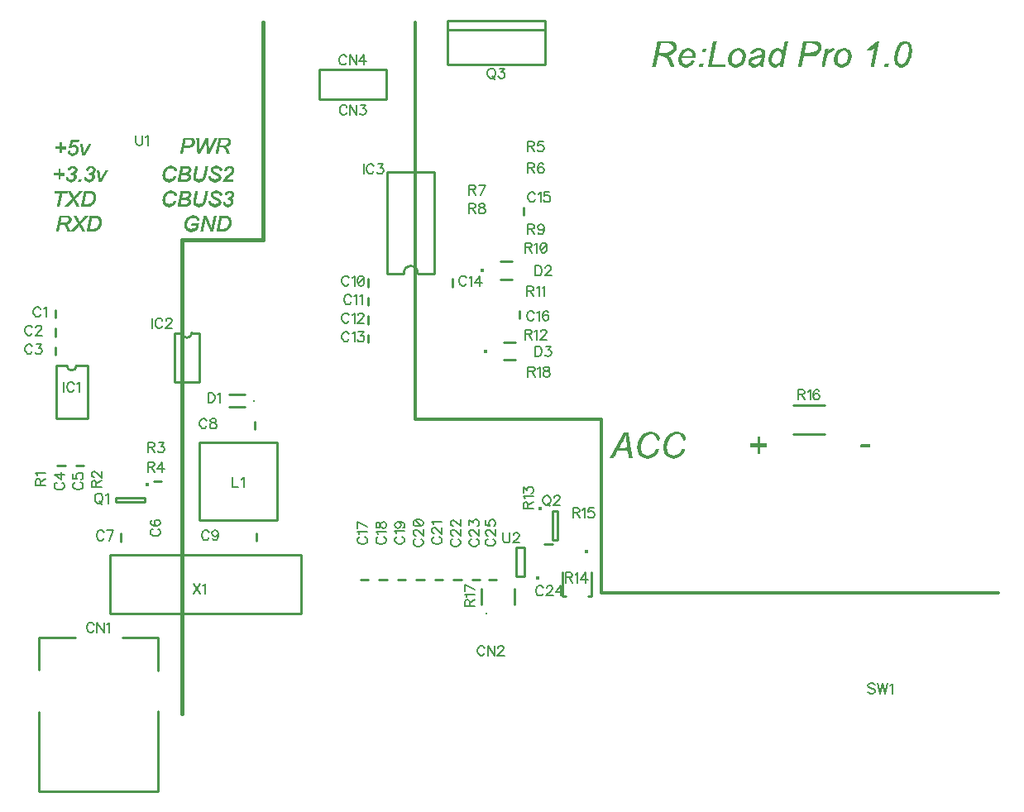
<source format=gto>
G04 DipTrace 2.3.1.0*
%INreloadpro.frontsilk.gto*%
%MOIN*%
%ADD10C,0.0098*%
%ADD12C,0.003*%
%ADD14C,0.016*%
%ADD24C,0.0157*%
%ADD27C,0.0125*%
%ADD30C,0.0094*%
%ADD38C,0.0154*%
%ADD53C,0.0118*%
%ADD114C,0.0062*%
%FSLAX44Y44*%
G04*
G70*
G90*
G75*
G01*
%LNTopSilk*%
%LPD*%
X7594Y17063D2*
D10*
X7280D1*
X6844D2*
X6530D1*
X6438Y23030D2*
Y23344D1*
Y22280D2*
Y22594D1*
Y21530D2*
Y21844D1*
X10405Y16436D2*
X10719D1*
X9075Y14016D2*
Y14331D1*
X14480Y18844D2*
Y18530D1*
X19063Y24280D2*
Y24594D1*
Y23530D2*
Y23844D1*
Y22780D2*
Y23094D1*
Y22030D2*
Y22344D1*
X14561Y14344D2*
Y14030D1*
X22436Y24594D2*
Y24280D1*
X19060Y12476D2*
X18745D1*
X19810D2*
X19495D1*
X20560D2*
X20245D1*
X21310D2*
X20995D1*
X22060D2*
X21745D1*
X22810D2*
X22495D1*
X23560D2*
X23245D1*
X14069Y19451D2*
X13439D1*
X14069Y19923D2*
X13439D1*
D30*
X14439Y19687D3*
X6474Y21104D2*
D10*
Y18978D1*
X7734Y21104D2*
Y18978D1*
X6474D2*
X7734D1*
X6474Y21104D2*
X6907D1*
X7301D2*
X7734D1*
X6907D2*
G03X7301Y21104I197J0D01*
G01*
X11238Y22421D2*
Y20453D1*
X12262Y22421D2*
Y20453D1*
X11238D2*
X12262D1*
X11553Y22421D2*
X11238D1*
X11947D2*
X12262D1*
X11553D2*
G03X11947Y22421I197J0D01*
G01*
X5767Y3933D2*
X10571D1*
X5767D2*
Y7122D1*
X10571Y7161D2*
Y3933D1*
X5767Y8854D2*
Y10154D1*
X7264D1*
X9154D2*
X10571D1*
Y8815D1*
X12240Y18012D2*
X15390D1*
Y14862D1*
X12240D1*
Y18012D1*
D38*
X10151Y16289D3*
X10059Y15787D2*
D10*
X8878D1*
Y15591D1*
X10059D1*
Y15787D1*
X22244Y35000D2*
X26181D1*
Y33228D1*
X22244D1*
Y35000D1*
Y34646D2*
X26181D1*
D38*
X25980Y15333D3*
X26482Y15241D2*
D10*
Y14060D1*
X26679D1*
Y15241D1*
X26482D1*
X37441Y18324D2*
X36183D1*
X37441Y19505D2*
X36183D1*
X21715Y24803D2*
Y28898D1*
X19825Y24803D2*
Y28898D1*
X21715D2*
X19825D1*
X21715Y24803D2*
X21045D1*
X20494D2*
X19825D1*
X21045D2*
G03X20494Y24803I-276J37D01*
G01*
X8661Y13465D2*
X16339D1*
Y11102D1*
X8661D1*
Y13465D1*
X28049Y12779D2*
Y11818D1*
X26868Y12779D2*
Y11818D1*
X28049D2*
X27911D1*
X26868D2*
X27006D1*
D24*
X27852Y13591D3*
X25145Y23304D2*
D10*
Y22989D1*
X24377Y25291D2*
X24849D1*
X24377Y24583D2*
X24849D1*
D24*
X23649Y24937D3*
X25313Y27155D2*
D10*
Y27469D1*
D38*
X25885Y12544D3*
X25344Y12596D2*
D10*
Y13778D1*
X25030Y12596D2*
Y13778D1*
X25344D2*
X25030D1*
X25344Y12596D2*
X25030D1*
X26155Y13895D2*
X26469D1*
X24219Y12479D2*
X23905D1*
X23615Y11476D2*
Y12106D1*
X24954Y11476D2*
Y12106D1*
D53*
X23812Y11107D3*
X24502Y22041D2*
D10*
X24974D1*
X24502Y21333D2*
X24974D1*
D24*
X23774Y21687D3*
X19791Y33041D2*
D10*
Y31833D1*
X17083D1*
Y33041D2*
Y31833D1*
X19791Y33041D2*
X17083D1*
X20937Y34937D2*
D27*
Y18937D1*
X28437D1*
Y11937D1*
X44437D1*
X11562Y7062D2*
D14*
Y26187D1*
X14812D1*
Y34937D1*
X30702Y34182D2*
D12*
X31302D1*
X32952D2*
X33072D1*
X35832D2*
X35952D1*
X36582D2*
X37122D1*
X39552D2*
X39612D1*
X40602D2*
X40752D1*
X30701Y34152D2*
X31345D1*
X32942D2*
X33058D1*
X35831D2*
X35942D1*
X36577D2*
X37166D1*
X39522D2*
X39607D1*
X40548D2*
X40796D1*
X30697Y34122D2*
X31379D1*
X32933D2*
X33049D1*
X35827D2*
X35933D1*
X36570D2*
X37203D1*
X39492D2*
X39600D1*
X40502D2*
X40833D1*
X30690Y34092D2*
X30828D1*
X31199D2*
X31405D1*
X32927D2*
X33044D1*
X35820D2*
X35926D1*
X36562D2*
X36672D1*
X36984D2*
X37233D1*
X39461D2*
X39592D1*
X40465D2*
X40864D1*
X30682Y34062D2*
X30810D1*
X31259D2*
X31425D1*
X32923D2*
X33038D1*
X35812D2*
X35919D1*
X36557D2*
X36671D1*
X37066D2*
X37253D1*
X39426D2*
X39587D1*
X40438D2*
X40583D1*
X40777D2*
X40887D1*
X30677Y34032D2*
X30799D1*
X31304D2*
X31438D1*
X32918D2*
X33030D1*
X35807D2*
X35911D1*
X36553D2*
X36667D1*
X37129D2*
X37268D1*
X39384D2*
X39583D1*
X40414D2*
X40543D1*
X40799D2*
X40905D1*
X30673Y34002D2*
X30790D1*
X31324D2*
X31446D1*
X32910D2*
X33022D1*
X35803D2*
X35902D1*
X36548D2*
X36660D1*
X37159D2*
X37279D1*
X39335D2*
X39578D1*
X40393D2*
X40511D1*
X40816D2*
X40918D1*
X30668Y33972D2*
X30781D1*
X31343D2*
X31449D1*
X32902D2*
X33017D1*
X35798D2*
X35897D1*
X36540D2*
X36652D1*
X37171D2*
X37288D1*
X39286D2*
X39570D1*
X40374D2*
X40487D1*
X40828D2*
X40926D1*
X30660Y33942D2*
X30773D1*
X31362D2*
X31451D1*
X32897D2*
X33013D1*
X35790D2*
X35893D1*
X36532D2*
X36647D1*
X37176D2*
X37285D1*
X39244D2*
X39562D1*
X40357D2*
X40469D1*
X40836D2*
X40929D1*
X30652Y33912D2*
X30767D1*
X31347D2*
X31450D1*
X31902D2*
X31962D1*
X32893D2*
X33008D1*
X33942D2*
X33972D1*
X34722D2*
X34812D1*
X35502D2*
X35562D1*
X35782D2*
X35888D1*
X36527D2*
X36643D1*
X37175D2*
X37280D1*
X37752D2*
X37782D1*
X38202D2*
X38232D1*
X39213D2*
X39402D1*
X39457D2*
X39557D1*
X40344D2*
X40455D1*
X40839D2*
X40931D1*
X30647Y33882D2*
X30763D1*
X31333D2*
X31447D1*
X31834D2*
X32034D1*
X32532D2*
X32652D1*
X32888D2*
X33000D1*
X33859D2*
X34044D1*
X34646D2*
X34880D1*
X35444D2*
X35621D1*
X35776D2*
X35880D1*
X36523D2*
X36638D1*
X37168D2*
X37275D1*
X37482D2*
X37572D1*
X37699D2*
X37806D1*
X38119D2*
X38304D1*
X39191D2*
X39342D1*
X39450D2*
X39553D1*
X40333D2*
X40443D1*
X40841D2*
X40932D1*
X30643Y33852D2*
X30758D1*
X31316D2*
X31438D1*
X31778D2*
X32089D1*
X32522D2*
X32642D1*
X32880D2*
X32992D1*
X33792D2*
X34099D1*
X34584D2*
X34935D1*
X35397D2*
X35673D1*
X35768D2*
X35872D1*
X36518D2*
X36630D1*
X37156D2*
X37269D1*
X37468D2*
X37559D1*
X37655D2*
X37824D1*
X38052D2*
X38359D1*
X39175D2*
X39282D1*
X39442D2*
X39548D1*
X40322D2*
X40432D1*
X40842D2*
X40932D1*
X30638Y33822D2*
X30750D1*
X31292D2*
X31426D1*
X31734D2*
X32131D1*
X32513D2*
X32633D1*
X32872D2*
X32987D1*
X33739D2*
X34141D1*
X34537D2*
X34974D1*
X35358D2*
X35722D1*
X35757D2*
X35867D1*
X36510D2*
X36622D1*
X37138D2*
X37259D1*
X37459D2*
X37552D1*
X37623D2*
X37797D1*
X37999D2*
X38401D1*
X39162D2*
X39222D1*
X39436D2*
X39540D1*
X40312D2*
X40422D1*
X40842D2*
X40932D1*
X30630Y33792D2*
X30742D1*
X31256D2*
X31408D1*
X31698D2*
X31848D1*
X32015D2*
X32162D1*
X32507D2*
X32627D1*
X32867D2*
X32983D1*
X33700D2*
X33858D1*
X34021D2*
X34173D1*
X34504D2*
X34668D1*
X34871D2*
X35003D1*
X35326D2*
X35478D1*
X35611D2*
X35863D1*
X36502D2*
X36617D1*
X37112D2*
X37246D1*
X37454D2*
X37560D1*
X37597D2*
X37738D1*
X37960D2*
X38118D1*
X38281D2*
X38433D1*
X39429D2*
X39532D1*
X40302D2*
X40412D1*
X40841D2*
X40932D1*
X30622Y33762D2*
X30737D1*
X31204D2*
X31386D1*
X31669D2*
X31802D1*
X32057D2*
X32186D1*
X32502D2*
X32622D1*
X32863D2*
X32978D1*
X33670D2*
X33812D1*
X34060D2*
X34197D1*
X34481D2*
X34620D1*
X34896D2*
X35013D1*
X35298D2*
X35432D1*
X35650D2*
X35858D1*
X36497D2*
X36614D1*
X37077D2*
X37229D1*
X37448D2*
X37677D1*
X37930D2*
X38072D1*
X38320D2*
X38457D1*
X39421D2*
X39527D1*
X40292D2*
X40403D1*
X40837D2*
X40932D1*
X30617Y33732D2*
X30734D1*
X31137D2*
X31357D1*
X31646D2*
X31765D1*
X32090D2*
X32195D1*
X32858D2*
X32970D1*
X33645D2*
X33775D1*
X34089D2*
X34215D1*
X34465D2*
X34580D1*
X34913D2*
X35018D1*
X35276D2*
X35395D1*
X35678D2*
X35850D1*
X36493D2*
X36613D1*
X36963D2*
X37206D1*
X37440D2*
X37625D1*
X37905D2*
X38035D1*
X38349D2*
X38475D1*
X39412D2*
X39523D1*
X40283D2*
X40396D1*
X40830D2*
X40932D1*
X30613Y33702D2*
X31318D1*
X31627D2*
X31739D1*
X32101D2*
X32204D1*
X32850D2*
X32962D1*
X33624D2*
X33749D1*
X34110D2*
X34228D1*
X34452D2*
X34542D1*
X34925D2*
X35021D1*
X35257D2*
X35369D1*
X35698D2*
X35842D1*
X36488D2*
X36612D1*
X36780D2*
X37178D1*
X37432D2*
X37587D1*
X37884D2*
X38009D1*
X38370D2*
X38488D1*
X39407D2*
X39518D1*
X40277D2*
X40389D1*
X40822D2*
X40931D1*
X30608Y33672D2*
X31265D1*
X31611D2*
X31719D1*
X32108D2*
X32213D1*
X32842D2*
X32957D1*
X33608D2*
X33728D1*
X34127D2*
X34236D1*
X34926D2*
X35021D1*
X35241D2*
X35349D1*
X35705D2*
X35837D1*
X36480D2*
X37145D1*
X37426D2*
X37559D1*
X37868D2*
X37988D1*
X38387D2*
X38496D1*
X39403D2*
X39510D1*
X40273D2*
X40381D1*
X40817D2*
X40927D1*
X30600Y33642D2*
X31197D1*
X31596D2*
X31706D1*
X32110D2*
X32221D1*
X32837D2*
X32953D1*
X33595D2*
X33711D1*
X34138D2*
X34239D1*
X34924D2*
X35022D1*
X35226D2*
X35335D1*
X35709D2*
X35833D1*
X36472D2*
X37106D1*
X37419D2*
X37539D1*
X37855D2*
X37971D1*
X38398D2*
X38499D1*
X39398D2*
X39502D1*
X40268D2*
X40372D1*
X40813D2*
X40920D1*
X30592Y33612D2*
X30702D1*
X30894D2*
X31122D1*
X31585D2*
X31698D1*
X32111D2*
X32226D1*
X32833D2*
X32948D1*
X33587D2*
X33696D1*
X34144D2*
X34241D1*
X34786D2*
X35021D1*
X35215D2*
X35323D1*
X35711D2*
X35828D1*
X36467D2*
X37062D1*
X37411D2*
X37525D1*
X37847D2*
X37956D1*
X38404D2*
X38501D1*
X39390D2*
X39497D1*
X40260D2*
X40367D1*
X40808D2*
X40912D1*
X30587Y33582D2*
X30701D1*
X30976D2*
X31151D1*
X31577D2*
X32226D1*
X32828D2*
X32940D1*
X33580D2*
X33685D1*
X34138D2*
X34242D1*
X34654D2*
X35017D1*
X35208D2*
X35312D1*
X35711D2*
X35820D1*
X36463D2*
X36588D1*
X37402D2*
X37513D1*
X37840D2*
X37945D1*
X38398D2*
X38502D1*
X39382D2*
X39493D1*
X40252D2*
X40364D1*
X40800D2*
X40906D1*
X30583Y33552D2*
X30697D1*
X31032D2*
X31177D1*
X31570D2*
X32216D1*
X32820D2*
X32932D1*
X33571D2*
X33678D1*
X34131D2*
X34241D1*
X34553D2*
X35010D1*
X35203D2*
X35303D1*
X35711D2*
X35812D1*
X36458D2*
X36570D1*
X37397D2*
X37502D1*
X37831D2*
X37938D1*
X38391D2*
X38501D1*
X39377D2*
X39488D1*
X40247D2*
X40363D1*
X40791D2*
X40899D1*
X30578Y33522D2*
X30690D1*
X31068D2*
X31200D1*
X31561D2*
X32202D1*
X32812D2*
X32927D1*
X33563D2*
X33675D1*
X34125D2*
X34237D1*
X34485D2*
X35002D1*
X35198D2*
X35297D1*
X35707D2*
X35807D1*
X36450D2*
X36560D1*
X37393D2*
X37493D1*
X37823D2*
X37935D1*
X38385D2*
X38497D1*
X39373D2*
X39480D1*
X40244D2*
X40362D1*
X40782D2*
X40889D1*
X30570Y33492D2*
X30682D1*
X31093D2*
X31221D1*
X31553D2*
X31662D1*
X32807D2*
X32923D1*
X33557D2*
X33673D1*
X34119D2*
X34230D1*
X34440D2*
X34676D1*
X34908D2*
X34996D1*
X35190D2*
X35294D1*
X35700D2*
X35803D1*
X36442D2*
X36554D1*
X37388D2*
X37487D1*
X37817D2*
X37933D1*
X38379D2*
X38490D1*
X39368D2*
X39472D1*
X40244D2*
X40362D1*
X40771D2*
X40877D1*
X30562Y33462D2*
X30676D1*
X31112D2*
X31241D1*
X31548D2*
X31662D1*
X32803D2*
X32918D1*
X33554D2*
X33672D1*
X34111D2*
X34221D1*
X34410D2*
X34591D1*
X34889D2*
X34989D1*
X35183D2*
X35293D1*
X35691D2*
X35798D1*
X36436D2*
X36548D1*
X37380D2*
X37483D1*
X37814D2*
X37932D1*
X38371D2*
X38481D1*
X39360D2*
X39466D1*
X40247D2*
X40362D1*
X40758D2*
X40864D1*
X30556Y33432D2*
X30669D1*
X31129D2*
X31257D1*
X31549D2*
X31663D1*
X32798D2*
X32910D1*
X33554D2*
X33672D1*
X34101D2*
X34212D1*
X34390D2*
X34525D1*
X34875D2*
X34981D1*
X35182D2*
X35292D1*
X35682D2*
X35790D1*
X36429D2*
X36540D1*
X37372D2*
X37478D1*
X37814D2*
X37932D1*
X38361D2*
X38472D1*
X39352D2*
X39459D1*
X40254D2*
X40362D1*
X40744D2*
X40849D1*
X30549Y33402D2*
X30661D1*
X31144D2*
X31270D1*
X31555D2*
X31667D1*
X32082D2*
X32112D1*
X32790D2*
X32902D1*
X33557D2*
X33673D1*
X34091D2*
X34201D1*
X34376D2*
X34497D1*
X34862D2*
X34972D1*
X35186D2*
X35293D1*
X35671D2*
X35782D1*
X36421D2*
X36532D1*
X37367D2*
X37470D1*
X37817D2*
X37933D1*
X38351D2*
X38461D1*
X39347D2*
X39451D1*
X40262D2*
X40363D1*
X40728D2*
X40834D1*
X30541Y33372D2*
X30652D1*
X31158D2*
X31282D1*
X31563D2*
X31675D1*
X32062D2*
X32172D1*
X32782D2*
X32897D1*
X33564D2*
X33678D1*
X34076D2*
X34188D1*
X34369D2*
X34474D1*
X34847D2*
X34967D1*
X35193D2*
X35298D1*
X35657D2*
X35777D1*
X36412D2*
X36527D1*
X37363D2*
X37462D1*
X37824D2*
X37938D1*
X38336D2*
X38448D1*
X39343D2*
X39442D1*
X40268D2*
X40367D1*
X40710D2*
X40819D1*
X30532Y33342D2*
X30647D1*
X31171D2*
X31296D1*
X31572D2*
X31689D1*
X32039D2*
X32152D1*
X32777D2*
X32894D1*
X33573D2*
X33688D1*
X34053D2*
X34174D1*
X34366D2*
X34452D1*
X34827D2*
X34964D1*
X35199D2*
X35308D1*
X35637D2*
X35773D1*
X36407D2*
X36523D1*
X37358D2*
X37456D1*
X37833D2*
X37948D1*
X38313D2*
X38434D1*
X39338D2*
X39437D1*
X40275D2*
X40377D1*
X40689D2*
X40804D1*
X30527Y33312D2*
X30643D1*
X31181D2*
X31309D1*
X31583D2*
X31706D1*
X32011D2*
X32131D1*
X32773D2*
X32893D1*
X33583D2*
X33716D1*
X34023D2*
X34158D1*
X34368D2*
X34484D1*
X34801D2*
X34963D1*
X35206D2*
X35335D1*
X35611D2*
X35768D1*
X36403D2*
X36518D1*
X37350D2*
X37449D1*
X37843D2*
X37976D1*
X38283D2*
X38418D1*
X39330D2*
X39433D1*
X40285D2*
X40393D1*
X40666D2*
X40788D1*
X30523Y33282D2*
X30638D1*
X31193D2*
X31321D1*
X31597D2*
X31756D1*
X31944D2*
X32107D1*
X32412D2*
X32532D1*
X32768D2*
X32892D1*
X33598D2*
X33765D1*
X33955D2*
X34138D1*
X34376D2*
X34540D1*
X34734D2*
X34962D1*
X35219D2*
X35379D1*
X35549D2*
X35760D1*
X36398D2*
X36510D1*
X37342D2*
X37441D1*
X37858D2*
X38025D1*
X38215D2*
X38398D1*
X39322D2*
X39428D1*
X39882D2*
X40002D1*
X40298D2*
X40446D1*
X40610D2*
X40769D1*
X30518Y33252D2*
X30630D1*
X31206D2*
X31331D1*
X31617D2*
X31835D1*
X31843D2*
X32078D1*
X32398D2*
X32518D1*
X32760D2*
X32892D1*
X33621D2*
X33844D1*
X33854D2*
X34111D1*
X34389D2*
X34635D1*
X34633D2*
X34962D1*
X35236D2*
X35448D1*
X35459D2*
X35752D1*
X36390D2*
X36502D1*
X37337D2*
X37432D1*
X37881D2*
X38104D1*
X38114D2*
X38371D1*
X39317D2*
X39420D1*
X39868D2*
X39988D1*
X40316D2*
X40529D1*
X40526D2*
X40745D1*
X30510Y33222D2*
X30622D1*
X31219D2*
X31342D1*
X31646D2*
X32044D1*
X32390D2*
X32510D1*
X32752D2*
X33402D1*
X33653D2*
X34074D1*
X34408D2*
X34962D1*
X35261D2*
X35590D1*
X35652D2*
X35747D1*
X36382D2*
X36497D1*
X37334D2*
X37427D1*
X37913D2*
X38334D1*
X39314D2*
X39412D1*
X39860D2*
X39980D1*
X40341D2*
X40712D1*
X30501Y33192D2*
X30616D1*
X31231D2*
X31352D1*
X31689D2*
X31997D1*
X32385D2*
X32505D1*
X32746D2*
X33402D1*
X33697D2*
X34023D1*
X34440D2*
X34735D1*
X34842D2*
X34962D1*
X35298D2*
X35550D1*
X35652D2*
X35744D1*
X36376D2*
X36494D1*
X37333D2*
X37424D1*
X37957D2*
X38283D1*
X39313D2*
X39406D1*
X39855D2*
X39975D1*
X40376D2*
X40667D1*
X30492Y33162D2*
X30612D1*
X31242D2*
X31362D1*
X31747D2*
X31938D1*
X32382D2*
X32502D1*
X32742D2*
X33402D1*
X33756D2*
X33958D1*
X34487D2*
X34674D1*
X34872D2*
X34962D1*
X35351D2*
X35500D1*
X35652D2*
X35742D1*
X36372D2*
X36492D1*
X37332D2*
X37422D1*
X38016D2*
X38218D1*
X39312D2*
X39402D1*
X39852D2*
X39972D1*
X40425D2*
X40608D1*
X31812Y33132D2*
X31872D1*
X33822D2*
X33882D1*
X34542D2*
X34602D1*
X35412D2*
X35442D1*
X38082D2*
X38142D1*
X40482D2*
X40542D1*
X34732Y18237D2*
X34822D1*
X34732Y18207D2*
X34822D1*
X34732Y18177D2*
X34822D1*
X34732Y18147D2*
X34822D1*
X34732Y18117D2*
X34822D1*
X34732Y18087D2*
X34822D1*
X34732Y18057D2*
X34822D1*
X34732Y18027D2*
X34822D1*
X34732Y17997D2*
X34822D1*
X34432Y17967D2*
X35092D1*
X34432Y17937D2*
X35092D1*
X34432Y17907D2*
X35092D1*
X34432Y17877D2*
X35092D1*
X34732Y17847D2*
X34822D1*
X34732Y17817D2*
X34822D1*
X34732Y17787D2*
X34822D1*
X34732Y17757D2*
X34822D1*
X34732Y17727D2*
X34822D1*
X34732Y17697D2*
X34822D1*
X34732Y17667D2*
X34822D1*
X34732Y17637D2*
X34822D1*
X34732Y17607D2*
X34822D1*
X34732Y17577D2*
X34822D1*
X38902Y17942D2*
X39262D1*
X38891Y17912D2*
X39256D1*
X38881Y17882D2*
X39246D1*
X38872Y17852D2*
X39232D1*
X30372Y18447D2*
X30462D1*
X31422D2*
X31512D1*
X29352Y18417D2*
X29502D1*
X30289D2*
X30544D1*
X31339D2*
X31594D1*
X29337Y18387D2*
X29507D1*
X30220D2*
X30609D1*
X31270D2*
X31659D1*
X29320Y18357D2*
X29514D1*
X30165D2*
X30657D1*
X31215D2*
X31707D1*
X29302Y18327D2*
X29522D1*
X30119D2*
X30313D1*
X30552D2*
X30695D1*
X31169D2*
X31363D1*
X31602D2*
X31745D1*
X29286Y18297D2*
X29527D1*
X30084D2*
X30258D1*
X30582D2*
X30725D1*
X31134D2*
X31308D1*
X31632D2*
X31775D1*
X29270Y18267D2*
X29377D1*
X29442D2*
X29530D1*
X30057D2*
X30212D1*
X30611D2*
X30748D1*
X31107D2*
X31262D1*
X31661D2*
X31798D1*
X29255Y18237D2*
X29369D1*
X29442D2*
X29532D1*
X30034D2*
X30175D1*
X30636D2*
X30765D1*
X31084D2*
X31225D1*
X31686D2*
X31815D1*
X29240Y18207D2*
X29357D1*
X29442D2*
X29537D1*
X30013D2*
X30148D1*
X30655D2*
X30779D1*
X31063D2*
X31198D1*
X31705D2*
X31829D1*
X29224Y18177D2*
X29344D1*
X29442D2*
X29544D1*
X29993D2*
X30124D1*
X30670D2*
X30779D1*
X31043D2*
X31174D1*
X31720D2*
X31829D1*
X29208Y18147D2*
X29329D1*
X29442D2*
X29552D1*
X29976D2*
X30104D1*
X30685D2*
X30759D1*
X31026D2*
X31154D1*
X31735D2*
X31809D1*
X29191Y18117D2*
X29314D1*
X29443D2*
X29557D1*
X29960D2*
X30087D1*
X30702D2*
X30732D1*
X31010D2*
X31137D1*
X31752D2*
X31782D1*
X29171Y18087D2*
X29299D1*
X29447D2*
X29560D1*
X29946D2*
X30075D1*
X30996D2*
X31125D1*
X29153Y18057D2*
X29284D1*
X29454D2*
X29562D1*
X29935D2*
X30063D1*
X30985D2*
X31113D1*
X29136Y18027D2*
X29268D1*
X29462D2*
X29567D1*
X29928D2*
X30052D1*
X30978D2*
X31102D1*
X29120Y17997D2*
X29251D1*
X29467D2*
X29574D1*
X29923D2*
X30042D1*
X30973D2*
X31092D1*
X29105Y17967D2*
X29231D1*
X29470D2*
X29582D1*
X29918D2*
X30032D1*
X30968D2*
X31082D1*
X29090Y17937D2*
X29213D1*
X29471D2*
X29587D1*
X29910D2*
X30023D1*
X30960D2*
X31073D1*
X29074Y17907D2*
X29196D1*
X29473D2*
X29590D1*
X29902D2*
X30017D1*
X30952D2*
X31067D1*
X29058Y17877D2*
X29180D1*
X29478D2*
X29592D1*
X29897D2*
X30014D1*
X30947D2*
X31064D1*
X29041Y17847D2*
X29166D1*
X29488D2*
X29597D1*
X29894D2*
X30013D1*
X30944D2*
X31063D1*
X29021Y17817D2*
X29153D1*
X29502D2*
X29604D1*
X29893D2*
X30012D1*
X30943D2*
X31062D1*
X29003Y17787D2*
X29142D1*
X29331D2*
X29612D1*
X29893D2*
X30012D1*
X30943D2*
X31062D1*
X28986Y17757D2*
X29617D1*
X29897D2*
X30013D1*
X30947D2*
X31063D1*
X28970Y17727D2*
X29620D1*
X29904D2*
X30017D1*
X30642D2*
X30732D1*
X30954D2*
X31067D1*
X31692D2*
X31782D1*
X28955Y17697D2*
X29622D1*
X29912D2*
X30024D1*
X30623D2*
X30727D1*
X30962D2*
X31074D1*
X31673D2*
X31777D1*
X28940Y17667D2*
X29047D1*
X29496D2*
X29627D1*
X29918D2*
X30033D1*
X30606D2*
X30719D1*
X30968D2*
X31083D1*
X31656D2*
X31769D1*
X28924Y17637D2*
X29039D1*
X29514D2*
X29634D1*
X29925D2*
X30043D1*
X30589D2*
X30706D1*
X30975D2*
X31093D1*
X31639D2*
X31756D1*
X28908Y17607D2*
X29027D1*
X29524D2*
X29642D1*
X29935D2*
X30058D1*
X30568D2*
X30688D1*
X30985D2*
X31108D1*
X31618D2*
X31738D1*
X28891Y17577D2*
X29014D1*
X29529D2*
X29647D1*
X29948D2*
X30081D1*
X30539D2*
X30666D1*
X30998D2*
X31131D1*
X31589D2*
X31716D1*
X28871Y17547D2*
X28999D1*
X29532D2*
X29650D1*
X29965D2*
X30111D1*
X30494D2*
X30639D1*
X31015D2*
X31161D1*
X31544D2*
X31689D1*
X28853Y17517D2*
X28984D1*
X29537D2*
X29651D1*
X29988D2*
X30185D1*
X30417D2*
X30611D1*
X31038D2*
X31235D1*
X31467D2*
X31661D1*
X28836Y17487D2*
X28968D1*
X29544D2*
X29653D1*
X30016D2*
X30296D1*
X30302D2*
X30580D1*
X31066D2*
X31346D1*
X31352D2*
X31630D1*
X28819Y17457D2*
X28949D1*
X29552D2*
X29658D1*
X30053D2*
X30542D1*
X31103D2*
X31592D1*
X28801Y17427D2*
X28927D1*
X29558D2*
X29668D1*
X30108D2*
X30486D1*
X31158D2*
X31536D1*
X28782Y17397D2*
X28902D1*
X29562D2*
X29682D1*
X30188D2*
X30406D1*
X31238D2*
X31456D1*
X30282Y17367D2*
X30312D1*
X31332D2*
X31362D1*
X7080Y30209D2*
X7380D1*
X7075Y30194D2*
X7375D1*
X7070Y30179D2*
X7371D1*
X7065Y30164D2*
X7368D1*
X7060Y30149D2*
X7365D1*
X7056Y30134D2*
X7128D1*
X7052Y30119D2*
X7119D1*
X6630Y30104D2*
X6690D1*
X7049D2*
X7114D1*
X6630Y30089D2*
X6690D1*
X7045D2*
X7109D1*
X6630Y30074D2*
X6690D1*
X7040D2*
X7105D1*
X6630Y30059D2*
X6690D1*
X7035D2*
X7100D1*
X6630Y30044D2*
X6690D1*
X7030D2*
X7095D1*
X6630Y30029D2*
X6690D1*
X7026D2*
X7090D1*
X7455D2*
X7515D1*
X7785D2*
X7860D1*
X6630Y30014D2*
X6690D1*
X7022D2*
X7086D1*
X7455D2*
X7516D1*
X7778D2*
X7850D1*
X6630Y29999D2*
X6690D1*
X7019D2*
X7084D1*
X7140D2*
X7245D1*
X7455D2*
X7518D1*
X7769D2*
X7840D1*
X6630Y29984D2*
X6690D1*
X7015D2*
X7089D1*
X7103D2*
X7267D1*
X7456D2*
X7521D1*
X7760D2*
X7830D1*
X6630Y29969D2*
X6690D1*
X7010D2*
X7286D1*
X7458D2*
X7525D1*
X7752D2*
X7821D1*
X6630Y29954D2*
X6690D1*
X7005D2*
X7303D1*
X7461D2*
X7528D1*
X7744D2*
X7812D1*
X6630Y29939D2*
X6690D1*
X7000D2*
X7126D1*
X7212D2*
X7317D1*
X7465D2*
X7529D1*
X7737D2*
X7804D1*
X6450Y29924D2*
X6855D1*
X6996D2*
X7098D1*
X7235D2*
X7328D1*
X7468D2*
X7530D1*
X7729D2*
X7797D1*
X6450Y29909D2*
X6855D1*
X6993D2*
X7073D1*
X7254D2*
X7337D1*
X7469D2*
X7533D1*
X7720D2*
X7789D1*
X6450Y29894D2*
X6855D1*
X6990D2*
X7050D1*
X7267D2*
X7343D1*
X7470D2*
X7536D1*
X7710D2*
X7780D1*
X6450Y29879D2*
X6855D1*
X7277D2*
X7347D1*
X7473D2*
X7540D1*
X7701D2*
X7770D1*
X6450Y29864D2*
X6855D1*
X7283D2*
X7349D1*
X7476D2*
X7543D1*
X7692D2*
X7761D1*
X6630Y29849D2*
X6690D1*
X7287D2*
X7350D1*
X7480D2*
X7544D1*
X7684D2*
X7752D1*
X6630Y29834D2*
X6690D1*
X7289D2*
X7350D1*
X7483D2*
X7545D1*
X7677D2*
X7744D1*
X6630Y29819D2*
X6690D1*
X7289D2*
X7350D1*
X7484D2*
X7546D1*
X7669D2*
X7735D1*
X6630Y29804D2*
X6690D1*
X7288D2*
X7350D1*
X7485D2*
X7548D1*
X7660D2*
X7725D1*
X6630Y29789D2*
X6690D1*
X7284D2*
X7350D1*
X7488D2*
X7551D1*
X7650D2*
X7716D1*
X6630Y29774D2*
X6690D1*
X6990D2*
X7005D1*
X7280D2*
X7348D1*
X7491D2*
X7555D1*
X7641D2*
X7707D1*
X6630Y29759D2*
X6690D1*
X6970D2*
X7010D1*
X7275D2*
X7344D1*
X7495D2*
X7558D1*
X7632D2*
X7699D1*
X6630Y29744D2*
X6690D1*
X6954D2*
X7015D1*
X7268D2*
X7338D1*
X7498D2*
X7559D1*
X7624D2*
X7692D1*
X6630Y29729D2*
X6690D1*
X6950D2*
X7018D1*
X7259D2*
X7331D1*
X7499D2*
X7560D1*
X7617D2*
X7684D1*
X6630Y29714D2*
X6690D1*
X6953D2*
X7022D1*
X7250D2*
X7324D1*
X7500D2*
X7561D1*
X7608D2*
X7675D1*
X6630Y29699D2*
X6690D1*
X6956D2*
X7028D1*
X7239D2*
X7316D1*
X7503D2*
X7563D1*
X7596D2*
X7665D1*
X6961Y29684D2*
X7040D1*
X7224D2*
X7308D1*
X7506D2*
X7568D1*
X7580D2*
X7656D1*
X6969Y29669D2*
X7072D1*
X7185D2*
X7299D1*
X7510D2*
X7647D1*
X6979Y29654D2*
X7122D1*
X7125D2*
X7287D1*
X7513D2*
X7639D1*
X6993Y29639D2*
X7271D1*
X7514D2*
X7630D1*
X7010Y29624D2*
X7249D1*
X7515D2*
X7620D1*
X7033Y29609D2*
X7220D1*
X7515D2*
X7612D1*
X7062Y29594D2*
X7182D1*
X7515D2*
X7605D1*
X7095Y29579D2*
X7140D1*
X7077Y29147D2*
X7182D1*
X7812D2*
X7917D1*
X7050Y29132D2*
X7211D1*
X7785D2*
X7946D1*
X7026Y29117D2*
X7234D1*
X7761D2*
X7969D1*
X7006Y29102D2*
X7253D1*
X7741D2*
X7988D1*
X6989Y29087D2*
X7093D1*
X7164D2*
X7268D1*
X7724D2*
X7828D1*
X7899D2*
X8003D1*
X6975Y29072D2*
X7068D1*
X7187D2*
X7280D1*
X7710D2*
X7803D1*
X7922D2*
X8015D1*
X6964Y29057D2*
X7048D1*
X7205D2*
X7289D1*
X7699D2*
X7783D1*
X7940D2*
X8024D1*
X6567Y29042D2*
X6627D1*
X6955D2*
X7034D1*
X7217D2*
X7295D1*
X7690D2*
X7769D1*
X7952D2*
X8030D1*
X6567Y29027D2*
X6627D1*
X6949D2*
X7023D1*
X7225D2*
X7299D1*
X7684D2*
X7758D1*
X7960D2*
X8034D1*
X6567Y29012D2*
X6627D1*
X6945D2*
X7012D1*
X7233D2*
X7301D1*
X7680D2*
X7750D1*
X7968D2*
X8036D1*
X6567Y28997D2*
X6627D1*
X6942D2*
X7002D1*
X7242D2*
X7301D1*
X7677D2*
X7743D1*
X7977D2*
X8036D1*
X6567Y28982D2*
X6627D1*
X7235D2*
X7301D1*
X7737D2*
D3*
X7970D2*
X8036D1*
X6567Y28967D2*
X6627D1*
X7228D2*
X7299D1*
X7963D2*
X8034D1*
X8127D2*
X8187D1*
X8457D2*
X8532D1*
X6567Y28952D2*
X6627D1*
X7221D2*
X7295D1*
X7956D2*
X8030D1*
X8127D2*
X8188D1*
X8450D2*
X8522D1*
X6567Y28937D2*
X6627D1*
X7211D2*
X7289D1*
X7946D2*
X8024D1*
X8127D2*
X8190D1*
X8441D2*
X8512D1*
X6567Y28922D2*
X6627D1*
X7198D2*
X7280D1*
X7933D2*
X8015D1*
X8128D2*
X8193D1*
X8432D2*
X8502D1*
X6567Y28907D2*
X6627D1*
X7169D2*
X7268D1*
X7904D2*
X8003D1*
X8130D2*
X8197D1*
X8424D2*
X8493D1*
X6567Y28892D2*
X6627D1*
X7137D2*
X7254D1*
X7872D2*
X7989D1*
X8133D2*
X8200D1*
X8416D2*
X8484D1*
X6567Y28877D2*
X6627D1*
X7107D2*
X7239D1*
X7842D2*
X7974D1*
X8137D2*
X8201D1*
X8408D2*
X8476D1*
X6387Y28862D2*
X6792D1*
X7086D2*
X7226D1*
X7821D2*
X7961D1*
X8140D2*
X8202D1*
X8400D2*
X8468D1*
X6387Y28847D2*
X6792D1*
X7072D2*
X7222D1*
X7807D2*
X7957D1*
X8141D2*
X8204D1*
X8391D2*
X8460D1*
X6387Y28832D2*
X6792D1*
X7062D2*
X7231D1*
X7797D2*
X7966D1*
X8142D2*
X8208D1*
X8382D2*
X8451D1*
X6387Y28817D2*
X6792D1*
X7107D2*
X7241D1*
X7842D2*
X7976D1*
X8144D2*
X8212D1*
X8372D2*
X8442D1*
X6387Y28802D2*
X6792D1*
X7142D2*
X7249D1*
X7877D2*
X7984D1*
X8148D2*
X8215D1*
X8364D2*
X8432D1*
X6567Y28787D2*
X6627D1*
X7169D2*
X7256D1*
X7904D2*
X7991D1*
X8152D2*
X8216D1*
X8356D2*
X8424D1*
X6567Y28772D2*
X6627D1*
X7181D2*
X7261D1*
X7916D2*
X7996D1*
X8155D2*
X8217D1*
X8348D2*
X8416D1*
X6567Y28757D2*
X6627D1*
X7189D2*
X7266D1*
X7924D2*
X8001D1*
X8156D2*
X8217D1*
X8340D2*
X8406D1*
X6567Y28742D2*
X6627D1*
X7193D2*
X7269D1*
X7928D2*
X8004D1*
X8157D2*
X8219D1*
X8331D2*
X8397D1*
X6567Y28727D2*
X6627D1*
X7196D2*
X7271D1*
X7931D2*
X8006D1*
X8159D2*
X8223D1*
X8322D2*
X8387D1*
X6567Y28712D2*
X6627D1*
X7196D2*
X7271D1*
X7931D2*
X8006D1*
X8163D2*
X8227D1*
X8312D2*
X8379D1*
X6567Y28697D2*
X6627D1*
X6882D2*
X6927D1*
X7196D2*
X7269D1*
X7617D2*
X7662D1*
X7931D2*
X8004D1*
X8167D2*
X8230D1*
X8304D2*
X8371D1*
X6567Y28682D2*
X6627D1*
X6876D2*
X6935D1*
X7194D2*
X7266D1*
X7611D2*
X7670D1*
X7929D2*
X8001D1*
X8170D2*
X8231D1*
X8296D2*
X8363D1*
X6567Y28667D2*
X6627D1*
X6877D2*
X6941D1*
X7190D2*
X7261D1*
X7612D2*
X7676D1*
X7925D2*
X7996D1*
X8171D2*
X8232D1*
X8288D2*
X8355D1*
X6567Y28652D2*
X6627D1*
X6879D2*
X6947D1*
X7184D2*
X7256D1*
X7614D2*
X7682D1*
X7919D2*
X7991D1*
X8172D2*
X8232D1*
X8280D2*
X8346D1*
X6567Y28637D2*
X6627D1*
X6883D2*
X6955D1*
X7174D2*
X7249D1*
X7618D2*
X7690D1*
X7909D2*
X7984D1*
X8174D2*
X8235D1*
X8268D2*
X8337D1*
X6888Y28622D2*
X6965D1*
X7161D2*
X7239D1*
X7623D2*
X7700D1*
X7896D2*
X7974D1*
X8178D2*
X8240D1*
X8251D2*
X8327D1*
X6895Y28607D2*
X6998D1*
X7119D2*
X7227D1*
X7377D2*
X7467D1*
X7630D2*
X7733D1*
X7854D2*
X7962D1*
X8182D2*
X8319D1*
X6904Y28592D2*
X7053D1*
X7215D1*
X7377D2*
X7460D1*
X7639D2*
X7788D1*
X7950D1*
X8185D2*
X8311D1*
X6918Y28577D2*
X7200D1*
X7376D2*
X7455D1*
X7653D2*
X7935D1*
X8186D2*
X8301D1*
X6939Y28562D2*
X7180D1*
X7374D2*
X7451D1*
X7674D2*
X7915D1*
X8187D2*
X8292D1*
X6968Y28547D2*
X7153D1*
X7369D2*
X7445D1*
X7703D2*
X7888D1*
X8187D2*
X8284D1*
X7005Y28532D2*
X7118D1*
X7362D2*
X7437D1*
X7740D2*
X7853D1*
X8187D2*
X8277D1*
X7047Y28517D2*
X7077D1*
X7782D2*
X7812D1*
X6432Y28147D2*
X6927D1*
X6957D2*
X7032D1*
X7407D2*
X7512D1*
X7602D2*
X7887D1*
X6431Y28132D2*
X6920D1*
X6963D2*
X7041D1*
X7394D2*
X7497D1*
X7601D2*
X7921D1*
X6429Y28117D2*
X6916D1*
X6969D2*
X7050D1*
X7383D2*
X7482D1*
X7600D2*
X7949D1*
X6424Y28102D2*
X6913D1*
X6976D2*
X7058D1*
X7372D2*
X7467D1*
X7596D2*
X7971D1*
X6417Y28087D2*
X6912D1*
X6984D2*
X7066D1*
X7360D2*
X7452D1*
X7592D2*
X7987D1*
X6626Y28072D2*
X6700D1*
X6993D2*
X7074D1*
X7346D2*
X7437D1*
X7589D2*
X7661D1*
X7866D2*
X7999D1*
X6625Y28057D2*
X6696D1*
X7002D2*
X7083D1*
X7332D2*
X7423D1*
X7587D2*
X7660D1*
X7899D2*
X8009D1*
X6621Y28042D2*
X6692D1*
X7012D2*
X7092D1*
X7317D2*
X7410D1*
X7585D2*
X7656D1*
X7923D2*
X8018D1*
X6617Y28027D2*
X6689D1*
X7020D2*
X7102D1*
X7302D2*
X7398D1*
X7581D2*
X7652D1*
X7940D2*
X8025D1*
X6614Y28012D2*
X6687D1*
X7028D2*
X7110D1*
X7287D2*
X7387D1*
X7577D2*
X7649D1*
X7952D2*
X8031D1*
X6612Y27997D2*
X6685D1*
X7036D2*
X7118D1*
X7272D2*
X7375D1*
X7574D2*
X7647D1*
X7960D2*
X8037D1*
X6610Y27982D2*
X6681D1*
X7044D2*
X7126D1*
X7257D2*
X7361D1*
X7571D2*
X7645D1*
X7966D2*
X8042D1*
X6606Y27967D2*
X6677D1*
X7053D2*
X7133D1*
X7242D2*
X7347D1*
X7566D2*
X7641D1*
X7971D2*
X8046D1*
X6602Y27952D2*
X6674D1*
X7062D2*
X7141D1*
X7228D2*
X7332D1*
X7562D2*
X7637D1*
X7974D2*
X8049D1*
X6599Y27937D2*
X6672D1*
X7072D2*
X7149D1*
X7215D2*
X7317D1*
X7559D2*
X7634D1*
X7976D2*
X8051D1*
X6596Y27922D2*
X6670D1*
X7080D2*
X7161D1*
X7203D2*
X7302D1*
X7558D2*
X7632D1*
X7977D2*
X8052D1*
X6591Y27907D2*
X6666D1*
X7088D2*
X7178D1*
X7193D2*
X7287D1*
X7555D2*
X7630D1*
X7977D2*
X8052D1*
X6587Y27892D2*
X6662D1*
X7096D2*
X7272D1*
X7551D2*
X7626D1*
X7977D2*
X8052D1*
X6584Y27877D2*
X6659D1*
X7104D2*
X7257D1*
X7547D2*
X7622D1*
X7977D2*
X8052D1*
X6583Y27862D2*
X6656D1*
X7112D2*
X7242D1*
X7544D2*
X7619D1*
X7977D2*
X8052D1*
X6580Y27847D2*
X6651D1*
X7122D2*
X7227D1*
X7542D2*
X7616D1*
X7976D2*
X8051D1*
X6576Y27832D2*
X6647D1*
X7112D2*
X7212D1*
X7540D2*
X7611D1*
X7975D2*
X8050D1*
X6572Y27817D2*
X6644D1*
X7102D2*
X7221D1*
X7536D2*
X7607D1*
X7971D2*
X8046D1*
X6569Y27802D2*
X6643D1*
X7089D2*
X7230D1*
X7532D2*
X7604D1*
X7966D2*
X8042D1*
X6567Y27787D2*
X6640D1*
X7076D2*
X7238D1*
X7529D2*
X7603D1*
X7962D2*
X8039D1*
X6565Y27772D2*
X6636D1*
X7062D2*
X7246D1*
X7527D2*
X7600D1*
X7956D2*
X8036D1*
X6561Y27757D2*
X6632D1*
X7047D2*
X7138D1*
X7184D2*
X7254D1*
X7525D2*
X7596D1*
X7950D2*
X8031D1*
X6557Y27742D2*
X6629D1*
X7032D2*
X7125D1*
X7189D2*
X7263D1*
X7521D2*
X7592D1*
X7943D2*
X8025D1*
X6554Y27727D2*
X6627D1*
X7017D2*
X7113D1*
X7194D2*
X7272D1*
X7517D2*
X7589D1*
X7935D2*
X8018D1*
X6551Y27712D2*
X6625D1*
X7002D2*
X7102D1*
X7201D2*
X7282D1*
X7514D2*
X7587D1*
X7926D2*
X8010D1*
X6546Y27697D2*
X6621D1*
X6987D2*
X7090D1*
X7209D2*
X7290D1*
X7512D2*
X7585D1*
X7914D2*
X8001D1*
X6542Y27682D2*
X6617D1*
X6972D2*
X7076D1*
X7218D2*
X7298D1*
X7510D2*
X7581D1*
X7901D2*
X7992D1*
X6539Y27667D2*
X6614D1*
X6957D2*
X7062D1*
X7227D2*
X7306D1*
X7506D2*
X7577D1*
X7886D2*
X7982D1*
X6538Y27652D2*
X6612D1*
X6942D2*
X7047D1*
X7237D2*
X7314D1*
X7502D2*
X7574D1*
X7867D2*
X7971D1*
X6535Y27637D2*
X6610D1*
X6927D2*
X7032D1*
X7245D2*
X7323D1*
X7499D2*
X7570D1*
X7841D2*
X7959D1*
X6531Y27622D2*
X6606D1*
X6912D2*
X7017D1*
X7253D2*
X7332D1*
X7496D2*
X7563D1*
X7804D2*
X7946D1*
X6527Y27607D2*
X6602D1*
X6897D2*
X7002D1*
X7261D2*
X7342D1*
X7491D2*
X7553D1*
X7758D2*
X7931D1*
X6524Y27592D2*
X6599D1*
X6882D2*
X6987D1*
X7268D2*
X7350D1*
X7487D2*
X7914D1*
X6522Y27577D2*
X6596D1*
X6867D2*
X6972D1*
X7276D2*
X7358D1*
X7485D2*
X7892D1*
X6519Y27562D2*
X6591D1*
X6852D2*
X6957D1*
X7284D2*
X7365D1*
X7483D2*
X7865D1*
X6514Y27547D2*
X6586D1*
X6837D2*
X6942D1*
X7292D2*
X7372D1*
X7482D2*
X7832D1*
X6507Y27532D2*
X6582D1*
X6822D2*
X6927D1*
X7302D2*
X7377D1*
X7482D2*
X7797D1*
X6602Y27147D2*
X6962D1*
X7187D2*
X7262D1*
X7637D2*
X7742D1*
X7832D2*
X8117D1*
X6602Y27132D2*
X6991D1*
X7193D2*
X7271D1*
X7624D2*
X7727D1*
X7831D2*
X8151D1*
X6601Y27117D2*
X7014D1*
X7199D2*
X7280D1*
X7613D2*
X7712D1*
X7830D2*
X8179D1*
X6600Y27102D2*
X7031D1*
X7206D2*
X7288D1*
X7602D2*
X7697D1*
X7826D2*
X8201D1*
X6596Y27087D2*
X6662D1*
X6943D2*
X7044D1*
X7214D2*
X7296D1*
X7590D2*
X7682D1*
X7822D2*
X8217D1*
X6592Y27072D2*
X6661D1*
X6965D2*
X7053D1*
X7223D2*
X7304D1*
X7576D2*
X7667D1*
X7819D2*
X7891D1*
X8096D2*
X8229D1*
X6589Y27057D2*
X6660D1*
X6981D2*
X7060D1*
X7232D2*
X7313D1*
X7562D2*
X7653D1*
X7817D2*
X7890D1*
X8129D2*
X8239D1*
X6586Y27042D2*
X6656D1*
X6989D2*
X7064D1*
X7242D2*
X7322D1*
X7547D2*
X7640D1*
X7815D2*
X7886D1*
X8153D2*
X8248D1*
X6581Y27027D2*
X6652D1*
X6995D2*
X7066D1*
X7250D2*
X7332D1*
X7532D2*
X7628D1*
X7811D2*
X7882D1*
X8170D2*
X8255D1*
X6577Y27012D2*
X6649D1*
X7000D2*
X7066D1*
X7258D2*
X7340D1*
X7517D2*
X7617D1*
X7807D2*
X7879D1*
X8182D2*
X8261D1*
X6574Y26997D2*
X6647D1*
X6998D2*
X7067D1*
X7266D2*
X7348D1*
X7502D2*
X7605D1*
X7804D2*
X7877D1*
X8190D2*
X8267D1*
X6573Y26982D2*
X6645D1*
X6995D2*
X7066D1*
X7274D2*
X7356D1*
X7487D2*
X7591D1*
X7801D2*
X7875D1*
X8196D2*
X8272D1*
X6570Y26967D2*
X6641D1*
X6991D2*
X7064D1*
X7283D2*
X7363D1*
X7472D2*
X7577D1*
X7796D2*
X7871D1*
X8201D2*
X8276D1*
X6566Y26952D2*
X6637D1*
X6984D2*
X7060D1*
X7292D2*
X7371D1*
X7458D2*
X7562D1*
X7792D2*
X7867D1*
X8204D2*
X8279D1*
X6562Y26937D2*
X6634D1*
X6973D2*
X7055D1*
X7302D2*
X7379D1*
X7445D2*
X7547D1*
X7789D2*
X7864D1*
X8206D2*
X8281D1*
X6559Y26922D2*
X6632D1*
X6959D2*
X7048D1*
X7310D2*
X7391D1*
X7433D2*
X7532D1*
X7788D2*
X7862D1*
X8207D2*
X8282D1*
X6557Y26907D2*
X6629D1*
X6940D2*
X7040D1*
X7318D2*
X7408D1*
X7423D2*
X7517D1*
X7785D2*
X7860D1*
X8207D2*
X8282D1*
X6555Y26892D2*
X6623D1*
X6913D2*
X7030D1*
X7326D2*
X7502D1*
X7781D2*
X7856D1*
X8207D2*
X8282D1*
X6551Y26877D2*
X6613D1*
X6879D2*
X7016D1*
X7334D2*
X7487D1*
X7777D2*
X7852D1*
X8207D2*
X8282D1*
X6547Y26862D2*
X6995D1*
X7342D2*
X7472D1*
X7774D2*
X7849D1*
X8207D2*
X8282D1*
X6544Y26847D2*
X6968D1*
X7352D2*
X7457D1*
X7772D2*
X7846D1*
X8206D2*
X8281D1*
X6542Y26832D2*
X6936D1*
X7342D2*
X7442D1*
X7770D2*
X7841D1*
X8205D2*
X8280D1*
X6540Y26817D2*
X6903D1*
X7332D2*
X7451D1*
X7766D2*
X7837D1*
X8201D2*
X8276D1*
X6536Y26802D2*
X6602D1*
X6779D2*
X6872D1*
X7319D2*
X7460D1*
X7762D2*
X7834D1*
X8196D2*
X8272D1*
X6532Y26787D2*
X6602D1*
X6802D2*
X6886D1*
X7306D2*
X7468D1*
X7759D2*
X7833D1*
X8192D2*
X8269D1*
X6529Y26772D2*
X6601D1*
X6820D2*
X6899D1*
X7292D2*
X7476D1*
X7757D2*
X7830D1*
X8186D2*
X8266D1*
X6526Y26757D2*
X6600D1*
X6834D2*
X6910D1*
X7277D2*
X7368D1*
X7414D2*
X7484D1*
X7755D2*
X7826D1*
X8180D2*
X8261D1*
X6521Y26742D2*
X6596D1*
X6844D2*
X6920D1*
X7262D2*
X7355D1*
X7419D2*
X7493D1*
X7751D2*
X7822D1*
X8173D2*
X8255D1*
X6517Y26727D2*
X6592D1*
X6853D2*
X6928D1*
X7247D2*
X7343D1*
X7424D2*
X7502D1*
X7747D2*
X7819D1*
X8165D2*
X8248D1*
X6514Y26712D2*
X6589D1*
X6860D2*
X6937D1*
X7232D2*
X7332D1*
X7431D2*
X7512D1*
X7744D2*
X7817D1*
X8156D2*
X8240D1*
X6513Y26697D2*
X6586D1*
X6868D2*
X6947D1*
X7217D2*
X7320D1*
X7439D2*
X7520D1*
X7742D2*
X7815D1*
X8144D2*
X8231D1*
X6510Y26682D2*
X6581D1*
X6876D2*
X6955D1*
X7202D2*
X7306D1*
X7448D2*
X7528D1*
X7740D2*
X7811D1*
X8131D2*
X8222D1*
X6506Y26667D2*
X6577D1*
X6883D2*
X6961D1*
X7187D2*
X7292D1*
X7457D2*
X7536D1*
X7736D2*
X7807D1*
X8116D2*
X8212D1*
X6502Y26652D2*
X6574D1*
X6890D2*
X6967D1*
X7172D2*
X7277D1*
X7467D2*
X7544D1*
X7732D2*
X7804D1*
X8097D2*
X8201D1*
X6499Y26637D2*
X6573D1*
X6896D2*
X6974D1*
X7157D2*
X7262D1*
X7475D2*
X7553D1*
X7729D2*
X7800D1*
X8071D2*
X8189D1*
X6497Y26622D2*
X6570D1*
X6902D2*
X6980D1*
X7142D2*
X7247D1*
X7483D2*
X7562D1*
X7726D2*
X7793D1*
X8034D2*
X8176D1*
X6495Y26607D2*
X6566D1*
X6907D2*
X6986D1*
X7127D2*
X7232D1*
X7491D2*
X7572D1*
X7721D2*
X7783D1*
X7988D2*
X8161D1*
X6491Y26592D2*
X6562D1*
X6912D2*
X6992D1*
X7112D2*
X7217D1*
X7498D2*
X7580D1*
X7717D2*
X8144D1*
X6487Y26577D2*
X6559D1*
X6917D2*
X6998D1*
X7097D2*
X7202D1*
X7506D2*
X7588D1*
X7715D2*
X8122D1*
X6484Y26562D2*
X6558D1*
X6922D2*
X7004D1*
X7082D2*
X7187D1*
X7514D2*
X7595D1*
X7713D2*
X8095D1*
X6483Y26547D2*
X6557D1*
X6927D2*
X7013D1*
X7067D2*
X7172D1*
X7522D2*
X7602D1*
X7712D2*
X8062D1*
X6482Y26532D2*
X6557D1*
X6932D2*
X7022D1*
X7052D2*
X7157D1*
X7532D2*
X7607D1*
X7712D2*
X8027D1*
X11967Y27162D2*
X12012D1*
X11912Y27147D2*
X12062D1*
X12432D2*
X12507D1*
X12837D2*
X12912D1*
X13062D2*
X13347D1*
X11867Y27132D2*
X12103D1*
X12425D2*
X12509D1*
X12835D2*
X12905D1*
X13061D2*
X13381D1*
X11833Y27117D2*
X12133D1*
X12420D2*
X12514D1*
X12831D2*
X12901D1*
X13060D2*
X13409D1*
X11807Y27102D2*
X12155D1*
X12416D2*
X12519D1*
X12827D2*
X12898D1*
X13056D2*
X13431D1*
X11786Y27087D2*
X12172D1*
X12412D2*
X12526D1*
X12824D2*
X12895D1*
X13052D2*
X13447D1*
X11769Y27072D2*
X11912D1*
X12069D2*
X12184D1*
X12407D2*
X12533D1*
X12821D2*
X12891D1*
X13049D2*
X13121D1*
X13326D2*
X13459D1*
X11755Y27057D2*
X11878D1*
X12092D2*
X12194D1*
X12404D2*
X12541D1*
X12816D2*
X12887D1*
X13047D2*
X13120D1*
X13359D2*
X13469D1*
X11741Y27042D2*
X11849D1*
X12110D2*
X12203D1*
X12403D2*
X12548D1*
X12812D2*
X12884D1*
X13045D2*
X13116D1*
X13383D2*
X13478D1*
X11729Y27027D2*
X11826D1*
X12124D2*
X12210D1*
X12400D2*
X12462D1*
X12494D2*
X12555D1*
X12809D2*
X12882D1*
X13041D2*
X13112D1*
X13400D2*
X13485D1*
X11718Y27012D2*
X11808D1*
X12134D2*
X12215D1*
X12396D2*
X12462D1*
X12498D2*
X12561D1*
X12808D2*
X12880D1*
X13037D2*
X13109D1*
X13412D2*
X13491D1*
X11709Y26997D2*
X11795D1*
X12143D2*
X12218D1*
X12392D2*
X12461D1*
X12503D2*
X12567D1*
X12805D2*
X12876D1*
X13034D2*
X13107D1*
X13420D2*
X13497D1*
X11701Y26982D2*
X11783D1*
X12152D2*
X12213D1*
X12389D2*
X12460D1*
X12507D2*
X12572D1*
X12801D2*
X12872D1*
X13031D2*
X13105D1*
X13426D2*
X13502D1*
X11693Y26967D2*
X11772D1*
X12162D2*
X12207D1*
X12387D2*
X12456D1*
X12513D2*
X12579D1*
X12797D2*
X12869D1*
X13026D2*
X13101D1*
X13431D2*
X13506D1*
X11686Y26952D2*
X11763D1*
X12385D2*
X12452D1*
X12519D2*
X12586D1*
X12794D2*
X12867D1*
X13022D2*
X13097D1*
X13434D2*
X13509D1*
X11679Y26937D2*
X11755D1*
X12381D2*
X12449D1*
X12526D2*
X12593D1*
X12792D2*
X12865D1*
X13019D2*
X13094D1*
X13436D2*
X13511D1*
X11673Y26922D2*
X11748D1*
X12377D2*
X12447D1*
X12533D2*
X12601D1*
X12790D2*
X12861D1*
X13018D2*
X13092D1*
X13437D2*
X13512D1*
X11667Y26907D2*
X11743D1*
X12374D2*
X12445D1*
X12540D2*
X12608D1*
X12786D2*
X12857D1*
X13015D2*
X13090D1*
X13437D2*
X13512D1*
X11662Y26892D2*
X11737D1*
X12371D2*
X12441D1*
X12546D2*
X12616D1*
X12782D2*
X12854D1*
X13011D2*
X13086D1*
X13437D2*
X13512D1*
X11658Y26877D2*
X11733D1*
X12366D2*
X12437D1*
X12552D2*
X12623D1*
X12779D2*
X12851D1*
X13007D2*
X13082D1*
X13437D2*
X13512D1*
X11655Y26862D2*
X11730D1*
X12362D2*
X12434D1*
X12557D2*
X12630D1*
X12777D2*
X12846D1*
X13004D2*
X13079D1*
X13437D2*
X13512D1*
X11653Y26847D2*
X11728D1*
X11937D2*
X12207D1*
X12359D2*
X12432D1*
X12564D2*
X12636D1*
X12775D2*
X12842D1*
X13002D2*
X13076D1*
X13436D2*
X13511D1*
X11652Y26832D2*
X11727D1*
X11935D2*
X12200D1*
X12358D2*
X12430D1*
X12571D2*
X12642D1*
X12771D2*
X12839D1*
X13000D2*
X13071D1*
X13435D2*
X13510D1*
X11652Y26817D2*
X11727D1*
X11931D2*
X12196D1*
X12355D2*
X12426D1*
X12578D2*
X12647D1*
X12767D2*
X12838D1*
X12996D2*
X13067D1*
X13431D2*
X13506D1*
X11652Y26802D2*
X11727D1*
X11926D2*
X12193D1*
X12351D2*
X12422D1*
X12585D2*
X12654D1*
X12764D2*
X12835D1*
X12992D2*
X13064D1*
X13426D2*
X13502D1*
X11652Y26787D2*
X11727D1*
X11922D2*
X12190D1*
X12347D2*
X12419D1*
X12591D2*
X12661D1*
X12762D2*
X12831D1*
X12989D2*
X13063D1*
X13422D2*
X13499D1*
X11652Y26772D2*
X11727D1*
X12115D2*
X12186D1*
X12344D2*
X12417D1*
X12597D2*
X12666D1*
X12760D2*
X12827D1*
X12987D2*
X13060D1*
X13416D2*
X13496D1*
X11652Y26757D2*
X11727D1*
X12111D2*
X12182D1*
X12342D2*
X12415D1*
X12602D2*
X12672D1*
X12756D2*
X12824D1*
X12985D2*
X13056D1*
X13410D2*
X13491D1*
X11652Y26742D2*
X11727D1*
X12107D2*
X12179D1*
X12340D2*
X12411D1*
X12609D2*
X12677D1*
X12752D2*
X12822D1*
X12981D2*
X13052D1*
X13403D2*
X13485D1*
X11653Y26727D2*
X11728D1*
X12104D2*
X12177D1*
X12336D2*
X12407D1*
X12616D2*
X12682D1*
X12749D2*
X12820D1*
X12977D2*
X13049D1*
X13395D2*
X13478D1*
X11655Y26712D2*
X11730D1*
X12102D2*
X12175D1*
X12332D2*
X12404D1*
X12623D2*
X12687D1*
X12747D2*
X12816D1*
X12974D2*
X13047D1*
X13386D2*
X13470D1*
X11658Y26697D2*
X11734D1*
X12100D2*
X12171D1*
X12329D2*
X12401D1*
X12630D2*
X12692D1*
X12745D2*
X12812D1*
X12972D2*
X13045D1*
X13374D2*
X13461D1*
X11663Y26682D2*
X11740D1*
X12095D2*
X12167D1*
X12327D2*
X12396D1*
X12636D2*
X12697D1*
X12740D2*
X12809D1*
X12970D2*
X13041D1*
X13361D2*
X13452D1*
X11667Y26667D2*
X11749D1*
X12088D2*
X12164D1*
X12325D2*
X12392D1*
X12642D2*
X12702D1*
X12734D2*
X12807D1*
X12966D2*
X13037D1*
X13346D2*
X13442D1*
X11673Y26652D2*
X11761D1*
X12079D2*
X12162D1*
X12321D2*
X12389D1*
X12647D2*
X12709D1*
X12726D2*
X12805D1*
X12962D2*
X13034D1*
X13327D2*
X13431D1*
X11680Y26637D2*
X11778D1*
X12050D2*
X12160D1*
X12317D2*
X12388D1*
X12654D2*
X12801D1*
X12959D2*
X13030D1*
X13301D2*
X13419D1*
X11689Y26622D2*
X11828D1*
X11995D2*
X12155D1*
X12314D2*
X12385D1*
X12661D2*
X12797D1*
X12956D2*
X13023D1*
X13264D2*
X13406D1*
X11700Y26607D2*
X11909D1*
X11902D2*
X12146D1*
X12311D2*
X12381D1*
X12668D2*
X12794D1*
X12951D2*
X13013D1*
X13218D2*
X13391D1*
X11714Y26592D2*
X12131D1*
X12306D2*
X12377D1*
X12675D2*
X12791D1*
X12947D2*
X13374D1*
X11731Y26577D2*
X12109D1*
X12302D2*
X12374D1*
X12681D2*
X12786D1*
X12945D2*
X13352D1*
X11753Y26562D2*
X12080D1*
X12300D2*
X12373D1*
X12687D2*
X12782D1*
X12943D2*
X13325D1*
X11785Y26547D2*
X12041D1*
X12298D2*
X12372D1*
X12694D2*
X12779D1*
X12942D2*
X13292D1*
X11828Y26532D2*
X11992D1*
X12297D2*
X12372D1*
X12702D2*
X12777D1*
X12942D2*
X13257D1*
X11877Y26517D2*
X11937D1*
X11062Y28162D2*
X11107D1*
X12892D2*
X12937D1*
X11012Y28147D2*
X11157D1*
X11497D2*
X11782D1*
X12082D2*
X12157D1*
X12502D2*
X12577D1*
X12842D2*
X12990D1*
X13402D2*
X13507D1*
X10971Y28132D2*
X11198D1*
X11496D2*
X11811D1*
X12082D2*
X12156D1*
X12495D2*
X12570D1*
X12802D2*
X13031D1*
X13375D2*
X13536D1*
X10941Y28117D2*
X11228D1*
X11495D2*
X11834D1*
X12081D2*
X12155D1*
X12491D2*
X12565D1*
X12772D2*
X13060D1*
X13351D2*
X13559D1*
X10918Y28102D2*
X11250D1*
X11491D2*
X11853D1*
X12080D2*
X12151D1*
X12488D2*
X12561D1*
X12751D2*
X13082D1*
X13331D2*
X13578D1*
X10899Y28087D2*
X11267D1*
X11487D2*
X11868D1*
X12076D2*
X12147D1*
X12485D2*
X12557D1*
X12736D2*
X13098D1*
X13314D2*
X13418D1*
X13489D2*
X13593D1*
X10883Y28072D2*
X11005D1*
X11164D2*
X11279D1*
X11484D2*
X11556D1*
X11777D2*
X11878D1*
X12072D2*
X12144D1*
X12481D2*
X12552D1*
X12725D2*
X12835D1*
X12994D2*
X13110D1*
X13300D2*
X13393D1*
X13512D2*
X13605D1*
X10867Y28057D2*
X10981D1*
X11187D2*
X11289D1*
X11482D2*
X11555D1*
X11796D2*
X11885D1*
X12069D2*
X12142D1*
X12477D2*
X12549D1*
X12717D2*
X12812D1*
X13018D2*
X13119D1*
X13289D2*
X13373D1*
X13530D2*
X13614D1*
X10853Y28042D2*
X10961D1*
X11205D2*
X11298D1*
X11480D2*
X11551D1*
X11810D2*
X11891D1*
X12067D2*
X12140D1*
X12474D2*
X12548D1*
X12709D2*
X12794D1*
X13037D2*
X13128D1*
X13280D2*
X13359D1*
X13542D2*
X13620D1*
X10840Y28027D2*
X10944D1*
X11219D2*
X11305D1*
X11476D2*
X11547D1*
X11820D2*
X11896D1*
X12065D2*
X12136D1*
X12472D2*
X12545D1*
X12703D2*
X12781D1*
X13052D2*
X13135D1*
X13274D2*
X13348D1*
X13550D2*
X13624D1*
X10829Y28012D2*
X10928D1*
X11229D2*
X11311D1*
X11472D2*
X11544D1*
X11824D2*
X11899D1*
X12061D2*
X12132D1*
X12470D2*
X12541D1*
X12700D2*
X12776D1*
X13064D2*
X13140D1*
X13270D2*
X13337D1*
X13558D2*
X13626D1*
X10820Y27997D2*
X10913D1*
X11238D2*
X11314D1*
X11469D2*
X11542D1*
X11826D2*
X11898D1*
X12057D2*
X12129D1*
X12466D2*
X12537D1*
X12699D2*
X12774D1*
X13068D2*
X13143D1*
X13267D2*
X13327D1*
X13567D2*
X13626D1*
X10811Y27982D2*
X10900D1*
X11247D2*
X11316D1*
X11466D2*
X11540D1*
X11826D2*
X11895D1*
X12054D2*
X12127D1*
X12462D2*
X12534D1*
X12700D2*
X12775D1*
X13070D2*
X13124D1*
X13560D2*
X13626D1*
X10804Y27967D2*
X10889D1*
X11257D2*
X11317D1*
X11461D2*
X11536D1*
X11824D2*
X11891D1*
X12052D2*
X12125D1*
X12459D2*
X12532D1*
X12704D2*
X12781D1*
X13072D2*
X13102D1*
X13553D2*
X13624D1*
X10798Y27952D2*
X10880D1*
X11457D2*
X11532D1*
X11819D2*
X11887D1*
X12050D2*
X12121D1*
X12456D2*
X12530D1*
X12710D2*
X12792D1*
X13546D2*
X13620D1*
X10792Y27937D2*
X10871D1*
X11454D2*
X11529D1*
X11807D2*
X11881D1*
X12046D2*
X12117D1*
X12451D2*
X12526D1*
X12716D2*
X12807D1*
X13536D2*
X13614D1*
X10787Y27922D2*
X10864D1*
X11453D2*
X11525D1*
X11789D2*
X11874D1*
X12042D2*
X12114D1*
X12447D2*
X12522D1*
X12725D2*
X12829D1*
X13523D2*
X13605D1*
X10783Y27907D2*
X10858D1*
X11450D2*
X11518D1*
X11763D2*
X11863D1*
X12039D2*
X12112D1*
X12444D2*
X12519D1*
X12736D2*
X12858D1*
X13494D2*
X13593D1*
X10780Y27892D2*
X10854D1*
X11446D2*
X11508D1*
X11729D2*
X11848D1*
X12036D2*
X12110D1*
X12443D2*
X12517D1*
X12752D2*
X12889D1*
X13462D2*
X13579D1*
X10778Y27877D2*
X10851D1*
X11442D2*
X11831D1*
X12031D2*
X12106D1*
X12440D2*
X12515D1*
X12771D2*
X12920D1*
X13432D2*
X13564D1*
X10775Y27862D2*
X10846D1*
X11439D2*
X11814D1*
X12027D2*
X12102D1*
X12436D2*
X12511D1*
X12794D2*
X12951D1*
X13411D2*
X13551D1*
X10771Y27847D2*
X10842D1*
X11437D2*
X11797D1*
X12024D2*
X12099D1*
X12432D2*
X12507D1*
X12821D2*
X12981D1*
X13397D2*
X13547D1*
X10767Y27832D2*
X10840D1*
X11435D2*
X11819D1*
X12023D2*
X12096D1*
X12429D2*
X12504D1*
X12851D2*
X13009D1*
X13387D2*
X13556D1*
X10764Y27817D2*
X10838D1*
X11431D2*
X11838D1*
X12020D2*
X12091D1*
X12426D2*
X12501D1*
X12884D2*
X13033D1*
X13432D2*
X13566D1*
X10763Y27802D2*
X10837D1*
X11427D2*
X11497D1*
X11731D2*
X11852D1*
X12016D2*
X12087D1*
X12421D2*
X12496D1*
X12916D2*
X13052D1*
X13467D2*
X13574D1*
X10762Y27787D2*
X10837D1*
X11424D2*
X11496D1*
X11761D2*
X11863D1*
X12012D2*
X12085D1*
X12417D2*
X12492D1*
X12946D2*
X13067D1*
X13494D2*
X13581D1*
X10763Y27772D2*
X10837D1*
X11422D2*
X11495D1*
X11782D2*
X11870D1*
X12009D2*
X12083D1*
X12414D2*
X12489D1*
X12972D2*
X13078D1*
X13506D2*
X13586D1*
X10765Y27757D2*
X10838D1*
X11420D2*
X11491D1*
X11796D2*
X11876D1*
X12008D2*
X12082D1*
X12411D2*
X12486D1*
X12992D2*
X13085D1*
X13514D2*
X13591D1*
X10768Y27742D2*
X10840D1*
X11212D2*
X11272D1*
X11416D2*
X11487D1*
X11805D2*
X11881D1*
X12007D2*
X12080D1*
X12406D2*
X12481D1*
X13007D2*
X13091D1*
X13518D2*
X13594D1*
X10772Y27727D2*
X10843D1*
X11206D2*
X11278D1*
X11412D2*
X11484D1*
X11808D2*
X11884D1*
X12007D2*
X12077D1*
X12402D2*
X12477D1*
X12622D2*
X12697D1*
X13019D2*
X13096D1*
X13521D2*
X13596D1*
X10775Y27712D2*
X10848D1*
X11200D2*
X11277D1*
X11409D2*
X11482D1*
X11808D2*
X11883D1*
X12007D2*
X12075D1*
X12396D2*
X12472D1*
X12622D2*
X12697D1*
X13022D2*
X13099D1*
X13521D2*
X13596D1*
X10777Y27697D2*
X10853D1*
X11193D2*
X11273D1*
X11406D2*
X11480D1*
X11805D2*
X11880D1*
X12007D2*
X12076D1*
X12389D2*
X12466D1*
X12623D2*
X12698D1*
X13024D2*
X13100D1*
X13207D2*
X13252D1*
X13521D2*
X13594D1*
X10779Y27682D2*
X10860D1*
X11185D2*
X11265D1*
X11401D2*
X11476D1*
X11799D2*
X11876D1*
X12007D2*
X12079D1*
X12381D2*
X12460D1*
X12625D2*
X12700D1*
X13020D2*
X13099D1*
X13201D2*
X13260D1*
X13519D2*
X13591D1*
X10784Y27667D2*
X10871D1*
X11175D2*
X11256D1*
X11397D2*
X11472D1*
X11790D2*
X11872D1*
X12008D2*
X12083D1*
X12371D2*
X12453D1*
X12628D2*
X12706D1*
X13014D2*
X13095D1*
X13202D2*
X13266D1*
X13515D2*
X13586D1*
X10790Y27652D2*
X10885D1*
X11160D2*
X11247D1*
X11394D2*
X11469D1*
X11778D2*
X11866D1*
X12010D2*
X12089D1*
X12358D2*
X12445D1*
X12633D2*
X12717D1*
X13006D2*
X13089D1*
X13204D2*
X13272D1*
X13509D2*
X13581D1*
X10798Y27637D2*
X10902D1*
X11136D2*
X11236D1*
X11393D2*
X11465D1*
X11759D2*
X11859D1*
X12014D2*
X12104D1*
X12340D2*
X12436D1*
X12638D2*
X12733D1*
X12990D2*
X13083D1*
X13208D2*
X13280D1*
X13499D2*
X13574D1*
X10808Y27622D2*
X10947D1*
X11091D2*
X11224D1*
X11390D2*
X11458D1*
X11733D2*
X11850D1*
X12020D2*
X12148D1*
X12292D2*
X12427D1*
X12645D2*
X12783D1*
X12941D2*
X13075D1*
X13213D2*
X13290D1*
X13486D2*
X13564D1*
X10818Y27607D2*
X11018D1*
X11210D1*
X11386D2*
X11448D1*
X11699D2*
X11839D1*
X12029D2*
X12219D1*
X12218D2*
X12416D1*
X12656D2*
X12864D1*
X12859D2*
X13066D1*
X13220D2*
X13323D1*
X13444D2*
X13552D1*
X10830Y27592D2*
X11194D1*
X11382D2*
X11825D1*
X12041D2*
X12404D1*
X12669D2*
X13053D1*
X13229D2*
X13378D1*
X13540D1*
X10847Y27577D2*
X11174D1*
X11379D2*
X11808D1*
X12057D2*
X12387D1*
X12684D2*
X13037D1*
X13243D2*
X13525D1*
X10868Y27562D2*
X11150D1*
X11378D2*
X11785D1*
X12079D2*
X12364D1*
X12705D2*
X13015D1*
X13264D2*
X13505D1*
X10898Y27547D2*
X11118D1*
X11377D2*
X11755D1*
X12110D2*
X12333D1*
X12736D2*
X12984D1*
X13293D2*
X13478D1*
X10939Y27532D2*
X11077D1*
X11377D2*
X11722D1*
X12153D2*
X12292D1*
X12781D2*
X12941D1*
X13330D2*
X13443D1*
X10987Y27517D2*
X11032D1*
X12202D2*
X12247D1*
X12832D2*
X12892D1*
X13372D2*
X13402D1*
X11062Y29162D2*
X11107D1*
X12892D2*
X12937D1*
X11012Y29147D2*
X11157D1*
X11497D2*
X11782D1*
X12082D2*
X12157D1*
X12502D2*
X12577D1*
X12842D2*
X12990D1*
X13402D2*
X13507D1*
X10971Y29132D2*
X11198D1*
X11496D2*
X11811D1*
X12082D2*
X12156D1*
X12495D2*
X12570D1*
X12802D2*
X13031D1*
X13371D2*
X13536D1*
X10941Y29117D2*
X11228D1*
X11495D2*
X11834D1*
X12081D2*
X12155D1*
X12491D2*
X12565D1*
X12772D2*
X13060D1*
X13344D2*
X13559D1*
X10918Y29102D2*
X11250D1*
X11491D2*
X11853D1*
X12080D2*
X12151D1*
X12488D2*
X12561D1*
X12751D2*
X13082D1*
X13323D2*
X13578D1*
X10899Y29087D2*
X11267D1*
X11487D2*
X11868D1*
X12076D2*
X12147D1*
X12485D2*
X12557D1*
X12736D2*
X13098D1*
X13307D2*
X13418D1*
X13489D2*
X13593D1*
X10883Y29072D2*
X11005D1*
X11164D2*
X11279D1*
X11484D2*
X11556D1*
X11777D2*
X11878D1*
X12072D2*
X12144D1*
X12481D2*
X12552D1*
X12725D2*
X12835D1*
X12994D2*
X13110D1*
X13296D2*
X13393D1*
X13512D2*
X13605D1*
X10867Y29057D2*
X10981D1*
X11187D2*
X11289D1*
X11482D2*
X11555D1*
X11796D2*
X11885D1*
X12069D2*
X12142D1*
X12477D2*
X12549D1*
X12717D2*
X12812D1*
X13018D2*
X13119D1*
X13287D2*
X13373D1*
X13530D2*
X13614D1*
X10853Y29042D2*
X10961D1*
X11205D2*
X11298D1*
X11480D2*
X11551D1*
X11810D2*
X11891D1*
X12067D2*
X12140D1*
X12474D2*
X12548D1*
X12709D2*
X12794D1*
X13037D2*
X13128D1*
X13279D2*
X13359D1*
X13544D2*
X13620D1*
X10840Y29027D2*
X10944D1*
X11219D2*
X11305D1*
X11476D2*
X11547D1*
X11820D2*
X11896D1*
X12065D2*
X12136D1*
X12472D2*
X12545D1*
X12703D2*
X12781D1*
X13052D2*
X13135D1*
X13273D2*
X13348D1*
X13553D2*
X13624D1*
X10829Y29012D2*
X10928D1*
X11229D2*
X11311D1*
X11472D2*
X11544D1*
X11824D2*
X11899D1*
X12061D2*
X12132D1*
X12470D2*
X12541D1*
X12700D2*
X12776D1*
X13064D2*
X13140D1*
X13267D2*
X13340D1*
X13560D2*
X13626D1*
X10820Y28997D2*
X10913D1*
X11238D2*
X11314D1*
X11469D2*
X11542D1*
X11826D2*
X11898D1*
X12057D2*
X12129D1*
X12466D2*
X12537D1*
X12699D2*
X12774D1*
X13068D2*
X13143D1*
X13260D2*
X13333D1*
X13563D2*
X13627D1*
X10811Y28982D2*
X10900D1*
X11247D2*
X11316D1*
X11466D2*
X11540D1*
X11826D2*
X11895D1*
X12054D2*
X12127D1*
X12462D2*
X12534D1*
X12700D2*
X12775D1*
X13070D2*
X13124D1*
X13252D2*
X13327D1*
X13563D2*
X13627D1*
X10804Y28967D2*
X10889D1*
X11257D2*
X11317D1*
X11461D2*
X11536D1*
X11824D2*
X11891D1*
X12052D2*
X12125D1*
X12459D2*
X12532D1*
X12704D2*
X12781D1*
X13072D2*
X13102D1*
X13560D2*
X13626D1*
X10798Y28952D2*
X10880D1*
X11457D2*
X11532D1*
X11819D2*
X11887D1*
X12050D2*
X12121D1*
X12456D2*
X12530D1*
X12710D2*
X12792D1*
X13554D2*
X13624D1*
X10792Y28937D2*
X10871D1*
X11454D2*
X11529D1*
X11807D2*
X11881D1*
X12046D2*
X12117D1*
X12451D2*
X12526D1*
X12716D2*
X12807D1*
X13548D2*
X13620D1*
X10787Y28922D2*
X10864D1*
X11453D2*
X11525D1*
X11789D2*
X11874D1*
X12042D2*
X12114D1*
X12447D2*
X12522D1*
X12725D2*
X12829D1*
X13540D2*
X13615D1*
X10783Y28907D2*
X10858D1*
X11450D2*
X11518D1*
X11763D2*
X11863D1*
X12039D2*
X12112D1*
X12444D2*
X12519D1*
X12736D2*
X12858D1*
X13531D2*
X13608D1*
X10780Y28892D2*
X10854D1*
X11446D2*
X11508D1*
X11729D2*
X11848D1*
X12036D2*
X12110D1*
X12443D2*
X12517D1*
X12752D2*
X12889D1*
X13519D2*
X13600D1*
X10778Y28877D2*
X10851D1*
X11442D2*
X11831D1*
X12031D2*
X12106D1*
X12440D2*
X12515D1*
X12771D2*
X12920D1*
X13506D2*
X13591D1*
X10775Y28862D2*
X10846D1*
X11439D2*
X11814D1*
X12027D2*
X12102D1*
X12436D2*
X12511D1*
X12794D2*
X12951D1*
X13491D2*
X13579D1*
X10771Y28847D2*
X10842D1*
X11437D2*
X11797D1*
X12024D2*
X12099D1*
X12432D2*
X12507D1*
X12821D2*
X12981D1*
X13474D2*
X13566D1*
X10767Y28832D2*
X10840D1*
X11435D2*
X11819D1*
X12023D2*
X12096D1*
X12429D2*
X12504D1*
X12851D2*
X13009D1*
X13456D2*
X13551D1*
X10764Y28817D2*
X10838D1*
X11431D2*
X11838D1*
X12020D2*
X12091D1*
X12426D2*
X12501D1*
X12884D2*
X13033D1*
X13437D2*
X13534D1*
X10763Y28802D2*
X10837D1*
X11427D2*
X11497D1*
X11731D2*
X11852D1*
X12016D2*
X12087D1*
X12421D2*
X12496D1*
X12916D2*
X13052D1*
X13419D2*
X13516D1*
X10762Y28787D2*
X10837D1*
X11424D2*
X11496D1*
X11761D2*
X11863D1*
X12012D2*
X12085D1*
X12417D2*
X12492D1*
X12946D2*
X13067D1*
X13401D2*
X13497D1*
X10763Y28772D2*
X10837D1*
X11422D2*
X11495D1*
X11782D2*
X11870D1*
X12009D2*
X12083D1*
X12414D2*
X12489D1*
X12972D2*
X13078D1*
X13381D2*
X13479D1*
X10765Y28757D2*
X10838D1*
X11420D2*
X11491D1*
X11796D2*
X11876D1*
X12008D2*
X12082D1*
X12411D2*
X12486D1*
X12992D2*
X13085D1*
X13362D2*
X13461D1*
X10768Y28742D2*
X10840D1*
X11212D2*
X11272D1*
X11416D2*
X11487D1*
X11805D2*
X11881D1*
X12007D2*
X12080D1*
X12406D2*
X12481D1*
X13007D2*
X13091D1*
X13345D2*
X13441D1*
X10772Y28727D2*
X10843D1*
X11206D2*
X11278D1*
X11412D2*
X11484D1*
X11808D2*
X11884D1*
X12007D2*
X12077D1*
X12402D2*
X12477D1*
X12622D2*
X12697D1*
X13019D2*
X13096D1*
X13328D2*
X13422D1*
X10775Y28712D2*
X10848D1*
X11200D2*
X11277D1*
X11409D2*
X11482D1*
X11808D2*
X11883D1*
X12007D2*
X12075D1*
X12396D2*
X12472D1*
X12622D2*
X12697D1*
X13022D2*
X13099D1*
X13312D2*
X13405D1*
X10777Y28697D2*
X10853D1*
X11193D2*
X11273D1*
X11406D2*
X11480D1*
X11805D2*
X11880D1*
X12007D2*
X12076D1*
X12389D2*
X12466D1*
X12623D2*
X12698D1*
X13024D2*
X13100D1*
X13297D2*
X13388D1*
X10779Y28682D2*
X10860D1*
X11185D2*
X11265D1*
X11401D2*
X11476D1*
X11799D2*
X11876D1*
X12007D2*
X12079D1*
X12381D2*
X12460D1*
X12625D2*
X12700D1*
X13020D2*
X13099D1*
X13282D2*
X13372D1*
X10784Y28667D2*
X10871D1*
X11175D2*
X11256D1*
X11397D2*
X11472D1*
X11790D2*
X11872D1*
X12008D2*
X12083D1*
X12371D2*
X12453D1*
X12628D2*
X12706D1*
X13014D2*
X13095D1*
X13268D2*
X13357D1*
X10790Y28652D2*
X10885D1*
X11160D2*
X11247D1*
X11394D2*
X11469D1*
X11778D2*
X11866D1*
X12010D2*
X12089D1*
X12358D2*
X12445D1*
X12633D2*
X12717D1*
X13006D2*
X13089D1*
X13255D2*
X13342D1*
X10798Y28637D2*
X10902D1*
X11136D2*
X11236D1*
X11393D2*
X11465D1*
X11759D2*
X11859D1*
X12014D2*
X12104D1*
X12340D2*
X12436D1*
X12638D2*
X12733D1*
X12990D2*
X13083D1*
X13244D2*
X13327D1*
X10808Y28622D2*
X10947D1*
X11091D2*
X11224D1*
X11390D2*
X11458D1*
X11733D2*
X11850D1*
X12020D2*
X12148D1*
X12292D2*
X12427D1*
X12645D2*
X12783D1*
X12941D2*
X13075D1*
X13235D2*
X13312D1*
X10818Y28607D2*
X11018D1*
X11210D1*
X11386D2*
X11448D1*
X11699D2*
X11839D1*
X12029D2*
X12219D1*
X12218D2*
X12416D1*
X12656D2*
X12864D1*
X12859D2*
X13066D1*
X13226D2*
X13297D1*
X10830Y28592D2*
X11194D1*
X11382D2*
X11825D1*
X12041D2*
X12404D1*
X12669D2*
X13053D1*
X13219D2*
X13582D1*
X10847Y28577D2*
X11174D1*
X11379D2*
X11808D1*
X12057D2*
X12387D1*
X12684D2*
X13037D1*
X13213D2*
X13575D1*
X10868Y28562D2*
X11150D1*
X11378D2*
X11785D1*
X12079D2*
X12364D1*
X12705D2*
X13015D1*
X13207D2*
X13571D1*
X10898Y28547D2*
X11118D1*
X11377D2*
X11755D1*
X12110D2*
X12333D1*
X12736D2*
X12984D1*
X13200D2*
X13568D1*
X10939Y28532D2*
X11077D1*
X11377D2*
X11722D1*
X12153D2*
X12292D1*
X12781D2*
X12941D1*
X13192D2*
X13567D1*
X10987Y28517D2*
X11032D1*
X12202D2*
X12247D1*
X12832D2*
X12892D1*
X11602Y30272D2*
X11947D1*
X12127D2*
X12202D1*
X12502D2*
X12577D1*
X12877D2*
X12937D1*
X13027D2*
X13387D1*
X11601Y30257D2*
X11969D1*
X12128D2*
X12202D1*
X12493D2*
X12578D1*
X12864D2*
X12931D1*
X13027D2*
X13416D1*
X11600Y30242D2*
X11988D1*
X12130D2*
X12202D1*
X12484D2*
X12580D1*
X12854D2*
X12925D1*
X13026D2*
X13439D1*
X11596Y30227D2*
X12003D1*
X12133D2*
X12203D1*
X12476D2*
X12583D1*
X12844D2*
X12918D1*
X13025D2*
X13456D1*
X11592Y30212D2*
X11661D1*
X11913D2*
X12015D1*
X12137D2*
X12205D1*
X12468D2*
X12587D1*
X12836D2*
X12911D1*
X13021D2*
X13087D1*
X13368D2*
X13469D1*
X11589Y30197D2*
X11660D1*
X11935D2*
X12024D1*
X12140D2*
X12208D1*
X12461D2*
X12590D1*
X12828D2*
X12903D1*
X13017D2*
X13086D1*
X13390D2*
X13478D1*
X11586Y30182D2*
X11656D1*
X11951D2*
X12030D1*
X12141D2*
X12212D1*
X12453D2*
X12591D1*
X12821D2*
X12896D1*
X13014D2*
X13085D1*
X13406D2*
X13485D1*
X11581Y30167D2*
X11652D1*
X11957D2*
X12034D1*
X12142D2*
X12215D1*
X12446D2*
X12592D1*
X12813D2*
X12888D1*
X13011D2*
X13081D1*
X13414D2*
X13489D1*
X11577Y30152D2*
X11649D1*
X11960D2*
X12036D1*
X12142D2*
X12216D1*
X12438D2*
X12592D1*
X12806D2*
X12881D1*
X13006D2*
X13077D1*
X13420D2*
X13491D1*
X11574Y30137D2*
X11647D1*
X11961D2*
X12037D1*
X12142D2*
X12217D1*
X12431D2*
X12592D1*
X12798D2*
X12873D1*
X13002D2*
X13074D1*
X13425D2*
X13491D1*
X11573Y30122D2*
X11645D1*
X11962D2*
X12037D1*
X12142D2*
X12217D1*
X12423D2*
X12592D1*
X12791D2*
X12866D1*
X12999D2*
X13072D1*
X13423D2*
X13492D1*
X11570Y30107D2*
X11641D1*
X11961D2*
X12037D1*
X12142D2*
X12217D1*
X12416D2*
X12485D1*
X12517D2*
X12592D1*
X12783D2*
X12858D1*
X12998D2*
X13070D1*
X13420D2*
X13491D1*
X11566Y30092D2*
X11637D1*
X11959D2*
X12036D1*
X12142D2*
X12217D1*
X12408D2*
X12480D1*
X12518D2*
X12592D1*
X12776D2*
X12851D1*
X12995D2*
X13066D1*
X13416D2*
X13489D1*
X11562Y30077D2*
X11634D1*
X11955D2*
X12034D1*
X12142D2*
X12217D1*
X12400D2*
X12475D1*
X12520D2*
X12592D1*
X12768D2*
X12843D1*
X12991D2*
X13062D1*
X13409D2*
X13485D1*
X11559Y30062D2*
X11632D1*
X11949D2*
X12030D1*
X12142D2*
X12217D1*
X12391D2*
X12468D1*
X12523D2*
X12592D1*
X12761D2*
X12836D1*
X12987D2*
X13059D1*
X13398D2*
X13480D1*
X11557Y30047D2*
X11630D1*
X11940D2*
X12025D1*
X12142D2*
X12217D1*
X12382D2*
X12461D1*
X12527D2*
X12592D1*
X12753D2*
X12828D1*
X12984D2*
X13057D1*
X13384D2*
X13473D1*
X11555Y30032D2*
X11626D1*
X11925D2*
X12018D1*
X12142D2*
X12217D1*
X12372D2*
X12453D1*
X12530D2*
X12592D1*
X12746D2*
X12821D1*
X12982D2*
X13054D1*
X13365D2*
X13465D1*
X11551Y30017D2*
X11622D1*
X11903D2*
X12010D1*
X12143D2*
X12217D1*
X12364D2*
X12445D1*
X12531D2*
X12592D1*
X12738D2*
X12813D1*
X12980D2*
X13048D1*
X13338D2*
X13455D1*
X11547Y30002D2*
X11619D1*
X11873D2*
X12001D1*
X12145D2*
X12217D1*
X12356D2*
X12436D1*
X12532D2*
X12592D1*
X12731D2*
X12806D1*
X12976D2*
X13038D1*
X13304D2*
X13441D1*
X11544Y29987D2*
X11618D1*
X11836D2*
X11989D1*
X12148D2*
X12217D1*
X12348D2*
X12427D1*
X12532D2*
X12593D1*
X12723D2*
X12798D1*
X12972D2*
X13420D1*
X11542Y29972D2*
X11975D1*
X12152D2*
X12217D1*
X12341D2*
X12417D1*
X12532D2*
X12595D1*
X12716D2*
X12791D1*
X12969D2*
X13393D1*
X11540Y29957D2*
X11957D1*
X12155D2*
X12217D1*
X12333D2*
X12409D1*
X12532D2*
X12598D1*
X12708D2*
X12783D1*
X12967D2*
X13361D1*
X11536Y29942D2*
X11932D1*
X12156D2*
X12217D1*
X12326D2*
X12401D1*
X12532D2*
X12602D1*
X12701D2*
X12776D1*
X12965D2*
X13328D1*
X11532Y29927D2*
X11897D1*
X12157D2*
X12217D1*
X12318D2*
X12393D1*
X12532D2*
X12605D1*
X12693D2*
X12768D1*
X12961D2*
X13027D1*
X13204D2*
X13297D1*
X11529Y29912D2*
X11857D1*
X12157D2*
X12217D1*
X12311D2*
X12386D1*
X12532D2*
X12606D1*
X12686D2*
X12761D1*
X12957D2*
X13027D1*
X13227D2*
X13311D1*
X11526Y29897D2*
X11600D1*
X12157D2*
X12217D1*
X12303D2*
X12378D1*
X12532D2*
X12607D1*
X12678D2*
X12753D1*
X12954D2*
X13026D1*
X13245D2*
X13324D1*
X11521Y29882D2*
X11596D1*
X12157D2*
X12218D1*
X12296D2*
X12371D1*
X12532D2*
X12607D1*
X12671D2*
X12746D1*
X12951D2*
X13025D1*
X13259D2*
X13335D1*
X11517Y29867D2*
X11592D1*
X12157D2*
X12220D1*
X12288D2*
X12363D1*
X12532D2*
X12607D1*
X12664D2*
X12738D1*
X12946D2*
X13021D1*
X13269D2*
X13345D1*
X11514Y29852D2*
X11589D1*
X12157D2*
X12223D1*
X12281D2*
X12356D1*
X12532D2*
X12607D1*
X12658D2*
X12731D1*
X12942D2*
X13017D1*
X13278D2*
X13353D1*
X11513Y29837D2*
X11586D1*
X12157D2*
X12228D1*
X12273D2*
X12348D1*
X12532D2*
X12607D1*
X12652D2*
X12723D1*
X12939D2*
X13014D1*
X13285D2*
X13362D1*
X11510Y29822D2*
X11581D1*
X12157D2*
X12233D1*
X12265D2*
X12340D1*
X12533D2*
X12608D1*
X12647D2*
X12716D1*
X12938D2*
X13011D1*
X13293D2*
X13372D1*
X11506Y29807D2*
X11577D1*
X12157D2*
X12239D1*
X12257D2*
X12331D1*
X12535D2*
X12610D1*
X12640D2*
X12708D1*
X12935D2*
X13006D1*
X13301D2*
X13380D1*
X11502Y29792D2*
X11574D1*
X12157D2*
X12322D1*
X12538D2*
X12615D1*
X12631D2*
X12701D1*
X12931D2*
X13002D1*
X13308D2*
X13386D1*
X11499Y29777D2*
X11573D1*
X12158D2*
X12312D1*
X12542D2*
X12693D1*
X12927D2*
X12999D1*
X13315D2*
X13392D1*
X11497Y29762D2*
X11570D1*
X12160D2*
X12304D1*
X12545D2*
X12686D1*
X12924D2*
X12998D1*
X13321D2*
X13399D1*
X11495Y29747D2*
X11566D1*
X12163D2*
X12296D1*
X12546D2*
X12678D1*
X12922D2*
X12995D1*
X13327D2*
X13405D1*
X11491Y29732D2*
X11562D1*
X12167D2*
X12288D1*
X12547D2*
X12671D1*
X12920D2*
X12991D1*
X13332D2*
X13411D1*
X11487Y29717D2*
X11559D1*
X12170D2*
X12281D1*
X12547D2*
X12663D1*
X12916D2*
X12987D1*
X13337D2*
X13417D1*
X11484Y29702D2*
X11557D1*
X12171D2*
X12273D1*
X12547D2*
X12656D1*
X12912D2*
X12984D1*
X13342D2*
X13423D1*
X11483Y29687D2*
X11554D1*
X12172D2*
X12265D1*
X12547D2*
X12649D1*
X12909D2*
X12983D1*
X13347D2*
X13429D1*
X11482Y29672D2*
X11549D1*
X12172D2*
X12257D1*
X12547D2*
X12642D1*
X12908D2*
X12982D1*
X13352D2*
X13438D1*
X11482Y29657D2*
X11542D1*
X12172D2*
X12247D1*
X12547D2*
X12637D1*
X12907D2*
X12982D1*
X13357D2*
X13447D1*
X30702Y34182D2*
X30701Y34152D1*
X30697Y34122D1*
X30690Y34092D1*
X30682Y34062D1*
X30677Y34032D1*
X30673Y34002D1*
X30668Y33972D1*
X30660Y33942D1*
X30652Y33912D1*
X30647Y33882D1*
X30643Y33852D1*
X30638Y33822D1*
X30630Y33792D1*
X30622Y33762D1*
X30617Y33732D1*
X30613Y33702D1*
X30608Y33672D1*
X30600Y33642D1*
X30592Y33612D1*
X30587Y33582D1*
X30583Y33552D1*
X30578Y33522D1*
X30570Y33492D1*
X30562Y33462D1*
X30556Y33432D1*
X30549Y33402D1*
X30541Y33372D1*
X30532Y33342D1*
X30527Y33312D1*
X30523Y33282D1*
X30518Y33252D1*
X30510Y33222D1*
X30501Y33192D1*
X30492Y33162D1*
X31302Y34182D2*
X31345Y34152D1*
X31379Y34122D1*
X31405Y34092D1*
X31425Y34062D1*
X31438Y34032D1*
X31446Y34002D1*
X31449Y33972D1*
X31451Y33942D1*
X31450Y33912D1*
X31447Y33882D1*
X31438Y33852D1*
X31426Y33822D1*
X31408Y33792D1*
X31386Y33762D1*
X31357Y33732D1*
X31318Y33702D1*
X31265Y33672D1*
X31197Y33642D1*
X31122Y33612D1*
X31151Y33582D1*
X31177Y33552D1*
X31200Y33522D1*
X31221Y33492D1*
X31241Y33462D1*
X31257Y33432D1*
X31270Y33402D1*
X31282Y33372D1*
X31296Y33342D1*
X31309Y33312D1*
X31321Y33282D1*
X31331Y33252D1*
X31342Y33222D1*
X31352Y33192D1*
X31362Y33162D1*
X32952Y34182D2*
X32942Y34152D1*
X32933Y34122D1*
X32927Y34092D1*
X32923Y34062D1*
X32918Y34032D1*
X32910Y34002D1*
X32902Y33972D1*
X32897Y33942D1*
X32893Y33912D1*
X32888Y33882D1*
X32880Y33852D1*
X32872Y33822D1*
X32867Y33792D1*
X32863Y33762D1*
X32858Y33732D1*
X32850Y33702D1*
X32842Y33672D1*
X32837Y33642D1*
X32833Y33612D1*
X32828Y33582D1*
X32820Y33552D1*
X32812Y33522D1*
X32807Y33492D1*
X32803Y33462D1*
X32798Y33432D1*
X32790Y33402D1*
X32782Y33372D1*
X32777Y33342D1*
X32773Y33312D1*
X32768Y33282D1*
X32760Y33252D1*
X32752Y33222D1*
X32746Y33192D1*
X32742Y33162D1*
X33072Y34182D2*
X33058Y34152D1*
X33049Y34122D1*
X33044Y34092D1*
X33038Y34062D1*
X33030Y34032D1*
X33022Y34002D1*
X33017Y33972D1*
X33013Y33942D1*
X33008Y33912D1*
X33000Y33882D1*
X32992Y33852D1*
X32987Y33822D1*
X32983Y33792D1*
X32978Y33762D1*
X32970Y33732D1*
X32962Y33702D1*
X32957Y33672D1*
X32953Y33642D1*
X32948Y33612D1*
X32940Y33582D1*
X32932Y33552D1*
X32927Y33522D1*
X32923Y33492D1*
X32918Y33462D1*
X32910Y33432D1*
X32902Y33402D1*
X32897Y33372D1*
X32894Y33342D1*
X32893Y33312D1*
X32892Y33282D1*
Y33252D1*
Y33222D1*
X35832Y34182D2*
X35831Y34152D1*
X35827Y34122D1*
X35820Y34092D1*
X35812Y34062D1*
X35807Y34032D1*
X35803Y34002D1*
X35798Y33972D1*
X35790Y33942D1*
X35782Y33912D1*
X35776Y33882D1*
X35768Y33852D1*
X35757Y33822D1*
X35742Y33792D1*
X35952Y34182D2*
X35942Y34152D1*
X35933Y34122D1*
X35926Y34092D1*
X35919Y34062D1*
X35911Y34032D1*
X35902Y34002D1*
X35897Y33972D1*
X35893Y33942D1*
X35888Y33912D1*
X35880Y33882D1*
X35872Y33852D1*
X35867Y33822D1*
X35863Y33792D1*
X35858Y33762D1*
X35850Y33732D1*
X35842Y33702D1*
X35837Y33672D1*
X35833Y33642D1*
X35828Y33612D1*
X35820Y33582D1*
X35812Y33552D1*
X35807Y33522D1*
X35803Y33492D1*
X35798Y33462D1*
X35790Y33432D1*
X35782Y33402D1*
X35777Y33372D1*
X35773Y33342D1*
X35768Y33312D1*
X35760Y33282D1*
X35752Y33252D1*
X35747Y33222D1*
X35744Y33192D1*
X35742Y33162D1*
X36582Y34182D2*
X36577Y34152D1*
X36570Y34122D1*
X36562Y34092D1*
X36557Y34062D1*
X36553Y34032D1*
X36548Y34002D1*
X36540Y33972D1*
X36532Y33942D1*
X36527Y33912D1*
X36523Y33882D1*
X36518Y33852D1*
X36510Y33822D1*
X36502Y33792D1*
X36497Y33762D1*
X36493Y33732D1*
X36488Y33702D1*
X36480Y33672D1*
X36472Y33642D1*
X36467Y33612D1*
X36463Y33582D1*
X36458Y33552D1*
X36450Y33522D1*
X36442Y33492D1*
X36436Y33462D1*
X36429Y33432D1*
X36421Y33402D1*
X36412Y33372D1*
X36407Y33342D1*
X36403Y33312D1*
X36398Y33282D1*
X36390Y33252D1*
X36382Y33222D1*
X36376Y33192D1*
X36372Y33162D1*
X37122Y34182D2*
X37166Y34152D1*
X37203Y34122D1*
X37233Y34092D1*
X37253Y34062D1*
X37268Y34032D1*
X37279Y34002D1*
X37288Y33972D1*
X37285Y33942D1*
X37280Y33912D1*
X37275Y33882D1*
X37269Y33852D1*
X37259Y33822D1*
X37246Y33792D1*
X37229Y33762D1*
X37206Y33732D1*
X37178Y33702D1*
X37145Y33672D1*
X37106Y33642D1*
X37062Y33612D1*
X39552Y34182D2*
X39522Y34152D1*
X39492Y34122D1*
X39461Y34092D1*
X39426Y34062D1*
X39384Y34032D1*
X39335Y34002D1*
X39286Y33972D1*
X39244Y33942D1*
X39213Y33912D1*
X39191Y33882D1*
X39175Y33852D1*
X39162Y33822D1*
X39612Y34182D2*
X39607Y34152D1*
X39600Y34122D1*
X39592Y34092D1*
X39587Y34062D1*
X39583Y34032D1*
X39578Y34002D1*
X39570Y33972D1*
X39562Y33942D1*
X39557Y33912D1*
X39553Y33882D1*
X39548Y33852D1*
X39540Y33822D1*
X39532Y33792D1*
X39527Y33762D1*
X39523Y33732D1*
X39518Y33702D1*
X39510Y33672D1*
X39502Y33642D1*
X39497Y33612D1*
X39493Y33582D1*
X39488Y33552D1*
X39480Y33522D1*
X39472Y33492D1*
X39466Y33462D1*
X39459Y33432D1*
X39451Y33402D1*
X39442Y33372D1*
X39437Y33342D1*
X39433Y33312D1*
X39428Y33282D1*
X39420Y33252D1*
X39412Y33222D1*
X39406Y33192D1*
X39402Y33162D1*
X40602Y34182D2*
X40548Y34152D1*
X40502Y34122D1*
X40465Y34092D1*
X40438Y34062D1*
X40414Y34032D1*
X40393Y34002D1*
X40374Y33972D1*
X40357Y33942D1*
X40344Y33912D1*
X40333Y33882D1*
X40322Y33852D1*
X40312Y33822D1*
X40302Y33792D1*
X40292Y33762D1*
X40283Y33732D1*
X40277Y33702D1*
X40273Y33672D1*
X40268Y33642D1*
X40260Y33612D1*
X40252Y33582D1*
X40247Y33552D1*
X40244Y33522D1*
Y33492D1*
X40247Y33462D1*
X40254Y33432D1*
X40262Y33402D1*
X40268Y33372D1*
X40275Y33342D1*
X40285Y33312D1*
X40298Y33282D1*
X40316Y33252D1*
X40341Y33222D1*
X40376Y33192D1*
X40425Y33162D1*
X40482Y33132D1*
X40752Y34182D2*
X40796Y34152D1*
X40833Y34122D1*
X40864Y34092D1*
X40887Y34062D1*
X40905Y34032D1*
X40918Y34002D1*
X40926Y33972D1*
X40929Y33942D1*
X40931Y33912D1*
X40932Y33882D1*
Y33852D1*
Y33822D1*
Y33792D1*
Y33762D1*
Y33732D1*
X40931Y33702D1*
X40927Y33672D1*
X40920Y33642D1*
X40912Y33612D1*
X40906Y33582D1*
X40899Y33552D1*
X40889Y33522D1*
X40877Y33492D1*
X40864Y33462D1*
X40849Y33432D1*
X40834Y33402D1*
X40819Y33372D1*
X40804Y33342D1*
X40788Y33312D1*
X40769Y33282D1*
X40745Y33252D1*
X40712Y33222D1*
X40667Y33192D1*
X40608Y33162D1*
X40542Y33132D1*
X30852Y34122D2*
X30828Y34092D1*
X30810Y34062D1*
X30799Y34032D1*
X30790Y34002D1*
X30781Y33972D1*
X30773Y33942D1*
X30767Y33912D1*
X30763Y33882D1*
X30758Y33852D1*
X30750Y33822D1*
X30742Y33792D1*
X30737Y33762D1*
X30734Y33732D1*
X30732Y33702D1*
X31122Y34122D2*
X31199Y34092D1*
X31259Y34062D1*
X31304Y34032D1*
X31324Y34002D1*
X31343Y33972D1*
X31362Y33942D1*
X31347Y33912D1*
X31333Y33882D1*
X31316Y33852D1*
X31292Y33822D1*
X31256Y33792D1*
X31204Y33762D1*
X31137Y33732D1*
X31062Y33702D1*
X36672Y34122D2*
Y34092D1*
X36671Y34062D1*
X36667Y34032D1*
X36660Y34002D1*
X36652Y33972D1*
X36647Y33942D1*
X36643Y33912D1*
X36638Y33882D1*
X36630Y33852D1*
X36622Y33822D1*
X36617Y33792D1*
X36614Y33762D1*
X36613Y33732D1*
X36612Y33702D1*
X36942Y33672D1*
X36882Y34122D2*
X36984Y34092D1*
X37066Y34062D1*
X37129Y34032D1*
X37159Y34002D1*
X37171Y33972D1*
X37176Y33942D1*
X37175Y33912D1*
X37168Y33882D1*
X37156Y33852D1*
X37138Y33822D1*
X37112Y33792D1*
X37077Y33762D1*
X36963Y33732D1*
X36780Y33702D1*
X36552Y33672D1*
X40632Y34092D2*
X40583Y34062D1*
X40543Y34032D1*
X40511Y34002D1*
X40487Y33972D1*
X40469Y33942D1*
X40455Y33912D1*
X40443Y33882D1*
X40432Y33852D1*
X40422Y33822D1*
X40412Y33792D1*
X40403Y33762D1*
X40396Y33732D1*
X40389Y33702D1*
X40381Y33672D1*
X40372Y33642D1*
X40367Y33612D1*
X40364Y33582D1*
X40363Y33552D1*
X40362Y33522D1*
Y33492D1*
Y33462D1*
Y33432D1*
X40363Y33402D1*
X40367Y33372D1*
X40377Y33342D1*
X40393Y33312D1*
X40446Y33282D1*
X40529Y33252D1*
X40632Y33222D1*
X40752Y34092D2*
X40777Y34062D1*
X40799Y34032D1*
X40816Y34002D1*
X40828Y33972D1*
X40836Y33942D1*
X40839Y33912D1*
X40841Y33882D1*
X40842Y33852D1*
Y33822D1*
X40841Y33792D1*
X40837Y33762D1*
X40830Y33732D1*
X40822Y33702D1*
X40817Y33672D1*
X40813Y33642D1*
X40808Y33612D1*
X40800Y33582D1*
X40791Y33552D1*
X40782Y33522D1*
X40771Y33492D1*
X40758Y33462D1*
X40744Y33432D1*
X40728Y33402D1*
X40710Y33372D1*
X40689Y33342D1*
X40666Y33312D1*
X40610Y33282D1*
X40526Y33252D1*
X40422Y33222D1*
X31902Y33912D2*
X31834Y33882D1*
X31778Y33852D1*
X31734Y33822D1*
X31698Y33792D1*
X31669Y33762D1*
X31646Y33732D1*
X31627Y33702D1*
X31611Y33672D1*
X31596Y33642D1*
X31585Y33612D1*
X31577Y33582D1*
X31570Y33552D1*
X31561Y33522D1*
X31553Y33492D1*
X31548Y33462D1*
X31549Y33432D1*
X31555Y33402D1*
X31563Y33372D1*
X31572Y33342D1*
X31583Y33312D1*
X31597Y33282D1*
X31617Y33252D1*
X31646Y33222D1*
X31689Y33192D1*
X31747Y33162D1*
X31812Y33132D1*
X31962Y33912D2*
X32034Y33882D1*
X32089Y33852D1*
X32131Y33822D1*
X32162Y33792D1*
X32186Y33762D1*
X32195Y33732D1*
X32204Y33702D1*
X32213Y33672D1*
X32221Y33642D1*
X32226Y33612D1*
Y33582D1*
X32216Y33552D1*
X32202Y33522D1*
X33942Y33912D2*
X33859Y33882D1*
X33792Y33852D1*
X33739Y33822D1*
X33700Y33792D1*
X33670Y33762D1*
X33645Y33732D1*
X33624Y33702D1*
X33608Y33672D1*
X33595Y33642D1*
X33587Y33612D1*
X33580Y33582D1*
X33571Y33552D1*
X33563Y33522D1*
X33557Y33492D1*
X33554Y33462D1*
Y33432D1*
X33557Y33402D1*
X33564Y33372D1*
X33573Y33342D1*
X33583Y33312D1*
X33598Y33282D1*
X33621Y33252D1*
X33653Y33222D1*
X33697Y33192D1*
X33756Y33162D1*
X33822Y33132D1*
X33972Y33912D2*
X34044Y33882D1*
X34099Y33852D1*
X34141Y33822D1*
X34173Y33792D1*
X34197Y33762D1*
X34215Y33732D1*
X34228Y33702D1*
X34236Y33672D1*
X34239Y33642D1*
X34241Y33612D1*
X34242Y33582D1*
X34241Y33552D1*
X34237Y33522D1*
X34230Y33492D1*
X34221Y33462D1*
X34212Y33432D1*
X34201Y33402D1*
X34188Y33372D1*
X34174Y33342D1*
X34158Y33312D1*
X34138Y33282D1*
X34111Y33252D1*
X34074Y33222D1*
X34023Y33192D1*
X33958Y33162D1*
X33882Y33132D1*
X34722Y33912D2*
X34646Y33882D1*
X34584Y33852D1*
X34537Y33822D1*
X34504Y33792D1*
X34481Y33762D1*
X34465Y33732D1*
X34452Y33702D1*
X34812Y33912D2*
X34880Y33882D1*
X34935Y33852D1*
X34974Y33822D1*
X35003Y33792D1*
X35013Y33762D1*
X35018Y33732D1*
X35021Y33702D1*
Y33672D1*
X35022Y33642D1*
X35021Y33612D1*
X35017Y33582D1*
X35010Y33552D1*
X35002Y33522D1*
X34996Y33492D1*
X34989Y33462D1*
X34981Y33432D1*
X34972Y33402D1*
X34967Y33372D1*
X34964Y33342D1*
X34963Y33312D1*
X34962Y33282D1*
Y33252D1*
Y33222D1*
Y33192D1*
Y33162D1*
X35502Y33912D2*
X35444Y33882D1*
X35397Y33852D1*
X35358Y33822D1*
X35326Y33792D1*
X35298Y33762D1*
X35276Y33732D1*
X35257Y33702D1*
X35241Y33672D1*
X35226Y33642D1*
X35215Y33612D1*
X35208Y33582D1*
X35203Y33552D1*
X35198Y33522D1*
X35190Y33492D1*
X35183Y33462D1*
X35182Y33432D1*
X35186Y33402D1*
X35193Y33372D1*
X35199Y33342D1*
X35206Y33312D1*
X35219Y33282D1*
X35236Y33252D1*
X35261Y33222D1*
X35298Y33192D1*
X35351Y33162D1*
X35412Y33132D1*
X35562Y33912D2*
X35621Y33882D1*
X35673Y33852D1*
X35722Y33822D1*
X35772Y33792D1*
X37752Y33912D2*
X37699Y33882D1*
X37655Y33852D1*
X37623Y33822D1*
X37597Y33792D1*
X37572Y33762D1*
X37782Y33912D2*
X37806Y33882D1*
X37824Y33852D1*
X37797Y33822D1*
X37738Y33792D1*
X37677Y33762D1*
X37625Y33732D1*
X37587Y33702D1*
X37559Y33672D1*
X37539Y33642D1*
X37525Y33612D1*
X37513Y33582D1*
X37502Y33552D1*
X37493Y33522D1*
X37487Y33492D1*
X37483Y33462D1*
X37478Y33432D1*
X37470Y33402D1*
X37462Y33372D1*
X37456Y33342D1*
X37449Y33312D1*
X37441Y33282D1*
X37432Y33252D1*
X37427Y33222D1*
X37424Y33192D1*
X37422Y33162D1*
X38202Y33912D2*
X38119Y33882D1*
X38052Y33852D1*
X37999Y33822D1*
X37960Y33792D1*
X37930Y33762D1*
X37905Y33732D1*
X37884Y33702D1*
X37868Y33672D1*
X37855Y33642D1*
X37847Y33612D1*
X37840Y33582D1*
X37831Y33552D1*
X37823Y33522D1*
X37817Y33492D1*
X37814Y33462D1*
Y33432D1*
X37817Y33402D1*
X37824Y33372D1*
X37833Y33342D1*
X37843Y33312D1*
X37858Y33282D1*
X37881Y33252D1*
X37913Y33222D1*
X37957Y33192D1*
X38016Y33162D1*
X38082Y33132D1*
X38232Y33912D2*
X38304Y33882D1*
X38359Y33852D1*
X38401Y33822D1*
X38433Y33792D1*
X38457Y33762D1*
X38475Y33732D1*
X38488Y33702D1*
X38496Y33672D1*
X38499Y33642D1*
X38501Y33612D1*
X38502Y33582D1*
X38501Y33552D1*
X38497Y33522D1*
X38490Y33492D1*
X38481Y33462D1*
X38472Y33432D1*
X38461Y33402D1*
X38448Y33372D1*
X38434Y33342D1*
X38418Y33312D1*
X38398Y33282D1*
X38371Y33252D1*
X38334Y33222D1*
X38283Y33192D1*
X38218Y33162D1*
X38142Y33132D1*
X39462Y33942D2*
X39402Y33912D1*
X39342Y33882D1*
X39282Y33852D1*
X39222Y33822D1*
X39462Y33942D2*
X39457Y33912D1*
X39450Y33882D1*
X39442Y33852D1*
X39436Y33822D1*
X39429Y33792D1*
X39421Y33762D1*
X39412Y33732D1*
X39407Y33702D1*
X39403Y33672D1*
X39398Y33642D1*
X39390Y33612D1*
X39382Y33582D1*
X39377Y33552D1*
X39373Y33522D1*
X39368Y33492D1*
X39360Y33462D1*
X39352Y33432D1*
X39347Y33402D1*
X39343Y33372D1*
X39338Y33342D1*
X39330Y33312D1*
X39322Y33282D1*
X39317Y33252D1*
X39314Y33222D1*
X39313Y33192D1*
X39312Y33162D1*
X32532Y33882D2*
X32522Y33852D1*
X32513Y33822D1*
X32507Y33792D1*
X32502Y33762D1*
X32652Y33882D2*
X32642Y33852D1*
X32633Y33822D1*
X32627Y33792D1*
X32622Y33762D1*
X37482Y33882D2*
X37468Y33852D1*
X37459Y33822D1*
X37454Y33792D1*
X37448Y33762D1*
X37440Y33732D1*
X37432Y33702D1*
X37426Y33672D1*
X37419Y33642D1*
X37411Y33612D1*
X37402Y33582D1*
X37397Y33552D1*
X37393Y33522D1*
X37388Y33492D1*
X37380Y33462D1*
X37372Y33432D1*
X37367Y33402D1*
X37363Y33372D1*
X37358Y33342D1*
X37350Y33312D1*
X37342Y33282D1*
X37337Y33252D1*
X37334Y33222D1*
X37333Y33192D1*
X37332Y33162D1*
X37572Y33882D2*
X37559Y33852D1*
X37552Y33822D1*
X37560Y33792D1*
X37572Y33762D1*
X31902Y33822D2*
X31848Y33792D1*
X31802Y33762D1*
X31765Y33732D1*
X31739Y33702D1*
X31719Y33672D1*
X31706Y33642D1*
X31698Y33612D1*
X31692Y33582D1*
X31962Y33822D2*
X32015Y33792D1*
X32057Y33762D1*
X32090Y33732D1*
X32101Y33702D1*
X32108Y33672D1*
X32110Y33642D1*
X32111Y33612D1*
X32112Y33582D1*
X33912Y33822D2*
X33858Y33792D1*
X33812Y33762D1*
X33775Y33732D1*
X33749Y33702D1*
X33728Y33672D1*
X33711Y33642D1*
X33696Y33612D1*
X33685Y33582D1*
X33678Y33552D1*
X33675Y33522D1*
X33673Y33492D1*
X33672Y33462D1*
Y33432D1*
X33673Y33402D1*
X33678Y33372D1*
X33688Y33342D1*
X33716Y33312D1*
X33765Y33282D1*
X33844Y33252D1*
X33942Y33222D1*
X33972Y33822D2*
X34021Y33792D1*
X34060Y33762D1*
X34089Y33732D1*
X34110Y33702D1*
X34127Y33672D1*
X34138Y33642D1*
X34144Y33612D1*
X34138Y33582D1*
X34131Y33552D1*
X34125Y33522D1*
X34119Y33492D1*
X34111Y33462D1*
X34101Y33432D1*
X34091Y33402D1*
X34076Y33372D1*
X34053Y33342D1*
X34023Y33312D1*
X33955Y33282D1*
X33854Y33252D1*
X33732Y33222D1*
X34722Y33822D2*
X34668Y33792D1*
X34620Y33762D1*
X34580Y33732D1*
X34542Y33702D1*
X34842Y33822D2*
X34871Y33792D1*
X34896Y33762D1*
X34913Y33732D1*
X34925Y33702D1*
X34926Y33672D1*
X34924Y33642D1*
X34786Y33612D1*
X34654Y33582D1*
X34553Y33552D1*
X34485Y33522D1*
X34440Y33492D1*
X34410Y33462D1*
X34390Y33432D1*
X34376Y33402D1*
X34369Y33372D1*
X34366Y33342D1*
X34368Y33312D1*
X34376Y33282D1*
X34389Y33252D1*
X34408Y33222D1*
X34440Y33192D1*
X34487Y33162D1*
X34542Y33132D1*
X35532Y33822D2*
X35478Y33792D1*
X35432Y33762D1*
X35395Y33732D1*
X35369Y33702D1*
X35349Y33672D1*
X35335Y33642D1*
X35323Y33612D1*
X35312Y33582D1*
X35303Y33552D1*
X35297Y33522D1*
X35294Y33492D1*
X35293Y33462D1*
X35292Y33432D1*
X35293Y33402D1*
X35298Y33372D1*
X35308Y33342D1*
X35335Y33312D1*
X35379Y33282D1*
X35448Y33252D1*
X35532Y33222D1*
X35562Y33822D2*
X35611Y33792D1*
X35650Y33762D1*
X35678Y33732D1*
X35698Y33702D1*
X35705Y33672D1*
X35709Y33642D1*
X35711Y33612D1*
Y33582D1*
Y33552D1*
X35707Y33522D1*
X35700Y33492D1*
X35691Y33462D1*
X35682Y33432D1*
X35671Y33402D1*
X35657Y33372D1*
X35637Y33342D1*
X35611Y33312D1*
X35549Y33282D1*
X35459Y33252D1*
X35352Y33222D1*
X38172Y33822D2*
X38118Y33792D1*
X38072Y33762D1*
X38035Y33732D1*
X38009Y33702D1*
X37988Y33672D1*
X37971Y33642D1*
X37956Y33612D1*
X37945Y33582D1*
X37938Y33552D1*
X37935Y33522D1*
X37933Y33492D1*
X37932Y33462D1*
Y33432D1*
X37933Y33402D1*
X37938Y33372D1*
X37948Y33342D1*
X37976Y33312D1*
X38025Y33282D1*
X38104Y33252D1*
X38202Y33222D1*
X38232Y33822D2*
X38281Y33792D1*
X38320Y33762D1*
X38349Y33732D1*
X38370Y33702D1*
X38387Y33672D1*
X38398Y33642D1*
X38404Y33612D1*
X38398Y33582D1*
X38391Y33552D1*
X38385Y33522D1*
X38379Y33492D1*
X38371Y33462D1*
X38361Y33432D1*
X38351Y33402D1*
X38336Y33372D1*
X38313Y33342D1*
X38283Y33312D1*
X38215Y33282D1*
X38114Y33252D1*
X37992Y33222D1*
X30702Y33642D2*
Y33612D1*
X30701Y33582D1*
X30697Y33552D1*
X30690Y33522D1*
X30682Y33492D1*
X30676Y33462D1*
X30669Y33432D1*
X30661Y33402D1*
X30652Y33372D1*
X30647Y33342D1*
X30643Y33312D1*
X30638Y33282D1*
X30630Y33252D1*
X30622Y33222D1*
X30616Y33192D1*
X30612Y33162D1*
X30792Y33642D2*
X30894Y33612D1*
X30976Y33582D1*
X31032Y33552D1*
X31068Y33522D1*
X31093Y33492D1*
X31112Y33462D1*
X31129Y33432D1*
X31144Y33402D1*
X31158Y33372D1*
X31171Y33342D1*
X31181Y33312D1*
X31193Y33282D1*
X31206Y33252D1*
X31219Y33222D1*
X31231Y33192D1*
X31242Y33162D1*
X36612Y33612D2*
X36588Y33582D1*
X36570Y33552D1*
X36560Y33522D1*
X36554Y33492D1*
X36548Y33462D1*
X36540Y33432D1*
X36532Y33402D1*
X36527Y33372D1*
X36523Y33342D1*
X36518Y33312D1*
X36510Y33282D1*
X36502Y33252D1*
X36497Y33222D1*
X36494Y33192D1*
X36492Y33162D1*
X31662Y33522D2*
Y33492D1*
Y33462D1*
X31663Y33432D1*
X31667Y33402D1*
X31675Y33372D1*
X31689Y33342D1*
X31706Y33312D1*
X31756Y33282D1*
X31835Y33252D1*
X31932Y33222D1*
X34782Y33522D2*
X34676Y33492D1*
X34591Y33462D1*
X34525Y33432D1*
X34497Y33402D1*
X34474Y33372D1*
X34452Y33342D1*
X34484Y33312D1*
X34540Y33282D1*
X34635Y33252D1*
X34752Y33222D1*
X34932Y33522D2*
X34908Y33492D1*
X34889Y33462D1*
X34875Y33432D1*
X34862Y33402D1*
X34847Y33372D1*
X34827Y33342D1*
X34801Y33312D1*
X34734Y33282D1*
X34633Y33252D1*
X34512Y33222D1*
X32082Y33402D2*
X32062Y33372D1*
X32039Y33342D1*
X32011Y33312D1*
X31944Y33282D1*
X31843Y33252D1*
X31722Y33222D1*
X32112Y33402D2*
X32172Y33372D1*
X32152Y33342D1*
X32131Y33312D1*
X32107Y33282D1*
X32078Y33252D1*
X32044Y33222D1*
X31997Y33192D1*
X31938Y33162D1*
X31872Y33132D1*
X32412Y33282D2*
X32398Y33252D1*
X32390Y33222D1*
X32385Y33192D1*
X32382Y33162D1*
X32532Y33282D2*
X32518Y33252D1*
X32510Y33222D1*
X32505Y33192D1*
X32502Y33162D1*
X39882Y33282D2*
X39868Y33252D1*
X39860Y33222D1*
X39855Y33192D1*
X39852Y33162D1*
X40002Y33282D2*
X39988Y33252D1*
X39980Y33222D1*
X39975Y33192D1*
X39972Y33162D1*
X33402Y33222D2*
Y33192D1*
Y33162D1*
X35622Y33252D2*
X35590Y33222D1*
X35550Y33192D1*
X35500Y33162D1*
X35442Y33132D1*
X35652Y33252D2*
Y33222D1*
Y33192D1*
Y33162D1*
X34782Y33222D2*
X34735Y33192D1*
X34674Y33162D1*
X34602Y33132D1*
X34812Y33222D2*
X34842Y33192D1*
X34872Y33162D1*
X34732Y18237D2*
Y18207D1*
Y18177D1*
Y18147D1*
Y18117D1*
Y18087D1*
Y18057D1*
Y18027D1*
Y17997D1*
Y17967D1*
X34432D1*
Y17937D1*
Y17907D1*
Y17877D1*
Y17847D1*
X34732D1*
Y17817D1*
Y17787D1*
Y17757D1*
Y17727D1*
Y17697D1*
Y17667D1*
Y17637D1*
Y17607D1*
Y17577D1*
X34822Y18237D2*
Y18207D1*
Y18177D1*
Y18147D1*
Y18117D1*
Y18087D1*
Y18057D1*
Y18027D1*
Y17997D1*
Y17967D1*
X35092D1*
Y17937D1*
Y17907D1*
Y17877D1*
Y17847D1*
X34822D1*
Y17817D1*
Y17787D1*
Y17757D1*
Y17727D1*
Y17697D1*
Y17667D1*
Y17637D1*
Y17607D1*
Y17577D1*
X38902Y17942D2*
X38891Y17912D1*
X38881Y17882D1*
X38872Y17852D1*
X39262Y17942D2*
X39256Y17912D1*
X39246Y17882D1*
X39232Y17852D1*
X30372Y18447D2*
X30289Y18417D1*
X30220Y18387D1*
X30165Y18357D1*
X30119Y18327D1*
X30084Y18297D1*
X30057Y18267D1*
X30034Y18237D1*
X30013Y18207D1*
X29993Y18177D1*
X29976Y18147D1*
X29960Y18117D1*
X29946Y18087D1*
X29935Y18057D1*
X29928Y18027D1*
X29923Y17997D1*
X29918Y17967D1*
X29910Y17937D1*
X29902Y17907D1*
X29897Y17877D1*
X29894Y17847D1*
X29893Y17817D1*
Y17787D1*
X29897Y17757D1*
X29904Y17727D1*
X29912Y17697D1*
X29918Y17667D1*
X29925Y17637D1*
X29935Y17607D1*
X29948Y17577D1*
X29965Y17547D1*
X29988Y17517D1*
X30016Y17487D1*
X30053Y17457D1*
X30108Y17427D1*
X30188Y17397D1*
X30282Y17367D1*
X30462Y18447D2*
X30544Y18417D1*
X30609Y18387D1*
X30657Y18357D1*
X30695Y18327D1*
X30725Y18297D1*
X30748Y18267D1*
X30765Y18237D1*
X30779Y18207D1*
Y18177D1*
X30759Y18147D1*
X30732Y18117D1*
X31422Y18447D2*
X31339Y18417D1*
X31270Y18387D1*
X31215Y18357D1*
X31169Y18327D1*
X31134Y18297D1*
X31107Y18267D1*
X31084Y18237D1*
X31063Y18207D1*
X31043Y18177D1*
X31026Y18147D1*
X31010Y18117D1*
X30996Y18087D1*
X30985Y18057D1*
X30978Y18027D1*
X30973Y17997D1*
X30968Y17967D1*
X30960Y17937D1*
X30952Y17907D1*
X30947Y17877D1*
X30944Y17847D1*
X30943Y17817D1*
Y17787D1*
X30947Y17757D1*
X30954Y17727D1*
X30962Y17697D1*
X30968Y17667D1*
X30975Y17637D1*
X30985Y17607D1*
X30998Y17577D1*
X31015Y17547D1*
X31038Y17517D1*
X31066Y17487D1*
X31103Y17457D1*
X31158Y17427D1*
X31238Y17397D1*
X31332Y17367D1*
X31512Y18447D2*
X31594Y18417D1*
X31659Y18387D1*
X31707Y18357D1*
X31745Y18327D1*
X31775Y18297D1*
X31798Y18267D1*
X31815Y18237D1*
X31829Y18207D1*
Y18177D1*
X31809Y18147D1*
X31782Y18117D1*
X29352Y18417D2*
X29337Y18387D1*
X29320Y18357D1*
X29302Y18327D1*
X29286Y18297D1*
X29270Y18267D1*
X29255Y18237D1*
X29240Y18207D1*
X29224Y18177D1*
X29208Y18147D1*
X29191Y18117D1*
X29171Y18087D1*
X29153Y18057D1*
X29136Y18027D1*
X29120Y17997D1*
X29105Y17967D1*
X29090Y17937D1*
X29074Y17907D1*
X29058Y17877D1*
X29041Y17847D1*
X29021Y17817D1*
X29003Y17787D1*
X28986Y17757D1*
X28970Y17727D1*
X28955Y17697D1*
X28940Y17667D1*
X28924Y17637D1*
X28908Y17607D1*
X28891Y17577D1*
X28871Y17547D1*
X28853Y17517D1*
X28836Y17487D1*
X28819Y17457D1*
X28801Y17427D1*
X28782Y17397D1*
X29502Y18417D2*
X29507Y18387D1*
X29514Y18357D1*
X29522Y18327D1*
X29527Y18297D1*
X29530Y18267D1*
X29532Y18237D1*
X29537Y18207D1*
X29544Y18177D1*
X29552Y18147D1*
X29557Y18117D1*
X29560Y18087D1*
X29562Y18057D1*
X29567Y18027D1*
X29574Y17997D1*
X29582Y17967D1*
X29587Y17937D1*
X29590Y17907D1*
X29592Y17877D1*
X29597Y17847D1*
X29604Y17817D1*
X29612Y17787D1*
X29617Y17757D1*
X29620Y17727D1*
X29622Y17697D1*
X29627Y17667D1*
X29634Y17637D1*
X29642Y17607D1*
X29647Y17577D1*
X29650Y17547D1*
X29651Y17517D1*
X29653Y17487D1*
X29658Y17457D1*
X29668Y17427D1*
X29682Y17397D1*
X30372Y18357D2*
X30313Y18327D1*
X30258Y18297D1*
X30212Y18267D1*
X30175Y18237D1*
X30148Y18207D1*
X30124Y18177D1*
X30104Y18147D1*
X30087Y18117D1*
X30075Y18087D1*
X30063Y18057D1*
X30052Y18027D1*
X30042Y17997D1*
X30032Y17967D1*
X30023Y17937D1*
X30017Y17907D1*
X30014Y17877D1*
X30013Y17847D1*
X30012Y17817D1*
Y17787D1*
X30013Y17757D1*
X30017Y17727D1*
X30024Y17697D1*
X30033Y17667D1*
X30043Y17637D1*
X30058Y17607D1*
X30081Y17577D1*
X30111Y17547D1*
X30185Y17517D1*
X30296Y17487D1*
X30432Y17457D1*
X30522Y18357D2*
X30552Y18327D1*
X30582Y18297D1*
X30611Y18267D1*
X30636Y18237D1*
X30655Y18207D1*
X30670Y18177D1*
X30685Y18147D1*
X30702Y18117D1*
X31422Y18357D2*
X31363Y18327D1*
X31308Y18297D1*
X31262Y18267D1*
X31225Y18237D1*
X31198Y18207D1*
X31174Y18177D1*
X31154Y18147D1*
X31137Y18117D1*
X31125Y18087D1*
X31113Y18057D1*
X31102Y18027D1*
X31092Y17997D1*
X31082Y17967D1*
X31073Y17937D1*
X31067Y17907D1*
X31064Y17877D1*
X31063Y17847D1*
X31062Y17817D1*
Y17787D1*
X31063Y17757D1*
X31067Y17727D1*
X31074Y17697D1*
X31083Y17667D1*
X31093Y17637D1*
X31108Y17607D1*
X31131Y17577D1*
X31161Y17547D1*
X31235Y17517D1*
X31346Y17487D1*
X31482Y17457D1*
X31572Y18357D2*
X31602Y18327D1*
X31632Y18297D1*
X31661Y18267D1*
X31686Y18237D1*
X31705Y18207D1*
X31720Y18177D1*
X31735Y18147D1*
X31752Y18117D1*
X29382Y18297D2*
X29377Y18267D1*
X29369Y18237D1*
X29357Y18207D1*
X29344Y18177D1*
X29329Y18147D1*
X29314Y18117D1*
X29299Y18087D1*
X29284Y18057D1*
X29268Y18027D1*
X29251Y17997D1*
X29231Y17967D1*
X29213Y17937D1*
X29196Y17907D1*
X29180Y17877D1*
X29166Y17847D1*
X29153Y17817D1*
X29142Y17787D1*
X29442Y17757D1*
Y18297D2*
Y18267D1*
Y18237D1*
Y18207D1*
Y18177D1*
Y18147D1*
X29443Y18117D1*
X29447Y18087D1*
X29454Y18057D1*
X29462Y18027D1*
X29467Y17997D1*
X29470Y17967D1*
X29471Y17937D1*
X29473Y17907D1*
X29478Y17877D1*
X29488Y17847D1*
X29502Y17817D1*
X29331Y17787D1*
X29142Y17757D1*
X30642Y17727D2*
X30623Y17697D1*
X30606Y17667D1*
X30589Y17637D1*
X30568Y17607D1*
X30539Y17577D1*
X30494Y17547D1*
X30417Y17517D1*
X30302Y17487D1*
X30162Y17457D1*
X30732Y17727D2*
X30727Y17697D1*
X30719Y17667D1*
X30706Y17637D1*
X30688Y17607D1*
X30666Y17577D1*
X30639Y17547D1*
X30611Y17517D1*
X30580Y17487D1*
X30542Y17457D1*
X30486Y17427D1*
X30406Y17397D1*
X30312Y17367D1*
X31692Y17727D2*
X31673Y17697D1*
X31656Y17667D1*
X31639Y17637D1*
X31618Y17607D1*
X31589Y17577D1*
X31544Y17547D1*
X31467Y17517D1*
X31352Y17487D1*
X31212Y17457D1*
X31782Y17727D2*
X31777Y17697D1*
X31769Y17667D1*
X31756Y17637D1*
X31738Y17607D1*
X31716Y17577D1*
X31689Y17547D1*
X31661Y17517D1*
X31630Y17487D1*
X31592Y17457D1*
X31536Y17427D1*
X31456Y17397D1*
X31362Y17367D1*
X29052Y17697D2*
X29047Y17667D1*
X29039Y17637D1*
X29027Y17607D1*
X29014Y17577D1*
X28999Y17547D1*
X28984Y17517D1*
X28968Y17487D1*
X28949Y17457D1*
X28927Y17427D1*
X28902Y17397D1*
X29472Y17697D2*
X29496Y17667D1*
X29514Y17637D1*
X29524Y17607D1*
X29529Y17577D1*
X29532Y17547D1*
X29537Y17517D1*
X29544Y17487D1*
X29552Y17457D1*
X29558Y17427D1*
X29562Y17397D1*
X7080Y30209D2*
X7075Y30194D1*
X7070Y30179D1*
X7065Y30164D1*
X7060Y30149D1*
X7056Y30134D1*
X7052Y30119D1*
X7049Y30104D1*
X7045Y30089D1*
X7040Y30074D1*
X7035Y30059D1*
X7030Y30044D1*
X7026Y30029D1*
X7022Y30014D1*
X7019Y29999D1*
X7015Y29984D1*
X7010Y29969D1*
X7005Y29954D1*
X7000Y29939D1*
X6996Y29924D1*
X6993Y29909D1*
X6990Y29894D1*
X7380Y30209D2*
X7375Y30194D1*
X7371Y30179D1*
X7368Y30164D1*
X7365Y30149D1*
X7140D2*
X7128Y30134D1*
X7119Y30119D1*
X7114Y30104D1*
X7109Y30089D1*
X7105Y30074D1*
X7100Y30059D1*
X7095Y30044D1*
X7090Y30029D1*
X7086Y30014D1*
X7084Y29999D1*
X7089Y29984D1*
X7095Y29969D1*
X6630Y30104D2*
Y30089D1*
Y30074D1*
Y30059D1*
Y30044D1*
Y30029D1*
Y30014D1*
Y29999D1*
Y29984D1*
Y29969D1*
Y29954D1*
Y29939D1*
Y29924D1*
X6690Y30104D2*
Y30089D1*
Y30074D1*
Y30059D1*
Y30044D1*
Y30029D1*
Y30014D1*
Y29999D1*
Y29984D1*
Y29969D1*
Y29954D1*
Y29939D1*
Y29924D1*
X6855D1*
Y29909D1*
Y29894D1*
Y29879D1*
Y29864D1*
Y29849D1*
X6690D1*
Y29834D1*
Y29819D1*
Y29804D1*
Y29789D1*
Y29774D1*
Y29759D1*
Y29744D1*
Y29729D1*
Y29714D1*
Y29699D1*
X7455Y30029D2*
Y30014D1*
Y29999D1*
X7456Y29984D1*
X7458Y29969D1*
X7461Y29954D1*
X7465Y29939D1*
X7468Y29924D1*
X7469Y29909D1*
X7470Y29894D1*
X7473Y29879D1*
X7476Y29864D1*
X7480Y29849D1*
X7483Y29834D1*
X7484Y29819D1*
X7485Y29804D1*
X7488Y29789D1*
X7491Y29774D1*
X7495Y29759D1*
X7498Y29744D1*
X7499Y29729D1*
X7500Y29714D1*
X7503Y29699D1*
X7506Y29684D1*
X7510Y29669D1*
X7513Y29654D1*
X7514Y29639D1*
X7515Y29624D1*
Y29609D1*
Y29594D1*
Y30029D2*
X7516Y30014D1*
X7518Y29999D1*
X7521Y29984D1*
X7525Y29969D1*
X7528Y29954D1*
X7529Y29939D1*
X7530Y29924D1*
X7533Y29909D1*
X7536Y29894D1*
X7540Y29879D1*
X7543Y29864D1*
X7544Y29849D1*
X7545Y29834D1*
X7546Y29819D1*
X7548Y29804D1*
X7551Y29789D1*
X7555Y29774D1*
X7558Y29759D1*
X7559Y29744D1*
X7560Y29729D1*
X7561Y29714D1*
X7563Y29699D1*
X7568Y29684D1*
X7575Y29669D1*
X7785Y30029D2*
X7778Y30014D1*
X7769Y29999D1*
X7760Y29984D1*
X7752Y29969D1*
X7744Y29954D1*
X7737Y29939D1*
X7729Y29924D1*
X7720Y29909D1*
X7710Y29894D1*
X7701Y29879D1*
X7692Y29864D1*
X7684Y29849D1*
X7677Y29834D1*
X7669Y29819D1*
X7660Y29804D1*
X7650Y29789D1*
X7641Y29774D1*
X7632Y29759D1*
X7624Y29744D1*
X7617Y29729D1*
X7608Y29714D1*
X7596Y29699D1*
X7580Y29684D1*
X7560Y29669D1*
X7860Y30029D2*
X7850Y30014D1*
X7840Y29999D1*
X7830Y29984D1*
X7821Y29969D1*
X7812Y29954D1*
X7804Y29939D1*
X7797Y29924D1*
X7789Y29909D1*
X7780Y29894D1*
X7770Y29879D1*
X7761Y29864D1*
X7752Y29849D1*
X7744Y29834D1*
X7735Y29819D1*
X7725Y29804D1*
X7716Y29789D1*
X7707Y29774D1*
X7699Y29759D1*
X7692Y29744D1*
X7684Y29729D1*
X7675Y29714D1*
X7665Y29699D1*
X7656Y29684D1*
X7647Y29669D1*
X7639Y29654D1*
X7630Y29639D1*
X7620Y29624D1*
X7612Y29609D1*
X7605Y29594D1*
X7140Y29999D2*
X7103Y29984D1*
X7065Y29969D1*
X7245Y29999D2*
X7267Y29984D1*
X7286Y29969D1*
X7303Y29954D1*
X7317Y29939D1*
X7328Y29924D1*
X7337Y29909D1*
X7343Y29894D1*
X7347Y29879D1*
X7349Y29864D1*
X7350Y29849D1*
Y29834D1*
Y29819D1*
Y29804D1*
Y29789D1*
X7348Y29774D1*
X7344Y29759D1*
X7338Y29744D1*
X7331Y29729D1*
X7324Y29714D1*
X7316Y29699D1*
X7308Y29684D1*
X7299Y29669D1*
X7287Y29654D1*
X7271Y29639D1*
X7249Y29624D1*
X7220Y29609D1*
X7182Y29594D1*
X7140Y29579D1*
X7155Y29954D2*
X7126Y29939D1*
X7098Y29924D1*
X7073Y29909D1*
X7050Y29894D1*
X7185Y29954D2*
X7212Y29939D1*
X7235Y29924D1*
X7254Y29909D1*
X7267Y29894D1*
X7277Y29879D1*
X7283Y29864D1*
X7287Y29849D1*
X7289Y29834D1*
Y29819D1*
X7288Y29804D1*
X7284Y29789D1*
X7280Y29774D1*
X7275Y29759D1*
X7268Y29744D1*
X7259Y29729D1*
X7250Y29714D1*
X7239Y29699D1*
X7224Y29684D1*
X7185Y29669D1*
X7125Y29654D1*
X7050Y29639D1*
X6450Y29924D2*
Y29909D1*
Y29894D1*
Y29879D1*
Y29864D1*
X6630D2*
Y29849D1*
Y29834D1*
Y29819D1*
Y29804D1*
Y29789D1*
Y29774D1*
Y29759D1*
Y29744D1*
Y29729D1*
Y29714D1*
Y29699D1*
X6990Y29774D2*
X6970Y29759D1*
X6954Y29744D1*
X6950Y29729D1*
X6953Y29714D1*
X6956Y29699D1*
X6961Y29684D1*
X6969Y29669D1*
X6979Y29654D1*
X6993Y29639D1*
X7010Y29624D1*
X7033Y29609D1*
X7062Y29594D1*
X7095Y29579D1*
X7005Y29774D2*
X7010Y29759D1*
X7015Y29744D1*
X7018Y29729D1*
X7022Y29714D1*
X7028Y29699D1*
X7040Y29684D1*
X7072Y29669D1*
X7122Y29654D1*
X7185Y29639D1*
X7077Y29147D2*
X7050Y29132D1*
X7026Y29117D1*
X7006Y29102D1*
X6989Y29087D1*
X6975Y29072D1*
X6964Y29057D1*
X6955Y29042D1*
X6949Y29027D1*
X6945Y29012D1*
X6942Y28997D1*
X7182Y29147D2*
X7211Y29132D1*
X7234Y29117D1*
X7253Y29102D1*
X7268Y29087D1*
X7280Y29072D1*
X7289Y29057D1*
X7295Y29042D1*
X7299Y29027D1*
X7301Y29012D1*
Y28997D1*
Y28982D1*
X7299Y28967D1*
X7295Y28952D1*
X7289Y28937D1*
X7280Y28922D1*
X7268Y28907D1*
X7254Y28892D1*
X7239Y28877D1*
X7226Y28862D1*
X7222Y28847D1*
X7231Y28832D1*
X7241Y28817D1*
X7249Y28802D1*
X7256Y28787D1*
X7261Y28772D1*
X7266Y28757D1*
X7269Y28742D1*
X7271Y28727D1*
Y28712D1*
X7269Y28697D1*
X7266Y28682D1*
X7261Y28667D1*
X7256Y28652D1*
X7249Y28637D1*
X7239Y28622D1*
X7227Y28607D1*
X7215Y28592D1*
X7200Y28577D1*
X7180Y28562D1*
X7153Y28547D1*
X7118Y28532D1*
X7077Y28517D1*
X7812Y29147D2*
X7785Y29132D1*
X7761Y29117D1*
X7741Y29102D1*
X7724Y29087D1*
X7710Y29072D1*
X7699Y29057D1*
X7690Y29042D1*
X7684Y29027D1*
X7680Y29012D1*
X7677Y28997D1*
X7737Y28982D1*
X7917Y29147D2*
X7946Y29132D1*
X7969Y29117D1*
X7988Y29102D1*
X8003Y29087D1*
X8015Y29072D1*
X8024Y29057D1*
X8030Y29042D1*
X8034Y29027D1*
X8036Y29012D1*
Y28997D1*
Y28982D1*
X8034Y28967D1*
X8030Y28952D1*
X8024Y28937D1*
X8015Y28922D1*
X8003Y28907D1*
X7989Y28892D1*
X7974Y28877D1*
X7961Y28862D1*
X7957Y28847D1*
X7966Y28832D1*
X7976Y28817D1*
X7984Y28802D1*
X7991Y28787D1*
X7996Y28772D1*
X8001Y28757D1*
X8004Y28742D1*
X8006Y28727D1*
Y28712D1*
X8004Y28697D1*
X8001Y28682D1*
X7996Y28667D1*
X7991Y28652D1*
X7984Y28637D1*
X7974Y28622D1*
X7962Y28607D1*
X7950Y28592D1*
X7935Y28577D1*
X7915Y28562D1*
X7888Y28547D1*
X7853Y28532D1*
X7812Y28517D1*
X7122Y29102D2*
X7093Y29087D1*
X7068Y29072D1*
X7048Y29057D1*
X7034Y29042D1*
X7023Y29027D1*
X7012Y29012D1*
X7002Y28997D1*
X7137Y29102D2*
X7164Y29087D1*
X7187Y29072D1*
X7205Y29057D1*
X7217Y29042D1*
X7225Y29027D1*
X7233Y29012D1*
X7242Y28997D1*
X7235Y28982D1*
X7228Y28967D1*
X7221Y28952D1*
X7211Y28937D1*
X7198Y28922D1*
X7169Y28907D1*
X7137Y28892D1*
X7107Y28877D1*
X7086Y28862D1*
X7072Y28847D1*
X7062Y28832D1*
X7107Y28817D1*
X7142Y28802D1*
X7169Y28787D1*
X7181Y28772D1*
X7189Y28757D1*
X7193Y28742D1*
X7196Y28727D1*
Y28712D1*
Y28697D1*
X7194Y28682D1*
X7190Y28667D1*
X7184Y28652D1*
X7174Y28637D1*
X7161Y28622D1*
X7119Y28607D1*
X7053Y28592D1*
X6972Y28577D1*
X7857Y29102D2*
X7828Y29087D1*
X7803Y29072D1*
X7783Y29057D1*
X7769Y29042D1*
X7758Y29027D1*
X7750Y29012D1*
X7743Y28997D1*
X7737Y28982D1*
X7872Y29102D2*
X7899Y29087D1*
X7922Y29072D1*
X7940Y29057D1*
X7952Y29042D1*
X7960Y29027D1*
X7968Y29012D1*
X7977Y28997D1*
X7970Y28982D1*
X7963Y28967D1*
X7956Y28952D1*
X7946Y28937D1*
X7933Y28922D1*
X7904Y28907D1*
X7872Y28892D1*
X7842Y28877D1*
X7821Y28862D1*
X7807Y28847D1*
X7797Y28832D1*
X7842Y28817D1*
X7877Y28802D1*
X7904Y28787D1*
X7916Y28772D1*
X7924Y28757D1*
X7928Y28742D1*
X7931Y28727D1*
Y28712D1*
Y28697D1*
X7929Y28682D1*
X7925Y28667D1*
X7919Y28652D1*
X7909Y28637D1*
X7896Y28622D1*
X7854Y28607D1*
X7788Y28592D1*
X7707Y28577D1*
X6567Y29042D2*
Y29027D1*
Y29012D1*
Y28997D1*
Y28982D1*
Y28967D1*
Y28952D1*
Y28937D1*
Y28922D1*
Y28907D1*
Y28892D1*
Y28877D1*
Y28862D1*
X6627Y29042D2*
Y29027D1*
Y29012D1*
Y28997D1*
Y28982D1*
Y28967D1*
Y28952D1*
Y28937D1*
Y28922D1*
Y28907D1*
Y28892D1*
Y28877D1*
Y28862D1*
X6792D1*
Y28847D1*
Y28832D1*
Y28817D1*
Y28802D1*
Y28787D1*
X6627D1*
Y28772D1*
Y28757D1*
Y28742D1*
Y28727D1*
Y28712D1*
Y28697D1*
Y28682D1*
Y28667D1*
Y28652D1*
Y28637D1*
X8127Y28967D2*
Y28952D1*
Y28937D1*
X8128Y28922D1*
X8130Y28907D1*
X8133Y28892D1*
X8137Y28877D1*
X8140Y28862D1*
X8141Y28847D1*
X8142Y28832D1*
X8144Y28817D1*
X8148Y28802D1*
X8152Y28787D1*
X8155Y28772D1*
X8156Y28757D1*
X8157Y28742D1*
X8159Y28727D1*
X8163Y28712D1*
X8167Y28697D1*
X8170Y28682D1*
X8171Y28667D1*
X8172Y28652D1*
X8174Y28637D1*
X8178Y28622D1*
X8182Y28607D1*
X8185Y28592D1*
X8186Y28577D1*
X8187Y28562D1*
Y28547D1*
Y28532D1*
Y28967D2*
X8188Y28952D1*
X8190Y28937D1*
X8193Y28922D1*
X8197Y28907D1*
X8200Y28892D1*
X8201Y28877D1*
X8202Y28862D1*
X8204Y28847D1*
X8208Y28832D1*
X8212Y28817D1*
X8215Y28802D1*
X8216Y28787D1*
X8217Y28772D1*
Y28757D1*
X8219Y28742D1*
X8223Y28727D1*
X8227Y28712D1*
X8230Y28697D1*
X8231Y28682D1*
X8232Y28667D1*
Y28652D1*
X8235Y28637D1*
X8240Y28622D1*
X8247Y28607D1*
X8457Y28967D2*
X8450Y28952D1*
X8441Y28937D1*
X8432Y28922D1*
X8424Y28907D1*
X8416Y28892D1*
X8408Y28877D1*
X8400Y28862D1*
X8391Y28847D1*
X8382Y28832D1*
X8372Y28817D1*
X8364Y28802D1*
X8356Y28787D1*
X8348Y28772D1*
X8340Y28757D1*
X8331Y28742D1*
X8322Y28727D1*
X8312Y28712D1*
X8304Y28697D1*
X8296Y28682D1*
X8288Y28667D1*
X8280Y28652D1*
X8268Y28637D1*
X8251Y28622D1*
X8232Y28607D1*
X8532Y28967D2*
X8522Y28952D1*
X8512Y28937D1*
X8502Y28922D1*
X8493Y28907D1*
X8484Y28892D1*
X8476Y28877D1*
X8468Y28862D1*
X8460Y28847D1*
X8451Y28832D1*
X8442Y28817D1*
X8432Y28802D1*
X8424Y28787D1*
X8416Y28772D1*
X8406Y28757D1*
X8397Y28742D1*
X8387Y28727D1*
X8379Y28712D1*
X8371Y28697D1*
X8363Y28682D1*
X8355Y28667D1*
X8346Y28652D1*
X8337Y28637D1*
X8327Y28622D1*
X8319Y28607D1*
X8311Y28592D1*
X8301Y28577D1*
X8292Y28562D1*
X8284Y28547D1*
X8277Y28532D1*
X6387Y28862D2*
Y28847D1*
Y28832D1*
Y28817D1*
Y28802D1*
X6567D2*
Y28787D1*
Y28772D1*
Y28757D1*
Y28742D1*
Y28727D1*
Y28712D1*
Y28697D1*
Y28682D1*
Y28667D1*
Y28652D1*
Y28637D1*
X6882Y28697D2*
X6876Y28682D1*
X6877Y28667D1*
X6879Y28652D1*
X6883Y28637D1*
X6888Y28622D1*
X6895Y28607D1*
X6904Y28592D1*
X6918Y28577D1*
X6939Y28562D1*
X6968Y28547D1*
X7005Y28532D1*
X7047Y28517D1*
X6927Y28697D2*
X6935Y28682D1*
X6941Y28667D1*
X6947Y28652D1*
X6955Y28637D1*
X6965Y28622D1*
X6998Y28607D1*
X7053Y28592D1*
X7122Y28577D1*
X7617Y28697D2*
X7611Y28682D1*
X7612Y28667D1*
X7614Y28652D1*
X7618Y28637D1*
X7623Y28622D1*
X7630Y28607D1*
X7639Y28592D1*
X7653Y28577D1*
X7674Y28562D1*
X7703Y28547D1*
X7740Y28532D1*
X7782Y28517D1*
X7662Y28697D2*
X7670Y28682D1*
X7676Y28667D1*
X7682Y28652D1*
X7690Y28637D1*
X7700Y28622D1*
X7733Y28607D1*
X7788Y28592D1*
X7857Y28577D1*
X7377Y28607D2*
Y28592D1*
X7376Y28577D1*
X7374Y28562D1*
X7369Y28547D1*
X7362Y28532D1*
X7467Y28607D2*
X7460Y28592D1*
X7455Y28577D1*
X7451Y28562D1*
X7445Y28547D1*
X7437Y28532D1*
X6432Y28147D2*
X6431Y28132D1*
X6429Y28117D1*
X6424Y28102D1*
X6417Y28087D1*
X6927Y28147D2*
X6920Y28132D1*
X6916Y28117D1*
X6913Y28102D1*
X6912Y28087D1*
X6957Y28147D2*
X6963Y28132D1*
X6969Y28117D1*
X6976Y28102D1*
X6984Y28087D1*
X6993Y28072D1*
X7002Y28057D1*
X7012Y28042D1*
X7020Y28027D1*
X7028Y28012D1*
X7036Y27997D1*
X7044Y27982D1*
X7053Y27967D1*
X7062Y27952D1*
X7072Y27937D1*
X7080Y27922D1*
X7088Y27907D1*
X7096Y27892D1*
X7104Y27877D1*
X7112Y27862D1*
X7122Y27847D1*
X7112Y27832D1*
X7102Y27817D1*
X7089Y27802D1*
X7076Y27787D1*
X7062Y27772D1*
X7047Y27757D1*
X7032Y27742D1*
X7017Y27727D1*
X7002Y27712D1*
X6987Y27697D1*
X6972Y27682D1*
X6957Y27667D1*
X6942Y27652D1*
X6927Y27637D1*
X6912Y27622D1*
X6897Y27607D1*
X6882Y27592D1*
X6867Y27577D1*
X6852Y27562D1*
X6837Y27547D1*
X6822Y27532D1*
X7032Y28147D2*
X7041Y28132D1*
X7050Y28117D1*
X7058Y28102D1*
X7066Y28087D1*
X7074Y28072D1*
X7083Y28057D1*
X7092Y28042D1*
X7102Y28027D1*
X7110Y28012D1*
X7118Y27997D1*
X7126Y27982D1*
X7133Y27967D1*
X7141Y27952D1*
X7149Y27937D1*
X7161Y27922D1*
X7178Y27907D1*
X7197Y27892D1*
X7407Y28147D2*
X7394Y28132D1*
X7383Y28117D1*
X7372Y28102D1*
X7360Y28087D1*
X7346Y28072D1*
X7332Y28057D1*
X7317Y28042D1*
X7302Y28027D1*
X7287Y28012D1*
X7272Y27997D1*
X7257Y27982D1*
X7242Y27967D1*
X7228Y27952D1*
X7215Y27937D1*
X7203Y27922D1*
X7193Y27907D1*
X7182Y27892D1*
X7512Y28147D2*
X7497Y28132D1*
X7482Y28117D1*
X7467Y28102D1*
X7452Y28087D1*
X7437Y28072D1*
X7423Y28057D1*
X7410Y28042D1*
X7398Y28027D1*
X7387Y28012D1*
X7375Y27997D1*
X7361Y27982D1*
X7347Y27967D1*
X7332Y27952D1*
X7317Y27937D1*
X7302Y27922D1*
X7287Y27907D1*
X7272Y27892D1*
X7257Y27877D1*
X7242Y27862D1*
X7227Y27847D1*
X7212Y27832D1*
X7221Y27817D1*
X7230Y27802D1*
X7238Y27787D1*
X7246Y27772D1*
X7254Y27757D1*
X7263Y27742D1*
X7272Y27727D1*
X7282Y27712D1*
X7290Y27697D1*
X7298Y27682D1*
X7306Y27667D1*
X7314Y27652D1*
X7323Y27637D1*
X7332Y27622D1*
X7342Y27607D1*
X7350Y27592D1*
X7358Y27577D1*
X7365Y27562D1*
X7372Y27547D1*
X7377Y27532D1*
X7602Y28147D2*
X7601Y28132D1*
X7600Y28117D1*
X7596Y28102D1*
X7592Y28087D1*
X7589Y28072D1*
X7587Y28057D1*
X7585Y28042D1*
X7581Y28027D1*
X7577Y28012D1*
X7574Y27997D1*
X7571Y27982D1*
X7566Y27967D1*
X7562Y27952D1*
X7559Y27937D1*
X7558Y27922D1*
X7555Y27907D1*
X7551Y27892D1*
X7547Y27877D1*
X7544Y27862D1*
X7542Y27847D1*
X7540Y27832D1*
X7536Y27817D1*
X7532Y27802D1*
X7529Y27787D1*
X7527Y27772D1*
X7525Y27757D1*
X7521Y27742D1*
X7517Y27727D1*
X7514Y27712D1*
X7512Y27697D1*
X7510Y27682D1*
X7506Y27667D1*
X7502Y27652D1*
X7499Y27637D1*
X7496Y27622D1*
X7491Y27607D1*
X7487Y27592D1*
X7485Y27577D1*
X7483Y27562D1*
X7482Y27547D1*
Y27532D1*
X7887Y28147D2*
X7921Y28132D1*
X7949Y28117D1*
X7971Y28102D1*
X7987Y28087D1*
X7999Y28072D1*
X8009Y28057D1*
X8018Y28042D1*
X8025Y28027D1*
X8031Y28012D1*
X8037Y27997D1*
X8042Y27982D1*
X8046Y27967D1*
X8049Y27952D1*
X8051Y27937D1*
X8052Y27922D1*
Y27907D1*
Y27892D1*
Y27877D1*
Y27862D1*
X8051Y27847D1*
X8050Y27832D1*
X8046Y27817D1*
X8042Y27802D1*
X8039Y27787D1*
X8036Y27772D1*
X8031Y27757D1*
X8025Y27742D1*
X8018Y27727D1*
X8010Y27712D1*
X8001Y27697D1*
X7992Y27682D1*
X7982Y27667D1*
X7971Y27652D1*
X7959Y27637D1*
X7946Y27622D1*
X7931Y27607D1*
X7914Y27592D1*
X7892Y27577D1*
X7865Y27562D1*
X7832Y27547D1*
X7797Y27532D1*
X6627Y28087D2*
X6626Y28072D1*
X6625Y28057D1*
X6621Y28042D1*
X6617Y28027D1*
X6614Y28012D1*
X6612Y27997D1*
X6610Y27982D1*
X6606Y27967D1*
X6602Y27952D1*
X6599Y27937D1*
X6596Y27922D1*
X6591Y27907D1*
X6587Y27892D1*
X6584Y27877D1*
X6583Y27862D1*
X6580Y27847D1*
X6576Y27832D1*
X6572Y27817D1*
X6569Y27802D1*
X6567Y27787D1*
X6565Y27772D1*
X6561Y27757D1*
X6557Y27742D1*
X6554Y27727D1*
X6551Y27712D1*
X6546Y27697D1*
X6542Y27682D1*
X6539Y27667D1*
X6538Y27652D1*
X6535Y27637D1*
X6531Y27622D1*
X6527Y27607D1*
X6524Y27592D1*
X6522Y27577D1*
X6519Y27562D1*
X6514Y27547D1*
X6507Y27532D1*
X6702Y28087D2*
X6700Y28072D1*
X6696Y28057D1*
X6692Y28042D1*
X6689Y28027D1*
X6687Y28012D1*
X6685Y27997D1*
X6681Y27982D1*
X6677Y27967D1*
X6674Y27952D1*
X6672Y27937D1*
X6670Y27922D1*
X6666Y27907D1*
X6662Y27892D1*
X6659Y27877D1*
X6656Y27862D1*
X6651Y27847D1*
X6647Y27832D1*
X6644Y27817D1*
X6643Y27802D1*
X6640Y27787D1*
X6636Y27772D1*
X6632Y27757D1*
X6629Y27742D1*
X6627Y27727D1*
X6625Y27712D1*
X6621Y27697D1*
X6617Y27682D1*
X6614Y27667D1*
X6612Y27652D1*
X6610Y27637D1*
X6606Y27622D1*
X6602Y27607D1*
X6599Y27592D1*
X6596Y27577D1*
X6591Y27562D1*
X6586Y27547D1*
X6582Y27532D1*
X7662Y28087D2*
X7661Y28072D1*
X7660Y28057D1*
X7656Y28042D1*
X7652Y28027D1*
X7649Y28012D1*
X7647Y27997D1*
X7645Y27982D1*
X7641Y27967D1*
X7637Y27952D1*
X7634Y27937D1*
X7632Y27922D1*
X7630Y27907D1*
X7626Y27892D1*
X7622Y27877D1*
X7619Y27862D1*
X7616Y27847D1*
X7611Y27832D1*
X7607Y27817D1*
X7604Y27802D1*
X7603Y27787D1*
X7600Y27772D1*
X7596Y27757D1*
X7592Y27742D1*
X7589Y27727D1*
X7587Y27712D1*
X7585Y27697D1*
X7581Y27682D1*
X7577Y27667D1*
X7574Y27652D1*
X7570Y27637D1*
X7563Y27622D1*
X7553Y27607D1*
X7542Y27592D1*
X7827Y28087D2*
X7866Y28072D1*
X7899Y28057D1*
X7923Y28042D1*
X7940Y28027D1*
X7952Y28012D1*
X7960Y27997D1*
X7966Y27982D1*
X7971Y27967D1*
X7974Y27952D1*
X7976Y27937D1*
X7977Y27922D1*
Y27907D1*
Y27892D1*
Y27877D1*
Y27862D1*
X7976Y27847D1*
X7975Y27832D1*
X7971Y27817D1*
X7966Y27802D1*
X7962Y27787D1*
X7956Y27772D1*
X7950Y27757D1*
X7943Y27742D1*
X7935Y27727D1*
X7926Y27712D1*
X7914Y27697D1*
X7901Y27682D1*
X7886Y27667D1*
X7867Y27652D1*
X7841Y27637D1*
X7804Y27622D1*
X7758Y27607D1*
X7707Y27592D1*
X7152Y27772D2*
X7138Y27757D1*
X7125Y27742D1*
X7113Y27727D1*
X7102Y27712D1*
X7090Y27697D1*
X7076Y27682D1*
X7062Y27667D1*
X7047Y27652D1*
X7032Y27637D1*
X7017Y27622D1*
X7002Y27607D1*
X6987Y27592D1*
X6972Y27577D1*
X6957Y27562D1*
X6942Y27547D1*
X6927Y27532D1*
X7182Y27772D2*
X7184Y27757D1*
X7189Y27742D1*
X7194Y27727D1*
X7201Y27712D1*
X7209Y27697D1*
X7218Y27682D1*
X7227Y27667D1*
X7237Y27652D1*
X7245Y27637D1*
X7253Y27622D1*
X7261Y27607D1*
X7268Y27592D1*
X7276Y27577D1*
X7284Y27562D1*
X7292Y27547D1*
X7302Y27532D1*
X6602Y27147D2*
Y27132D1*
X6601Y27117D1*
X6600Y27102D1*
X6596Y27087D1*
X6592Y27072D1*
X6589Y27057D1*
X6586Y27042D1*
X6581Y27027D1*
X6577Y27012D1*
X6574Y26997D1*
X6573Y26982D1*
X6570Y26967D1*
X6566Y26952D1*
X6562Y26937D1*
X6559Y26922D1*
X6557Y26907D1*
X6555Y26892D1*
X6551Y26877D1*
X6547Y26862D1*
X6544Y26847D1*
X6542Y26832D1*
X6540Y26817D1*
X6536Y26802D1*
X6532Y26787D1*
X6529Y26772D1*
X6526Y26757D1*
X6521Y26742D1*
X6517Y26727D1*
X6514Y26712D1*
X6513Y26697D1*
X6510Y26682D1*
X6506Y26667D1*
X6502Y26652D1*
X6499Y26637D1*
X6497Y26622D1*
X6495Y26607D1*
X6491Y26592D1*
X6487Y26577D1*
X6484Y26562D1*
X6483Y26547D1*
X6482Y26532D1*
X6962Y27147D2*
X6991Y27132D1*
X7014Y27117D1*
X7031Y27102D1*
X7044Y27087D1*
X7053Y27072D1*
X7060Y27057D1*
X7064Y27042D1*
X7066Y27027D1*
Y27012D1*
X7067Y26997D1*
X7066Y26982D1*
X7064Y26967D1*
X7060Y26952D1*
X7055Y26937D1*
X7048Y26922D1*
X7040Y26907D1*
X7030Y26892D1*
X7016Y26877D1*
X6995Y26862D1*
X6968Y26847D1*
X6936Y26832D1*
X6903Y26817D1*
X6872Y26802D1*
X6886Y26787D1*
X6899Y26772D1*
X6910Y26757D1*
X6920Y26742D1*
X6928Y26727D1*
X6937Y26712D1*
X6947Y26697D1*
X6955Y26682D1*
X6961Y26667D1*
X6967Y26652D1*
X6974Y26637D1*
X6980Y26622D1*
X6986Y26607D1*
X6992Y26592D1*
X6998Y26577D1*
X7004Y26562D1*
X7013Y26547D1*
X7022Y26532D1*
X7187Y27147D2*
X7193Y27132D1*
X7199Y27117D1*
X7206Y27102D1*
X7214Y27087D1*
X7223Y27072D1*
X7232Y27057D1*
X7242Y27042D1*
X7250Y27027D1*
X7258Y27012D1*
X7266Y26997D1*
X7274Y26982D1*
X7283Y26967D1*
X7292Y26952D1*
X7302Y26937D1*
X7310Y26922D1*
X7318Y26907D1*
X7326Y26892D1*
X7334Y26877D1*
X7342Y26862D1*
X7352Y26847D1*
X7342Y26832D1*
X7332Y26817D1*
X7319Y26802D1*
X7306Y26787D1*
X7292Y26772D1*
X7277Y26757D1*
X7262Y26742D1*
X7247Y26727D1*
X7232Y26712D1*
X7217Y26697D1*
X7202Y26682D1*
X7187Y26667D1*
X7172Y26652D1*
X7157Y26637D1*
X7142Y26622D1*
X7127Y26607D1*
X7112Y26592D1*
X7097Y26577D1*
X7082Y26562D1*
X7067Y26547D1*
X7052Y26532D1*
X7262Y27147D2*
X7271Y27132D1*
X7280Y27117D1*
X7288Y27102D1*
X7296Y27087D1*
X7304Y27072D1*
X7313Y27057D1*
X7322Y27042D1*
X7332Y27027D1*
X7340Y27012D1*
X7348Y26997D1*
X7356Y26982D1*
X7363Y26967D1*
X7371Y26952D1*
X7379Y26937D1*
X7391Y26922D1*
X7408Y26907D1*
X7427Y26892D1*
X7637Y27147D2*
X7624Y27132D1*
X7613Y27117D1*
X7602Y27102D1*
X7590Y27087D1*
X7576Y27072D1*
X7562Y27057D1*
X7547Y27042D1*
X7532Y27027D1*
X7517Y27012D1*
X7502Y26997D1*
X7487Y26982D1*
X7472Y26967D1*
X7458Y26952D1*
X7445Y26937D1*
X7433Y26922D1*
X7423Y26907D1*
X7412Y26892D1*
X7742Y27147D2*
X7727Y27132D1*
X7712Y27117D1*
X7697Y27102D1*
X7682Y27087D1*
X7667Y27072D1*
X7653Y27057D1*
X7640Y27042D1*
X7628Y27027D1*
X7617Y27012D1*
X7605Y26997D1*
X7591Y26982D1*
X7577Y26967D1*
X7562Y26952D1*
X7547Y26937D1*
X7532Y26922D1*
X7517Y26907D1*
X7502Y26892D1*
X7487Y26877D1*
X7472Y26862D1*
X7457Y26847D1*
X7442Y26832D1*
X7451Y26817D1*
X7460Y26802D1*
X7468Y26787D1*
X7476Y26772D1*
X7484Y26757D1*
X7493Y26742D1*
X7502Y26727D1*
X7512Y26712D1*
X7520Y26697D1*
X7528Y26682D1*
X7536Y26667D1*
X7544Y26652D1*
X7553Y26637D1*
X7562Y26622D1*
X7572Y26607D1*
X7580Y26592D1*
X7588Y26577D1*
X7595Y26562D1*
X7602Y26547D1*
X7607Y26532D1*
X7832Y27147D2*
X7831Y27132D1*
X7830Y27117D1*
X7826Y27102D1*
X7822Y27087D1*
X7819Y27072D1*
X7817Y27057D1*
X7815Y27042D1*
X7811Y27027D1*
X7807Y27012D1*
X7804Y26997D1*
X7801Y26982D1*
X7796Y26967D1*
X7792Y26952D1*
X7789Y26937D1*
X7788Y26922D1*
X7785Y26907D1*
X7781Y26892D1*
X7777Y26877D1*
X7774Y26862D1*
X7772Y26847D1*
X7770Y26832D1*
X7766Y26817D1*
X7762Y26802D1*
X7759Y26787D1*
X7757Y26772D1*
X7755Y26757D1*
X7751Y26742D1*
X7747Y26727D1*
X7744Y26712D1*
X7742Y26697D1*
X7740Y26682D1*
X7736Y26667D1*
X7732Y26652D1*
X7729Y26637D1*
X7726Y26622D1*
X7721Y26607D1*
X7717Y26592D1*
X7715Y26577D1*
X7713Y26562D1*
X7712Y26547D1*
Y26532D1*
X8117Y27147D2*
X8151Y27132D1*
X8179Y27117D1*
X8201Y27102D1*
X8217Y27087D1*
X8229Y27072D1*
X8239Y27057D1*
X8248Y27042D1*
X8255Y27027D1*
X8261Y27012D1*
X8267Y26997D1*
X8272Y26982D1*
X8276Y26967D1*
X8279Y26952D1*
X8281Y26937D1*
X8282Y26922D1*
Y26907D1*
Y26892D1*
Y26877D1*
Y26862D1*
X8281Y26847D1*
X8280Y26832D1*
X8276Y26817D1*
X8272Y26802D1*
X8269Y26787D1*
X8266Y26772D1*
X8261Y26757D1*
X8255Y26742D1*
X8248Y26727D1*
X8240Y26712D1*
X8231Y26697D1*
X8222Y26682D1*
X8212Y26667D1*
X8201Y26652D1*
X8189Y26637D1*
X8176Y26622D1*
X8161Y26607D1*
X8144Y26592D1*
X8122Y26577D1*
X8095Y26562D1*
X8062Y26547D1*
X8027Y26532D1*
X6662Y27102D2*
Y27087D1*
X6661Y27072D1*
X6660Y27057D1*
X6656Y27042D1*
X6652Y27027D1*
X6649Y27012D1*
X6647Y26997D1*
X6645Y26982D1*
X6641Y26967D1*
X6637Y26952D1*
X6634Y26937D1*
X6632Y26922D1*
X6629Y26907D1*
X6623Y26892D1*
X6613Y26877D1*
X6602Y26862D1*
X6917Y27102D2*
X6943Y27087D1*
X6965Y27072D1*
X6981Y27057D1*
X6989Y27042D1*
X6995Y27027D1*
X7000Y27012D1*
X6998Y26997D1*
X6995Y26982D1*
X6991Y26967D1*
X6984Y26952D1*
X6973Y26937D1*
X6959Y26922D1*
X6940Y26907D1*
X6913Y26892D1*
X6879Y26877D1*
X6842Y26862D1*
X7892Y27087D2*
X7891Y27072D1*
X7890Y27057D1*
X7886Y27042D1*
X7882Y27027D1*
X7879Y27012D1*
X7877Y26997D1*
X7875Y26982D1*
X7871Y26967D1*
X7867Y26952D1*
X7864Y26937D1*
X7862Y26922D1*
X7860Y26907D1*
X7856Y26892D1*
X7852Y26877D1*
X7849Y26862D1*
X7846Y26847D1*
X7841Y26832D1*
X7837Y26817D1*
X7834Y26802D1*
X7833Y26787D1*
X7830Y26772D1*
X7826Y26757D1*
X7822Y26742D1*
X7819Y26727D1*
X7817Y26712D1*
X7815Y26697D1*
X7811Y26682D1*
X7807Y26667D1*
X7804Y26652D1*
X7800Y26637D1*
X7793Y26622D1*
X7783Y26607D1*
X7772Y26592D1*
X8057Y27087D2*
X8096Y27072D1*
X8129Y27057D1*
X8153Y27042D1*
X8170Y27027D1*
X8182Y27012D1*
X8190Y26997D1*
X8196Y26982D1*
X8201Y26967D1*
X8204Y26952D1*
X8206Y26937D1*
X8207Y26922D1*
Y26907D1*
Y26892D1*
Y26877D1*
Y26862D1*
X8206Y26847D1*
X8205Y26832D1*
X8201Y26817D1*
X8196Y26802D1*
X8192Y26787D1*
X8186Y26772D1*
X8180Y26757D1*
X8173Y26742D1*
X8165Y26727D1*
X8156Y26712D1*
X8144Y26697D1*
X8131Y26682D1*
X8116Y26667D1*
X8097Y26652D1*
X8071Y26637D1*
X8034Y26622D1*
X7988Y26607D1*
X7937Y26592D1*
X6602Y26817D2*
Y26802D1*
Y26787D1*
X6601Y26772D1*
X6600Y26757D1*
X6596Y26742D1*
X6592Y26727D1*
X6589Y26712D1*
X6586Y26697D1*
X6581Y26682D1*
X6577Y26667D1*
X6574Y26652D1*
X6573Y26637D1*
X6570Y26622D1*
X6566Y26607D1*
X6562Y26592D1*
X6559Y26577D1*
X6558Y26562D1*
X6557Y26547D1*
Y26532D1*
X6752Y26817D2*
X6779Y26802D1*
X6802Y26787D1*
X6820Y26772D1*
X6834Y26757D1*
X6844Y26742D1*
X6853Y26727D1*
X6860Y26712D1*
X6868Y26697D1*
X6876Y26682D1*
X6883Y26667D1*
X6890Y26652D1*
X6896Y26637D1*
X6902Y26622D1*
X6907Y26607D1*
X6912Y26592D1*
X6917Y26577D1*
X6922Y26562D1*
X6927Y26547D1*
X6932Y26532D1*
X7382Y26772D2*
X7368Y26757D1*
X7355Y26742D1*
X7343Y26727D1*
X7332Y26712D1*
X7320Y26697D1*
X7306Y26682D1*
X7292Y26667D1*
X7277Y26652D1*
X7262Y26637D1*
X7247Y26622D1*
X7232Y26607D1*
X7217Y26592D1*
X7202Y26577D1*
X7187Y26562D1*
X7172Y26547D1*
X7157Y26532D1*
X7412Y26772D2*
X7414Y26757D1*
X7419Y26742D1*
X7424Y26727D1*
X7431Y26712D1*
X7439Y26697D1*
X7448Y26682D1*
X7457Y26667D1*
X7467Y26652D1*
X7475Y26637D1*
X7483Y26622D1*
X7491Y26607D1*
X7498Y26592D1*
X7506Y26577D1*
X7514Y26562D1*
X7522Y26547D1*
X7532Y26532D1*
X11967Y27162D2*
X11912Y27147D1*
X11867Y27132D1*
X11833Y27117D1*
X11807Y27102D1*
X11786Y27087D1*
X11769Y27072D1*
X11755Y27057D1*
X11741Y27042D1*
X11729Y27027D1*
X11718Y27012D1*
X11709Y26997D1*
X11701Y26982D1*
X11693Y26967D1*
X11686Y26952D1*
X11679Y26937D1*
X11673Y26922D1*
X11667Y26907D1*
X11662Y26892D1*
X11658Y26877D1*
X11655Y26862D1*
X11653Y26847D1*
X11652Y26832D1*
Y26817D1*
Y26802D1*
Y26787D1*
Y26772D1*
Y26757D1*
Y26742D1*
X11653Y26727D1*
X11655Y26712D1*
X11658Y26697D1*
X11663Y26682D1*
X11667Y26667D1*
X11673Y26652D1*
X11680Y26637D1*
X11689Y26622D1*
X11700Y26607D1*
X11714Y26592D1*
X11731Y26577D1*
X11753Y26562D1*
X11785Y26547D1*
X11828Y26532D1*
X11877Y26517D1*
X12012Y27162D2*
X12062Y27147D1*
X12103Y27132D1*
X12133Y27117D1*
X12155Y27102D1*
X12172Y27087D1*
X12184Y27072D1*
X12194Y27057D1*
X12203Y27042D1*
X12210Y27027D1*
X12215Y27012D1*
X12218Y26997D1*
X12213Y26982D1*
X12207Y26967D1*
X12432Y27147D2*
X12425Y27132D1*
X12420Y27117D1*
X12416Y27102D1*
X12412Y27087D1*
X12407Y27072D1*
X12404Y27057D1*
X12403Y27042D1*
X12400Y27027D1*
X12396Y27012D1*
X12392Y26997D1*
X12389Y26982D1*
X12387Y26967D1*
X12385Y26952D1*
X12381Y26937D1*
X12377Y26922D1*
X12374Y26907D1*
X12371Y26892D1*
X12366Y26877D1*
X12362Y26862D1*
X12359Y26847D1*
X12358Y26832D1*
X12355Y26817D1*
X12351Y26802D1*
X12347Y26787D1*
X12344Y26772D1*
X12342Y26757D1*
X12340Y26742D1*
X12336Y26727D1*
X12332Y26712D1*
X12329Y26697D1*
X12327Y26682D1*
X12325Y26667D1*
X12321Y26652D1*
X12317Y26637D1*
X12314Y26622D1*
X12311Y26607D1*
X12306Y26592D1*
X12302Y26577D1*
X12300Y26562D1*
X12298Y26547D1*
X12297Y26532D1*
X12507Y27147D2*
X12509Y27132D1*
X12514Y27117D1*
X12519Y27102D1*
X12526Y27087D1*
X12533Y27072D1*
X12541Y27057D1*
X12548Y27042D1*
X12555Y27027D1*
X12561Y27012D1*
X12567Y26997D1*
X12572Y26982D1*
X12579Y26967D1*
X12586Y26952D1*
X12593Y26937D1*
X12601Y26922D1*
X12608Y26907D1*
X12616Y26892D1*
X12623Y26877D1*
X12630Y26862D1*
X12636Y26847D1*
X12642Y26832D1*
X12647Y26817D1*
X12654Y26802D1*
X12661Y26787D1*
X12666Y26772D1*
X12672Y26757D1*
X12677Y26742D1*
X12682Y26727D1*
X12687Y26712D1*
X12692Y26697D1*
X12697Y26682D1*
X12702Y26667D1*
X12709Y26652D1*
X12717Y26637D1*
X12837Y27147D2*
X12835Y27132D1*
X12831Y27117D1*
X12827Y27102D1*
X12824Y27087D1*
X12821Y27072D1*
X12816Y27057D1*
X12812Y27042D1*
X12809Y27027D1*
X12808Y27012D1*
X12805Y26997D1*
X12801Y26982D1*
X12797Y26967D1*
X12794Y26952D1*
X12792Y26937D1*
X12790Y26922D1*
X12786Y26907D1*
X12782Y26892D1*
X12779Y26877D1*
X12777Y26862D1*
X12775Y26847D1*
X12771Y26832D1*
X12767Y26817D1*
X12764Y26802D1*
X12762Y26787D1*
X12760Y26772D1*
X12756Y26757D1*
X12752Y26742D1*
X12749Y26727D1*
X12747Y26712D1*
X12745Y26697D1*
X12740Y26682D1*
X12734Y26667D1*
X12726Y26652D1*
X12717Y26637D1*
X12912Y27147D2*
X12905Y27132D1*
X12901Y27117D1*
X12898Y27102D1*
X12895Y27087D1*
X12891Y27072D1*
X12887Y27057D1*
X12884Y27042D1*
X12882Y27027D1*
X12880Y27012D1*
X12876Y26997D1*
X12872Y26982D1*
X12869Y26967D1*
X12867Y26952D1*
X12865Y26937D1*
X12861Y26922D1*
X12857Y26907D1*
X12854Y26892D1*
X12851Y26877D1*
X12846Y26862D1*
X12842Y26847D1*
X12839Y26832D1*
X12838Y26817D1*
X12835Y26802D1*
X12831Y26787D1*
X12827Y26772D1*
X12824Y26757D1*
X12822Y26742D1*
X12820Y26727D1*
X12816Y26712D1*
X12812Y26697D1*
X12809Y26682D1*
X12807Y26667D1*
X12805Y26652D1*
X12801Y26637D1*
X12797Y26622D1*
X12794Y26607D1*
X12791Y26592D1*
X12786Y26577D1*
X12782Y26562D1*
X12779Y26547D1*
X12777Y26532D1*
X13062Y27147D2*
X13061Y27132D1*
X13060Y27117D1*
X13056Y27102D1*
X13052Y27087D1*
X13049Y27072D1*
X13047Y27057D1*
X13045Y27042D1*
X13041Y27027D1*
X13037Y27012D1*
X13034Y26997D1*
X13031Y26982D1*
X13026Y26967D1*
X13022Y26952D1*
X13019Y26937D1*
X13018Y26922D1*
X13015Y26907D1*
X13011Y26892D1*
X13007Y26877D1*
X13004Y26862D1*
X13002Y26847D1*
X13000Y26832D1*
X12996Y26817D1*
X12992Y26802D1*
X12989Y26787D1*
X12987Y26772D1*
X12985Y26757D1*
X12981Y26742D1*
X12977Y26727D1*
X12974Y26712D1*
X12972Y26697D1*
X12970Y26682D1*
X12966Y26667D1*
X12962Y26652D1*
X12959Y26637D1*
X12956Y26622D1*
X12951Y26607D1*
X12947Y26592D1*
X12945Y26577D1*
X12943Y26562D1*
X12942Y26547D1*
Y26532D1*
X13347Y27147D2*
X13381Y27132D1*
X13409Y27117D1*
X13431Y27102D1*
X13447Y27087D1*
X13459Y27072D1*
X13469Y27057D1*
X13478Y27042D1*
X13485Y27027D1*
X13491Y27012D1*
X13497Y26997D1*
X13502Y26982D1*
X13506Y26967D1*
X13509Y26952D1*
X13511Y26937D1*
X13512Y26922D1*
Y26907D1*
Y26892D1*
Y26877D1*
Y26862D1*
X13511Y26847D1*
X13510Y26832D1*
X13506Y26817D1*
X13502Y26802D1*
X13499Y26787D1*
X13496Y26772D1*
X13491Y26757D1*
X13485Y26742D1*
X13478Y26727D1*
X13470Y26712D1*
X13461Y26697D1*
X13452Y26682D1*
X13442Y26667D1*
X13431Y26652D1*
X13419Y26637D1*
X13406Y26622D1*
X13391Y26607D1*
X13374Y26592D1*
X13352Y26577D1*
X13325Y26562D1*
X13292Y26547D1*
X13257Y26532D1*
X11952Y27087D2*
X11912Y27072D1*
X11878Y27057D1*
X11849Y27042D1*
X11826Y27027D1*
X11808Y27012D1*
X11795Y26997D1*
X11783Y26982D1*
X11772Y26967D1*
X11763Y26952D1*
X11755Y26937D1*
X11748Y26922D1*
X11743Y26907D1*
X11737Y26892D1*
X11733Y26877D1*
X11730Y26862D1*
X11728Y26847D1*
X11727Y26832D1*
Y26817D1*
Y26802D1*
Y26787D1*
Y26772D1*
Y26757D1*
Y26742D1*
X11728Y26727D1*
X11730Y26712D1*
X11734Y26697D1*
X11740Y26682D1*
X11749Y26667D1*
X11761Y26652D1*
X11778Y26637D1*
X11828Y26622D1*
X11909Y26607D1*
X12012Y26592D1*
X12042Y27087D2*
X12069Y27072D1*
X12092Y27057D1*
X12110Y27042D1*
X12124Y27027D1*
X12134Y27012D1*
X12143Y26997D1*
X12152Y26982D1*
X12162Y26967D1*
X13122Y27087D2*
X13121Y27072D1*
X13120Y27057D1*
X13116Y27042D1*
X13112Y27027D1*
X13109Y27012D1*
X13107Y26997D1*
X13105Y26982D1*
X13101Y26967D1*
X13097Y26952D1*
X13094Y26937D1*
X13092Y26922D1*
X13090Y26907D1*
X13086Y26892D1*
X13082Y26877D1*
X13079Y26862D1*
X13076Y26847D1*
X13071Y26832D1*
X13067Y26817D1*
X13064Y26802D1*
X13063Y26787D1*
X13060Y26772D1*
X13056Y26757D1*
X13052Y26742D1*
X13049Y26727D1*
X13047Y26712D1*
X13045Y26697D1*
X13041Y26682D1*
X13037Y26667D1*
X13034Y26652D1*
X13030Y26637D1*
X13023Y26622D1*
X13013Y26607D1*
X13002Y26592D1*
X13287Y27087D2*
X13326Y27072D1*
X13359Y27057D1*
X13383Y27042D1*
X13400Y27027D1*
X13412Y27012D1*
X13420Y26997D1*
X13426Y26982D1*
X13431Y26967D1*
X13434Y26952D1*
X13436Y26937D1*
X13437Y26922D1*
Y26907D1*
Y26892D1*
Y26877D1*
Y26862D1*
X13436Y26847D1*
X13435Y26832D1*
X13431Y26817D1*
X13426Y26802D1*
X13422Y26787D1*
X13416Y26772D1*
X13410Y26757D1*
X13403Y26742D1*
X13395Y26727D1*
X13386Y26712D1*
X13374Y26697D1*
X13361Y26682D1*
X13346Y26667D1*
X13327Y26652D1*
X13301Y26637D1*
X13264Y26622D1*
X13218Y26607D1*
X13167Y26592D1*
X12462Y27042D2*
Y27027D1*
Y27012D1*
X12461Y26997D1*
X12460Y26982D1*
X12456Y26967D1*
X12452Y26952D1*
X12449Y26937D1*
X12447Y26922D1*
X12445Y26907D1*
X12441Y26892D1*
X12437Y26877D1*
X12434Y26862D1*
X12432Y26847D1*
X12430Y26832D1*
X12426Y26817D1*
X12422Y26802D1*
X12419Y26787D1*
X12417Y26772D1*
X12415Y26757D1*
X12411Y26742D1*
X12407Y26727D1*
X12404Y26712D1*
X12401Y26697D1*
X12396Y26682D1*
X12392Y26667D1*
X12389Y26652D1*
X12388Y26637D1*
X12385Y26622D1*
X12381Y26607D1*
X12377Y26592D1*
X12374Y26577D1*
X12373Y26562D1*
X12372Y26547D1*
Y26532D1*
X12492Y27042D2*
X12494Y27027D1*
X12498Y27012D1*
X12503Y26997D1*
X12507Y26982D1*
X12513Y26967D1*
X12519Y26952D1*
X12526Y26937D1*
X12533Y26922D1*
X12540Y26907D1*
X12546Y26892D1*
X12552Y26877D1*
X12557Y26862D1*
X12564Y26847D1*
X12571Y26832D1*
X12578Y26817D1*
X12585Y26802D1*
X12591Y26787D1*
X12597Y26772D1*
X12602Y26757D1*
X12609Y26742D1*
X12616Y26727D1*
X12623Y26712D1*
X12630Y26697D1*
X12636Y26682D1*
X12642Y26667D1*
X12647Y26652D1*
X12654Y26637D1*
X12661Y26622D1*
X12668Y26607D1*
X12675Y26592D1*
X12681Y26577D1*
X12687Y26562D1*
X12694Y26547D1*
X12702Y26532D1*
X11937Y26847D2*
X11935Y26832D1*
X11931Y26817D1*
X11926Y26802D1*
X11922Y26787D1*
X12207Y26847D2*
X12200Y26832D1*
X12196Y26817D1*
X12193Y26802D1*
X12190Y26787D1*
X12186Y26772D1*
X12182Y26757D1*
X12179Y26742D1*
X12177Y26727D1*
X12175Y26712D1*
X12171Y26697D1*
X12167Y26682D1*
X12164Y26667D1*
X12162Y26652D1*
X12160Y26637D1*
X12155Y26622D1*
X12146Y26607D1*
X12131Y26592D1*
X12109Y26577D1*
X12080Y26562D1*
X12041Y26547D1*
X11992Y26532D1*
X11937Y26517D1*
X12117Y26787D2*
X12115Y26772D1*
X12111Y26757D1*
X12107Y26742D1*
X12104Y26727D1*
X12102Y26712D1*
X12100Y26697D1*
X12095Y26682D1*
X12088Y26667D1*
X12079Y26652D1*
X12050Y26637D1*
X11995Y26622D1*
X11902Y26607D1*
X11787Y26592D1*
X11062Y28162D2*
X11012Y28147D1*
X10971Y28132D1*
X10941Y28117D1*
X10918Y28102D1*
X10899Y28087D1*
X10883Y28072D1*
X10867Y28057D1*
X10853Y28042D1*
X10840Y28027D1*
X10829Y28012D1*
X10820Y27997D1*
X10811Y27982D1*
X10804Y27967D1*
X10798Y27952D1*
X10792Y27937D1*
X10787Y27922D1*
X10783Y27907D1*
X10780Y27892D1*
X10778Y27877D1*
X10775Y27862D1*
X10771Y27847D1*
X10767Y27832D1*
X10764Y27817D1*
X10763Y27802D1*
X10762Y27787D1*
X10763Y27772D1*
X10765Y27757D1*
X10768Y27742D1*
X10772Y27727D1*
X10775Y27712D1*
X10777Y27697D1*
X10779Y27682D1*
X10784Y27667D1*
X10790Y27652D1*
X10798Y27637D1*
X10808Y27622D1*
X10818Y27607D1*
X10830Y27592D1*
X10847Y27577D1*
X10868Y27562D1*
X10898Y27547D1*
X10939Y27532D1*
X10987Y27517D1*
X11107Y28162D2*
X11157Y28147D1*
X11198Y28132D1*
X11228Y28117D1*
X11250Y28102D1*
X11267Y28087D1*
X11279Y28072D1*
X11289Y28057D1*
X11298Y28042D1*
X11305Y28027D1*
X11311Y28012D1*
X11314Y27997D1*
X11316Y27982D1*
X11317Y27967D1*
X12892Y28162D2*
X12842Y28147D1*
X12802Y28132D1*
X12772Y28117D1*
X12751Y28102D1*
X12736Y28087D1*
X12725Y28072D1*
X12717Y28057D1*
X12709Y28042D1*
X12703Y28027D1*
X12700Y28012D1*
X12699Y27997D1*
X12700Y27982D1*
X12704Y27967D1*
X12710Y27952D1*
X12716Y27937D1*
X12725Y27922D1*
X12736Y27907D1*
X12752Y27892D1*
X12771Y27877D1*
X12794Y27862D1*
X12821Y27847D1*
X12851Y27832D1*
X12884Y27817D1*
X12916Y27802D1*
X12946Y27787D1*
X12972Y27772D1*
X12992Y27757D1*
X13007Y27742D1*
X13019Y27727D1*
X13022Y27712D1*
X13024Y27697D1*
X13020Y27682D1*
X13014Y27667D1*
X13006Y27652D1*
X12990Y27637D1*
X12941Y27622D1*
X12859Y27607D1*
X12757Y27592D1*
X12937Y28162D2*
X12990Y28147D1*
X13031Y28132D1*
X13060Y28117D1*
X13082Y28102D1*
X13098Y28087D1*
X13110Y28072D1*
X13119Y28057D1*
X13128Y28042D1*
X13135Y28027D1*
X13140Y28012D1*
X13143Y27997D1*
X13124Y27982D1*
X13102Y27967D1*
X11497Y28147D2*
X11496Y28132D1*
X11495Y28117D1*
X11491Y28102D1*
X11487Y28087D1*
X11484Y28072D1*
X11482Y28057D1*
X11480Y28042D1*
X11476Y28027D1*
X11472Y28012D1*
X11469Y27997D1*
X11466Y27982D1*
X11461Y27967D1*
X11457Y27952D1*
X11454Y27937D1*
X11453Y27922D1*
X11450Y27907D1*
X11446Y27892D1*
X11442Y27877D1*
X11439Y27862D1*
X11437Y27847D1*
X11435Y27832D1*
X11431Y27817D1*
X11427Y27802D1*
X11424Y27787D1*
X11422Y27772D1*
X11420Y27757D1*
X11416Y27742D1*
X11412Y27727D1*
X11409Y27712D1*
X11406Y27697D1*
X11401Y27682D1*
X11397Y27667D1*
X11394Y27652D1*
X11393Y27637D1*
X11390Y27622D1*
X11386Y27607D1*
X11382Y27592D1*
X11379Y27577D1*
X11378Y27562D1*
X11377Y27547D1*
Y27532D1*
X11782Y28147D2*
X11811Y28132D1*
X11834Y28117D1*
X11853Y28102D1*
X11868Y28087D1*
X11878Y28072D1*
X11885Y28057D1*
X11891Y28042D1*
X11896Y28027D1*
X11899Y28012D1*
X11898Y27997D1*
X11895Y27982D1*
X11891Y27967D1*
X11887Y27952D1*
X11881Y27937D1*
X11874Y27922D1*
X11863Y27907D1*
X11848Y27892D1*
X11831Y27877D1*
X11814Y27862D1*
X11797Y27847D1*
X11819Y27832D1*
X11838Y27817D1*
X11852Y27802D1*
X11863Y27787D1*
X11870Y27772D1*
X11876Y27757D1*
X11881Y27742D1*
X11884Y27727D1*
X11883Y27712D1*
X11880Y27697D1*
X11876Y27682D1*
X11872Y27667D1*
X11866Y27652D1*
X11859Y27637D1*
X11850Y27622D1*
X11839Y27607D1*
X11825Y27592D1*
X11808Y27577D1*
X11785Y27562D1*
X11755Y27547D1*
X11722Y27532D1*
X12082Y28147D2*
Y28132D1*
X12081Y28117D1*
X12080Y28102D1*
X12076Y28087D1*
X12072Y28072D1*
X12069Y28057D1*
X12067Y28042D1*
X12065Y28027D1*
X12061Y28012D1*
X12057Y27997D1*
X12054Y27982D1*
X12052Y27967D1*
X12050Y27952D1*
X12046Y27937D1*
X12042Y27922D1*
X12039Y27907D1*
X12036Y27892D1*
X12031Y27877D1*
X12027Y27862D1*
X12024Y27847D1*
X12023Y27832D1*
X12020Y27817D1*
X12016Y27802D1*
X12012Y27787D1*
X12009Y27772D1*
X12008Y27757D1*
X12007Y27742D1*
Y27727D1*
Y27712D1*
Y27697D1*
Y27682D1*
X12008Y27667D1*
X12010Y27652D1*
X12014Y27637D1*
X12020Y27622D1*
X12029Y27607D1*
X12041Y27592D1*
X12057Y27577D1*
X12079Y27562D1*
X12110Y27547D1*
X12153Y27532D1*
X12202Y27517D1*
X12157Y28147D2*
X12156Y28132D1*
X12155Y28117D1*
X12151Y28102D1*
X12147Y28087D1*
X12144Y28072D1*
X12142Y28057D1*
X12140Y28042D1*
X12136Y28027D1*
X12132Y28012D1*
X12129Y27997D1*
X12127Y27982D1*
X12125Y27967D1*
X12121Y27952D1*
X12117Y27937D1*
X12114Y27922D1*
X12112Y27907D1*
X12110Y27892D1*
X12106Y27877D1*
X12102Y27862D1*
X12099Y27847D1*
X12096Y27832D1*
X12091Y27817D1*
X12087Y27802D1*
X12085Y27787D1*
X12083Y27772D1*
X12082Y27757D1*
X12080Y27742D1*
X12077Y27727D1*
X12075Y27712D1*
X12076Y27697D1*
X12079Y27682D1*
X12083Y27667D1*
X12089Y27652D1*
X12104Y27637D1*
X12148Y27622D1*
X12219Y27607D1*
X12307Y27592D1*
X12502Y28147D2*
X12495Y28132D1*
X12491Y28117D1*
X12488Y28102D1*
X12485Y28087D1*
X12481Y28072D1*
X12477Y28057D1*
X12474Y28042D1*
X12472Y28027D1*
X12470Y28012D1*
X12466Y27997D1*
X12462Y27982D1*
X12459Y27967D1*
X12456Y27952D1*
X12451Y27937D1*
X12447Y27922D1*
X12444Y27907D1*
X12443Y27892D1*
X12440Y27877D1*
X12436Y27862D1*
X12432Y27847D1*
X12429Y27832D1*
X12426Y27817D1*
X12421Y27802D1*
X12417Y27787D1*
X12414Y27772D1*
X12411Y27757D1*
X12406Y27742D1*
X12402Y27727D1*
X12396Y27712D1*
X12389Y27697D1*
X12381Y27682D1*
X12371Y27667D1*
X12358Y27652D1*
X12340Y27637D1*
X12292Y27622D1*
X12218Y27607D1*
X12127Y27592D1*
X12577Y28147D2*
X12570Y28132D1*
X12565Y28117D1*
X12561Y28102D1*
X12557Y28087D1*
X12552Y28072D1*
X12549Y28057D1*
X12548Y28042D1*
X12545Y28027D1*
X12541Y28012D1*
X12537Y27997D1*
X12534Y27982D1*
X12532Y27967D1*
X12530Y27952D1*
X12526Y27937D1*
X12522Y27922D1*
X12519Y27907D1*
X12517Y27892D1*
X12515Y27877D1*
X12511Y27862D1*
X12507Y27847D1*
X12504Y27832D1*
X12501Y27817D1*
X12496Y27802D1*
X12492Y27787D1*
X12489Y27772D1*
X12486Y27757D1*
X12481Y27742D1*
X12477Y27727D1*
X12472Y27712D1*
X12466Y27697D1*
X12460Y27682D1*
X12453Y27667D1*
X12445Y27652D1*
X12436Y27637D1*
X12427Y27622D1*
X12416Y27607D1*
X12404Y27592D1*
X12387Y27577D1*
X12364Y27562D1*
X12333Y27547D1*
X12292Y27532D1*
X12247Y27517D1*
X13402Y28147D2*
X13375Y28132D1*
X13351Y28117D1*
X13331Y28102D1*
X13314Y28087D1*
X13300Y28072D1*
X13289Y28057D1*
X13280Y28042D1*
X13274Y28027D1*
X13270Y28012D1*
X13267Y27997D1*
X13507Y28147D2*
X13536Y28132D1*
X13559Y28117D1*
X13578Y28102D1*
X13593Y28087D1*
X13605Y28072D1*
X13614Y28057D1*
X13620Y28042D1*
X13624Y28027D1*
X13626Y28012D1*
Y27997D1*
Y27982D1*
X13624Y27967D1*
X13620Y27952D1*
X13614Y27937D1*
X13605Y27922D1*
X13593Y27907D1*
X13579Y27892D1*
X13564Y27877D1*
X13551Y27862D1*
X13547Y27847D1*
X13556Y27832D1*
X13566Y27817D1*
X13574Y27802D1*
X13581Y27787D1*
X13586Y27772D1*
X13591Y27757D1*
X13594Y27742D1*
X13596Y27727D1*
Y27712D1*
X13594Y27697D1*
X13591Y27682D1*
X13586Y27667D1*
X13581Y27652D1*
X13574Y27637D1*
X13564Y27622D1*
X13552Y27607D1*
X13540Y27592D1*
X13525Y27577D1*
X13505Y27562D1*
X13478Y27547D1*
X13443Y27532D1*
X13402Y27517D1*
X13447Y28102D2*
X13418Y28087D1*
X13393Y28072D1*
X13373Y28057D1*
X13359Y28042D1*
X13348Y28027D1*
X13337Y28012D1*
X13327Y27997D1*
X13462Y28102D2*
X13489Y28087D1*
X13512Y28072D1*
X13530Y28057D1*
X13542Y28042D1*
X13550Y28027D1*
X13558Y28012D1*
X13567Y27997D1*
X13560Y27982D1*
X13553Y27967D1*
X13546Y27952D1*
X13536Y27937D1*
X13523Y27922D1*
X13494Y27907D1*
X13462Y27892D1*
X13432Y27877D1*
X13411Y27862D1*
X13397Y27847D1*
X13387Y27832D1*
X13432Y27817D1*
X13467Y27802D1*
X13494Y27787D1*
X13506Y27772D1*
X13514Y27757D1*
X13518Y27742D1*
X13521Y27727D1*
Y27712D1*
Y27697D1*
X13519Y27682D1*
X13515Y27667D1*
X13509Y27652D1*
X13499Y27637D1*
X13486Y27622D1*
X13444Y27607D1*
X13378Y27592D1*
X13297Y27577D1*
X11032Y28087D2*
X11005Y28072D1*
X10981Y28057D1*
X10961Y28042D1*
X10944Y28027D1*
X10928Y28012D1*
X10913Y27997D1*
X10900Y27982D1*
X10889Y27967D1*
X10880Y27952D1*
X10871Y27937D1*
X10864Y27922D1*
X10858Y27907D1*
X10854Y27892D1*
X10851Y27877D1*
X10846Y27862D1*
X10842Y27847D1*
X10840Y27832D1*
X10838Y27817D1*
X10837Y27802D1*
Y27787D1*
Y27772D1*
X10838Y27757D1*
X10840Y27742D1*
X10843Y27727D1*
X10848Y27712D1*
X10853Y27697D1*
X10860Y27682D1*
X10871Y27667D1*
X10885Y27652D1*
X10902Y27637D1*
X10947Y27622D1*
X11018Y27607D1*
X11107Y27592D1*
X11137Y28087D2*
X11164Y28072D1*
X11187Y28057D1*
X11205Y28042D1*
X11219Y28027D1*
X11229Y28012D1*
X11238Y27997D1*
X11247Y27982D1*
X11257Y27967D1*
X11557Y28087D2*
X11556Y28072D1*
X11555Y28057D1*
X11551Y28042D1*
X11547Y28027D1*
X11544Y28012D1*
X11542Y27997D1*
X11540Y27982D1*
X11536Y27967D1*
X11532Y27952D1*
X11529Y27937D1*
X11525Y27922D1*
X11518Y27907D1*
X11508Y27892D1*
X11497Y27877D1*
X11752Y28087D2*
X11777Y28072D1*
X11796Y28057D1*
X11810Y28042D1*
X11820Y28027D1*
X11824Y28012D1*
X11826Y27997D1*
Y27982D1*
X11824Y27967D1*
X11819Y27952D1*
X11807Y27937D1*
X11789Y27922D1*
X11763Y27907D1*
X11729Y27892D1*
X11692Y27877D1*
X12862Y28087D2*
X12835Y28072D1*
X12812Y28057D1*
X12794Y28042D1*
X12781Y28027D1*
X12776Y28012D1*
X12774Y27997D1*
X12775Y27982D1*
X12781Y27967D1*
X12792Y27952D1*
X12807Y27937D1*
X12829Y27922D1*
X12858Y27907D1*
X12889Y27892D1*
X12920Y27877D1*
X12951Y27862D1*
X12981Y27847D1*
X13009Y27832D1*
X13033Y27817D1*
X13052Y27802D1*
X13067Y27787D1*
X13078Y27772D1*
X13085Y27757D1*
X13091Y27742D1*
X13096Y27727D1*
X13099Y27712D1*
X13100Y27697D1*
X13099Y27682D1*
X13095Y27667D1*
X13089Y27652D1*
X13083Y27637D1*
X13075Y27622D1*
X13066Y27607D1*
X13053Y27592D1*
X13037Y27577D1*
X13015Y27562D1*
X12984Y27547D1*
X12941Y27532D1*
X12892Y27517D1*
X12967Y28087D2*
X12994Y28072D1*
X13018Y28057D1*
X13037Y28042D1*
X13052Y28027D1*
X13064Y28012D1*
X13068Y27997D1*
X13070Y27982D1*
X13072Y27967D1*
X11497Y27817D2*
Y27802D1*
X11496Y27787D1*
X11495Y27772D1*
X11491Y27757D1*
X11487Y27742D1*
X11484Y27727D1*
X11482Y27712D1*
X11480Y27697D1*
X11476Y27682D1*
X11472Y27667D1*
X11469Y27652D1*
X11465Y27637D1*
X11458Y27622D1*
X11448Y27607D1*
X11437Y27592D1*
X11692Y27817D2*
X11731Y27802D1*
X11761Y27787D1*
X11782Y27772D1*
X11796Y27757D1*
X11805Y27742D1*
X11808Y27727D1*
Y27712D1*
X11805Y27697D1*
X11799Y27682D1*
X11790Y27667D1*
X11778Y27652D1*
X11759Y27637D1*
X11733Y27622D1*
X11699Y27607D1*
X11662Y27592D1*
X11212Y27742D2*
X11206Y27727D1*
X11200Y27712D1*
X11193Y27697D1*
X11185Y27682D1*
X11175Y27667D1*
X11160Y27652D1*
X11136Y27637D1*
X11091Y27622D1*
X11018Y27607D1*
X10927Y27592D1*
X11272Y27742D2*
X11278Y27727D1*
X11277Y27712D1*
X11273Y27697D1*
X11265Y27682D1*
X11256Y27667D1*
X11247Y27652D1*
X11236Y27637D1*
X11224Y27622D1*
X11210Y27607D1*
X11194Y27592D1*
X11174Y27577D1*
X11150Y27562D1*
X11118Y27547D1*
X11077Y27532D1*
X11032Y27517D1*
X12622Y27727D2*
Y27712D1*
X12623Y27697D1*
X12625Y27682D1*
X12628Y27667D1*
X12633Y27652D1*
X12638Y27637D1*
X12645Y27622D1*
X12656Y27607D1*
X12669Y27592D1*
X12684Y27577D1*
X12705Y27562D1*
X12736Y27547D1*
X12781Y27532D1*
X12832Y27517D1*
X12697Y27727D2*
Y27712D1*
X12698Y27697D1*
X12700Y27682D1*
X12706Y27667D1*
X12717Y27652D1*
X12733Y27637D1*
X12783Y27622D1*
X12864Y27607D1*
X12967Y27592D1*
X13207Y27697D2*
X13201Y27682D1*
X13202Y27667D1*
X13204Y27652D1*
X13208Y27637D1*
X13213Y27622D1*
X13220Y27607D1*
X13229Y27592D1*
X13243Y27577D1*
X13264Y27562D1*
X13293Y27547D1*
X13330Y27532D1*
X13372Y27517D1*
X13252Y27697D2*
X13260Y27682D1*
X13266Y27667D1*
X13272Y27652D1*
X13280Y27637D1*
X13290Y27622D1*
X13323Y27607D1*
X13378Y27592D1*
X13447Y27577D1*
X11062Y29162D2*
X11012Y29147D1*
X10971Y29132D1*
X10941Y29117D1*
X10918Y29102D1*
X10899Y29087D1*
X10883Y29072D1*
X10867Y29057D1*
X10853Y29042D1*
X10840Y29027D1*
X10829Y29012D1*
X10820Y28997D1*
X10811Y28982D1*
X10804Y28967D1*
X10798Y28952D1*
X10792Y28937D1*
X10787Y28922D1*
X10783Y28907D1*
X10780Y28892D1*
X10778Y28877D1*
X10775Y28862D1*
X10771Y28847D1*
X10767Y28832D1*
X10764Y28817D1*
X10763Y28802D1*
X10762Y28787D1*
X10763Y28772D1*
X10765Y28757D1*
X10768Y28742D1*
X10772Y28727D1*
X10775Y28712D1*
X10777Y28697D1*
X10779Y28682D1*
X10784Y28667D1*
X10790Y28652D1*
X10798Y28637D1*
X10808Y28622D1*
X10818Y28607D1*
X10830Y28592D1*
X10847Y28577D1*
X10868Y28562D1*
X10898Y28547D1*
X10939Y28532D1*
X10987Y28517D1*
X11107Y29162D2*
X11157Y29147D1*
X11198Y29132D1*
X11228Y29117D1*
X11250Y29102D1*
X11267Y29087D1*
X11279Y29072D1*
X11289Y29057D1*
X11298Y29042D1*
X11305Y29027D1*
X11311Y29012D1*
X11314Y28997D1*
X11316Y28982D1*
X11317Y28967D1*
X12892Y29162D2*
X12842Y29147D1*
X12802Y29132D1*
X12772Y29117D1*
X12751Y29102D1*
X12736Y29087D1*
X12725Y29072D1*
X12717Y29057D1*
X12709Y29042D1*
X12703Y29027D1*
X12700Y29012D1*
X12699Y28997D1*
X12700Y28982D1*
X12704Y28967D1*
X12710Y28952D1*
X12716Y28937D1*
X12725Y28922D1*
X12736Y28907D1*
X12752Y28892D1*
X12771Y28877D1*
X12794Y28862D1*
X12821Y28847D1*
X12851Y28832D1*
X12884Y28817D1*
X12916Y28802D1*
X12946Y28787D1*
X12972Y28772D1*
X12992Y28757D1*
X13007Y28742D1*
X13019Y28727D1*
X13022Y28712D1*
X13024Y28697D1*
X13020Y28682D1*
X13014Y28667D1*
X13006Y28652D1*
X12990Y28637D1*
X12941Y28622D1*
X12859Y28607D1*
X12757Y28592D1*
X12937Y29162D2*
X12990Y29147D1*
X13031Y29132D1*
X13060Y29117D1*
X13082Y29102D1*
X13098Y29087D1*
X13110Y29072D1*
X13119Y29057D1*
X13128Y29042D1*
X13135Y29027D1*
X13140Y29012D1*
X13143Y28997D1*
X13124Y28982D1*
X13102Y28967D1*
X11497Y29147D2*
X11496Y29132D1*
X11495Y29117D1*
X11491Y29102D1*
X11487Y29087D1*
X11484Y29072D1*
X11482Y29057D1*
X11480Y29042D1*
X11476Y29027D1*
X11472Y29012D1*
X11469Y28997D1*
X11466Y28982D1*
X11461Y28967D1*
X11457Y28952D1*
X11454Y28937D1*
X11453Y28922D1*
X11450Y28907D1*
X11446Y28892D1*
X11442Y28877D1*
X11439Y28862D1*
X11437Y28847D1*
X11435Y28832D1*
X11431Y28817D1*
X11427Y28802D1*
X11424Y28787D1*
X11422Y28772D1*
X11420Y28757D1*
X11416Y28742D1*
X11412Y28727D1*
X11409Y28712D1*
X11406Y28697D1*
X11401Y28682D1*
X11397Y28667D1*
X11394Y28652D1*
X11393Y28637D1*
X11390Y28622D1*
X11386Y28607D1*
X11382Y28592D1*
X11379Y28577D1*
X11378Y28562D1*
X11377Y28547D1*
Y28532D1*
X11782Y29147D2*
X11811Y29132D1*
X11834Y29117D1*
X11853Y29102D1*
X11868Y29087D1*
X11878Y29072D1*
X11885Y29057D1*
X11891Y29042D1*
X11896Y29027D1*
X11899Y29012D1*
X11898Y28997D1*
X11895Y28982D1*
X11891Y28967D1*
X11887Y28952D1*
X11881Y28937D1*
X11874Y28922D1*
X11863Y28907D1*
X11848Y28892D1*
X11831Y28877D1*
X11814Y28862D1*
X11797Y28847D1*
X11819Y28832D1*
X11838Y28817D1*
X11852Y28802D1*
X11863Y28787D1*
X11870Y28772D1*
X11876Y28757D1*
X11881Y28742D1*
X11884Y28727D1*
X11883Y28712D1*
X11880Y28697D1*
X11876Y28682D1*
X11872Y28667D1*
X11866Y28652D1*
X11859Y28637D1*
X11850Y28622D1*
X11839Y28607D1*
X11825Y28592D1*
X11808Y28577D1*
X11785Y28562D1*
X11755Y28547D1*
X11722Y28532D1*
X12082Y29147D2*
Y29132D1*
X12081Y29117D1*
X12080Y29102D1*
X12076Y29087D1*
X12072Y29072D1*
X12069Y29057D1*
X12067Y29042D1*
X12065Y29027D1*
X12061Y29012D1*
X12057Y28997D1*
X12054Y28982D1*
X12052Y28967D1*
X12050Y28952D1*
X12046Y28937D1*
X12042Y28922D1*
X12039Y28907D1*
X12036Y28892D1*
X12031Y28877D1*
X12027Y28862D1*
X12024Y28847D1*
X12023Y28832D1*
X12020Y28817D1*
X12016Y28802D1*
X12012Y28787D1*
X12009Y28772D1*
X12008Y28757D1*
X12007Y28742D1*
Y28727D1*
Y28712D1*
Y28697D1*
Y28682D1*
X12008Y28667D1*
X12010Y28652D1*
X12014Y28637D1*
X12020Y28622D1*
X12029Y28607D1*
X12041Y28592D1*
X12057Y28577D1*
X12079Y28562D1*
X12110Y28547D1*
X12153Y28532D1*
X12202Y28517D1*
X12157Y29147D2*
X12156Y29132D1*
X12155Y29117D1*
X12151Y29102D1*
X12147Y29087D1*
X12144Y29072D1*
X12142Y29057D1*
X12140Y29042D1*
X12136Y29027D1*
X12132Y29012D1*
X12129Y28997D1*
X12127Y28982D1*
X12125Y28967D1*
X12121Y28952D1*
X12117Y28937D1*
X12114Y28922D1*
X12112Y28907D1*
X12110Y28892D1*
X12106Y28877D1*
X12102Y28862D1*
X12099Y28847D1*
X12096Y28832D1*
X12091Y28817D1*
X12087Y28802D1*
X12085Y28787D1*
X12083Y28772D1*
X12082Y28757D1*
X12080Y28742D1*
X12077Y28727D1*
X12075Y28712D1*
X12076Y28697D1*
X12079Y28682D1*
X12083Y28667D1*
X12089Y28652D1*
X12104Y28637D1*
X12148Y28622D1*
X12219Y28607D1*
X12307Y28592D1*
X12502Y29147D2*
X12495Y29132D1*
X12491Y29117D1*
X12488Y29102D1*
X12485Y29087D1*
X12481Y29072D1*
X12477Y29057D1*
X12474Y29042D1*
X12472Y29027D1*
X12470Y29012D1*
X12466Y28997D1*
X12462Y28982D1*
X12459Y28967D1*
X12456Y28952D1*
X12451Y28937D1*
X12447Y28922D1*
X12444Y28907D1*
X12443Y28892D1*
X12440Y28877D1*
X12436Y28862D1*
X12432Y28847D1*
X12429Y28832D1*
X12426Y28817D1*
X12421Y28802D1*
X12417Y28787D1*
X12414Y28772D1*
X12411Y28757D1*
X12406Y28742D1*
X12402Y28727D1*
X12396Y28712D1*
X12389Y28697D1*
X12381Y28682D1*
X12371Y28667D1*
X12358Y28652D1*
X12340Y28637D1*
X12292Y28622D1*
X12218Y28607D1*
X12127Y28592D1*
X12577Y29147D2*
X12570Y29132D1*
X12565Y29117D1*
X12561Y29102D1*
X12557Y29087D1*
X12552Y29072D1*
X12549Y29057D1*
X12548Y29042D1*
X12545Y29027D1*
X12541Y29012D1*
X12537Y28997D1*
X12534Y28982D1*
X12532Y28967D1*
X12530Y28952D1*
X12526Y28937D1*
X12522Y28922D1*
X12519Y28907D1*
X12517Y28892D1*
X12515Y28877D1*
X12511Y28862D1*
X12507Y28847D1*
X12504Y28832D1*
X12501Y28817D1*
X12496Y28802D1*
X12492Y28787D1*
X12489Y28772D1*
X12486Y28757D1*
X12481Y28742D1*
X12477Y28727D1*
X12472Y28712D1*
X12466Y28697D1*
X12460Y28682D1*
X12453Y28667D1*
X12445Y28652D1*
X12436Y28637D1*
X12427Y28622D1*
X12416Y28607D1*
X12404Y28592D1*
X12387Y28577D1*
X12364Y28562D1*
X12333Y28547D1*
X12292Y28532D1*
X12247Y28517D1*
X13402Y29147D2*
X13371Y29132D1*
X13344Y29117D1*
X13323Y29102D1*
X13307Y29087D1*
X13296Y29072D1*
X13287Y29057D1*
X13279Y29042D1*
X13273Y29027D1*
X13267Y29012D1*
X13260Y28997D1*
X13252Y28982D1*
X13507Y29147D2*
X13536Y29132D1*
X13559Y29117D1*
X13578Y29102D1*
X13593Y29087D1*
X13605Y29072D1*
X13614Y29057D1*
X13620Y29042D1*
X13624Y29027D1*
X13626Y29012D1*
X13627Y28997D1*
Y28982D1*
X13626Y28967D1*
X13624Y28952D1*
X13620Y28937D1*
X13615Y28922D1*
X13608Y28907D1*
X13600Y28892D1*
X13591Y28877D1*
X13579Y28862D1*
X13566Y28847D1*
X13551Y28832D1*
X13534Y28817D1*
X13516Y28802D1*
X13497Y28787D1*
X13479Y28772D1*
X13461Y28757D1*
X13441Y28742D1*
X13422Y28727D1*
X13405Y28712D1*
X13388Y28697D1*
X13372Y28682D1*
X13357Y28667D1*
X13342Y28652D1*
X13327Y28637D1*
X13312Y28622D1*
X13297Y28607D1*
X13282Y28592D1*
X13447Y29102D2*
X13418Y29087D1*
X13393Y29072D1*
X13373Y29057D1*
X13359Y29042D1*
X13348Y29027D1*
X13340Y29012D1*
X13333Y28997D1*
X13327Y28982D1*
X13462Y29102D2*
X13489Y29087D1*
X13512Y29072D1*
X13530Y29057D1*
X13544Y29042D1*
X13553Y29027D1*
X13560Y29012D1*
X13563Y28997D1*
Y28982D1*
X13560Y28967D1*
X13554Y28952D1*
X13548Y28937D1*
X13540Y28922D1*
X13531Y28907D1*
X13519Y28892D1*
X13506Y28877D1*
X13491Y28862D1*
X13474Y28847D1*
X13456Y28832D1*
X13437Y28817D1*
X13419Y28802D1*
X13401Y28787D1*
X13381Y28772D1*
X13362Y28757D1*
X13345Y28742D1*
X13328Y28727D1*
X13312Y28712D1*
X13297Y28697D1*
X13282Y28682D1*
X13268Y28667D1*
X13255Y28652D1*
X13244Y28637D1*
X13235Y28622D1*
X13226Y28607D1*
X13219Y28592D1*
X13213Y28577D1*
X13207Y28562D1*
X13200Y28547D1*
X13192Y28532D1*
X11032Y29087D2*
X11005Y29072D1*
X10981Y29057D1*
X10961Y29042D1*
X10944Y29027D1*
X10928Y29012D1*
X10913Y28997D1*
X10900Y28982D1*
X10889Y28967D1*
X10880Y28952D1*
X10871Y28937D1*
X10864Y28922D1*
X10858Y28907D1*
X10854Y28892D1*
X10851Y28877D1*
X10846Y28862D1*
X10842Y28847D1*
X10840Y28832D1*
X10838Y28817D1*
X10837Y28802D1*
Y28787D1*
Y28772D1*
X10838Y28757D1*
X10840Y28742D1*
X10843Y28727D1*
X10848Y28712D1*
X10853Y28697D1*
X10860Y28682D1*
X10871Y28667D1*
X10885Y28652D1*
X10902Y28637D1*
X10947Y28622D1*
X11018Y28607D1*
X11107Y28592D1*
X11137Y29087D2*
X11164Y29072D1*
X11187Y29057D1*
X11205Y29042D1*
X11219Y29027D1*
X11229Y29012D1*
X11238Y28997D1*
X11247Y28982D1*
X11257Y28967D1*
X11557Y29087D2*
X11556Y29072D1*
X11555Y29057D1*
X11551Y29042D1*
X11547Y29027D1*
X11544Y29012D1*
X11542Y28997D1*
X11540Y28982D1*
X11536Y28967D1*
X11532Y28952D1*
X11529Y28937D1*
X11525Y28922D1*
X11518Y28907D1*
X11508Y28892D1*
X11497Y28877D1*
X11752Y29087D2*
X11777Y29072D1*
X11796Y29057D1*
X11810Y29042D1*
X11820Y29027D1*
X11824Y29012D1*
X11826Y28997D1*
Y28982D1*
X11824Y28967D1*
X11819Y28952D1*
X11807Y28937D1*
X11789Y28922D1*
X11763Y28907D1*
X11729Y28892D1*
X11692Y28877D1*
X12862Y29087D2*
X12835Y29072D1*
X12812Y29057D1*
X12794Y29042D1*
X12781Y29027D1*
X12776Y29012D1*
X12774Y28997D1*
X12775Y28982D1*
X12781Y28967D1*
X12792Y28952D1*
X12807Y28937D1*
X12829Y28922D1*
X12858Y28907D1*
X12889Y28892D1*
X12920Y28877D1*
X12951Y28862D1*
X12981Y28847D1*
X13009Y28832D1*
X13033Y28817D1*
X13052Y28802D1*
X13067Y28787D1*
X13078Y28772D1*
X13085Y28757D1*
X13091Y28742D1*
X13096Y28727D1*
X13099Y28712D1*
X13100Y28697D1*
X13099Y28682D1*
X13095Y28667D1*
X13089Y28652D1*
X13083Y28637D1*
X13075Y28622D1*
X13066Y28607D1*
X13053Y28592D1*
X13037Y28577D1*
X13015Y28562D1*
X12984Y28547D1*
X12941Y28532D1*
X12892Y28517D1*
X12967Y29087D2*
X12994Y29072D1*
X13018Y29057D1*
X13037Y29042D1*
X13052Y29027D1*
X13064Y29012D1*
X13068Y28997D1*
X13070Y28982D1*
X13072Y28967D1*
X11497Y28817D2*
Y28802D1*
X11496Y28787D1*
X11495Y28772D1*
X11491Y28757D1*
X11487Y28742D1*
X11484Y28727D1*
X11482Y28712D1*
X11480Y28697D1*
X11476Y28682D1*
X11472Y28667D1*
X11469Y28652D1*
X11465Y28637D1*
X11458Y28622D1*
X11448Y28607D1*
X11437Y28592D1*
X11692Y28817D2*
X11731Y28802D1*
X11761Y28787D1*
X11782Y28772D1*
X11796Y28757D1*
X11805Y28742D1*
X11808Y28727D1*
Y28712D1*
X11805Y28697D1*
X11799Y28682D1*
X11790Y28667D1*
X11778Y28652D1*
X11759Y28637D1*
X11733Y28622D1*
X11699Y28607D1*
X11662Y28592D1*
X11212Y28742D2*
X11206Y28727D1*
X11200Y28712D1*
X11193Y28697D1*
X11185Y28682D1*
X11175Y28667D1*
X11160Y28652D1*
X11136Y28637D1*
X11091Y28622D1*
X11018Y28607D1*
X10927Y28592D1*
X11272Y28742D2*
X11278Y28727D1*
X11277Y28712D1*
X11273Y28697D1*
X11265Y28682D1*
X11256Y28667D1*
X11247Y28652D1*
X11236Y28637D1*
X11224Y28622D1*
X11210Y28607D1*
X11194Y28592D1*
X11174Y28577D1*
X11150Y28562D1*
X11118Y28547D1*
X11077Y28532D1*
X11032Y28517D1*
X12622Y28727D2*
Y28712D1*
X12623Y28697D1*
X12625Y28682D1*
X12628Y28667D1*
X12633Y28652D1*
X12638Y28637D1*
X12645Y28622D1*
X12656Y28607D1*
X12669Y28592D1*
X12684Y28577D1*
X12705Y28562D1*
X12736Y28547D1*
X12781Y28532D1*
X12832Y28517D1*
X12697Y28727D2*
Y28712D1*
X12698Y28697D1*
X12700Y28682D1*
X12706Y28667D1*
X12717Y28652D1*
X12733Y28637D1*
X12783Y28622D1*
X12864Y28607D1*
X12967Y28592D1*
X13582D2*
X13575Y28577D1*
X13571Y28562D1*
X13568Y28547D1*
X13567Y28532D1*
X11602Y30272D2*
X11601Y30257D1*
X11600Y30242D1*
X11596Y30227D1*
X11592Y30212D1*
X11589Y30197D1*
X11586Y30182D1*
X11581Y30167D1*
X11577Y30152D1*
X11574Y30137D1*
X11573Y30122D1*
X11570Y30107D1*
X11566Y30092D1*
X11562Y30077D1*
X11559Y30062D1*
X11557Y30047D1*
X11555Y30032D1*
X11551Y30017D1*
X11547Y30002D1*
X11544Y29987D1*
X11542Y29972D1*
X11540Y29957D1*
X11536Y29942D1*
X11532Y29927D1*
X11529Y29912D1*
X11526Y29897D1*
X11521Y29882D1*
X11517Y29867D1*
X11514Y29852D1*
X11513Y29837D1*
X11510Y29822D1*
X11506Y29807D1*
X11502Y29792D1*
X11499Y29777D1*
X11497Y29762D1*
X11495Y29747D1*
X11491Y29732D1*
X11487Y29717D1*
X11484Y29702D1*
X11483Y29687D1*
X11482Y29672D1*
Y29657D1*
X11947Y30272D2*
X11969Y30257D1*
X11988Y30242D1*
X12003Y30227D1*
X12015Y30212D1*
X12024Y30197D1*
X12030Y30182D1*
X12034Y30167D1*
X12036Y30152D1*
X12037Y30137D1*
Y30122D1*
Y30107D1*
X12036Y30092D1*
X12034Y30077D1*
X12030Y30062D1*
X12025Y30047D1*
X12018Y30032D1*
X12010Y30017D1*
X12001Y30002D1*
X11989Y29987D1*
X11975Y29972D1*
X11957Y29957D1*
X11932Y29942D1*
X11897Y29927D1*
X11857Y29912D1*
X12127Y30272D2*
X12128Y30257D1*
X12130Y30242D1*
X12133Y30227D1*
X12137Y30212D1*
X12140Y30197D1*
X12141Y30182D1*
X12142Y30167D1*
Y30152D1*
Y30137D1*
Y30122D1*
Y30107D1*
Y30092D1*
Y30077D1*
Y30062D1*
Y30047D1*
Y30032D1*
X12143Y30017D1*
X12145Y30002D1*
X12148Y29987D1*
X12152Y29972D1*
X12155Y29957D1*
X12156Y29942D1*
X12157Y29927D1*
Y29912D1*
Y29897D1*
Y29882D1*
Y29867D1*
Y29852D1*
Y29837D1*
Y29822D1*
Y29807D1*
Y29792D1*
X12158Y29777D1*
X12160Y29762D1*
X12163Y29747D1*
X12167Y29732D1*
X12170Y29717D1*
X12171Y29702D1*
X12172Y29687D1*
Y29672D1*
Y29657D1*
X12202Y30272D2*
Y30257D1*
Y30242D1*
X12203Y30227D1*
X12205Y30212D1*
X12208Y30197D1*
X12212Y30182D1*
X12215Y30167D1*
X12216Y30152D1*
X12217Y30137D1*
Y30122D1*
Y30107D1*
Y30092D1*
Y30077D1*
Y30062D1*
Y30047D1*
Y30032D1*
Y30017D1*
Y30002D1*
Y29987D1*
Y29972D1*
Y29957D1*
Y29942D1*
Y29927D1*
Y29912D1*
Y29897D1*
X12218Y29882D1*
X12220Y29867D1*
X12223Y29852D1*
X12228Y29837D1*
X12233Y29822D1*
X12239Y29807D1*
X12247Y29792D1*
X12502Y30272D2*
X12493Y30257D1*
X12484Y30242D1*
X12476Y30227D1*
X12468Y30212D1*
X12461Y30197D1*
X12453Y30182D1*
X12446Y30167D1*
X12438Y30152D1*
X12431Y30137D1*
X12423Y30122D1*
X12416Y30107D1*
X12408Y30092D1*
X12400Y30077D1*
X12391Y30062D1*
X12382Y30047D1*
X12372Y30032D1*
X12364Y30017D1*
X12356Y30002D1*
X12348Y29987D1*
X12341Y29972D1*
X12333Y29957D1*
X12326Y29942D1*
X12318Y29927D1*
X12311Y29912D1*
X12303Y29897D1*
X12296Y29882D1*
X12288Y29867D1*
X12281Y29852D1*
X12273Y29837D1*
X12265Y29822D1*
X12257Y29807D1*
X12247Y29792D1*
X12577Y30272D2*
X12578Y30257D1*
X12580Y30242D1*
X12583Y30227D1*
X12587Y30212D1*
X12590Y30197D1*
X12591Y30182D1*
X12592Y30167D1*
Y30152D1*
Y30137D1*
Y30122D1*
Y30107D1*
Y30092D1*
Y30077D1*
Y30062D1*
Y30047D1*
Y30032D1*
Y30017D1*
Y30002D1*
X12593Y29987D1*
X12595Y29972D1*
X12598Y29957D1*
X12602Y29942D1*
X12605Y29927D1*
X12606Y29912D1*
X12607Y29897D1*
Y29882D1*
Y29867D1*
Y29852D1*
Y29837D1*
X12608Y29822D1*
X12610Y29807D1*
X12615Y29792D1*
X12622Y29777D1*
X12877Y30272D2*
X12864Y30257D1*
X12854Y30242D1*
X12844Y30227D1*
X12836Y30212D1*
X12828Y30197D1*
X12821Y30182D1*
X12813Y30167D1*
X12806Y30152D1*
X12798Y30137D1*
X12791Y30122D1*
X12783Y30107D1*
X12776Y30092D1*
X12768Y30077D1*
X12761Y30062D1*
X12753Y30047D1*
X12746Y30032D1*
X12738Y30017D1*
X12731Y30002D1*
X12723Y29987D1*
X12716Y29972D1*
X12708Y29957D1*
X12701Y29942D1*
X12693Y29927D1*
X12686Y29912D1*
X12678Y29897D1*
X12671Y29882D1*
X12664Y29867D1*
X12658Y29852D1*
X12652Y29837D1*
X12647Y29822D1*
X12640Y29807D1*
X12631Y29792D1*
X12622Y29777D1*
X12937Y30272D2*
X12931Y30257D1*
X12925Y30242D1*
X12918Y30227D1*
X12911Y30212D1*
X12903Y30197D1*
X12896Y30182D1*
X12888Y30167D1*
X12881Y30152D1*
X12873Y30137D1*
X12866Y30122D1*
X12858Y30107D1*
X12851Y30092D1*
X12843Y30077D1*
X12836Y30062D1*
X12828Y30047D1*
X12821Y30032D1*
X12813Y30017D1*
X12806Y30002D1*
X12798Y29987D1*
X12791Y29972D1*
X12783Y29957D1*
X12776Y29942D1*
X12768Y29927D1*
X12761Y29912D1*
X12753Y29897D1*
X12746Y29882D1*
X12738Y29867D1*
X12731Y29852D1*
X12723Y29837D1*
X12716Y29822D1*
X12708Y29807D1*
X12701Y29792D1*
X12693Y29777D1*
X12686Y29762D1*
X12678Y29747D1*
X12671Y29732D1*
X12663Y29717D1*
X12656Y29702D1*
X12649Y29687D1*
X12642Y29672D1*
X12637Y29657D1*
X13027Y30272D2*
Y30257D1*
X13026Y30242D1*
X13025Y30227D1*
X13021Y30212D1*
X13017Y30197D1*
X13014Y30182D1*
X13011Y30167D1*
X13006Y30152D1*
X13002Y30137D1*
X12999Y30122D1*
X12998Y30107D1*
X12995Y30092D1*
X12991Y30077D1*
X12987Y30062D1*
X12984Y30047D1*
X12982Y30032D1*
X12980Y30017D1*
X12976Y30002D1*
X12972Y29987D1*
X12969Y29972D1*
X12967Y29957D1*
X12965Y29942D1*
X12961Y29927D1*
X12957Y29912D1*
X12954Y29897D1*
X12951Y29882D1*
X12946Y29867D1*
X12942Y29852D1*
X12939Y29837D1*
X12938Y29822D1*
X12935Y29807D1*
X12931Y29792D1*
X12927Y29777D1*
X12924Y29762D1*
X12922Y29747D1*
X12920Y29732D1*
X12916Y29717D1*
X12912Y29702D1*
X12909Y29687D1*
X12908Y29672D1*
X12907Y29657D1*
X13387Y30272D2*
X13416Y30257D1*
X13439Y30242D1*
X13456Y30227D1*
X13469Y30212D1*
X13478Y30197D1*
X13485Y30182D1*
X13489Y30167D1*
X13491Y30152D1*
Y30137D1*
X13492Y30122D1*
X13491Y30107D1*
X13489Y30092D1*
X13485Y30077D1*
X13480Y30062D1*
X13473Y30047D1*
X13465Y30032D1*
X13455Y30017D1*
X13441Y30002D1*
X13420Y29987D1*
X13393Y29972D1*
X13361Y29957D1*
X13328Y29942D1*
X13297Y29927D1*
X13311Y29912D1*
X13324Y29897D1*
X13335Y29882D1*
X13345Y29867D1*
X13353Y29852D1*
X13362Y29837D1*
X13372Y29822D1*
X13380Y29807D1*
X13386Y29792D1*
X13392Y29777D1*
X13399Y29762D1*
X13405Y29747D1*
X13411Y29732D1*
X13417Y29717D1*
X13423Y29702D1*
X13429Y29687D1*
X13438Y29672D1*
X13447Y29657D1*
X11662Y30227D2*
X11661Y30212D1*
X11660Y30197D1*
X11656Y30182D1*
X11652Y30167D1*
X11649Y30152D1*
X11647Y30137D1*
X11645Y30122D1*
X11641Y30107D1*
X11637Y30092D1*
X11634Y30077D1*
X11632Y30062D1*
X11630Y30047D1*
X11626Y30032D1*
X11622Y30017D1*
X11619Y30002D1*
X11618Y29987D1*
X11617Y29972D1*
X11887Y30227D2*
X11913Y30212D1*
X11935Y30197D1*
X11951Y30182D1*
X11957Y30167D1*
X11960Y30152D1*
X11961Y30137D1*
X11962Y30122D1*
X11961Y30107D1*
X11959Y30092D1*
X11955Y30077D1*
X11949Y30062D1*
X11940Y30047D1*
X11925Y30032D1*
X11903Y30017D1*
X11873Y30002D1*
X11836Y29987D1*
X11797Y29972D1*
X13087Y30227D2*
Y30212D1*
X13086Y30197D1*
X13085Y30182D1*
X13081Y30167D1*
X13077Y30152D1*
X13074Y30137D1*
X13072Y30122D1*
X13070Y30107D1*
X13066Y30092D1*
X13062Y30077D1*
X13059Y30062D1*
X13057Y30047D1*
X13054Y30032D1*
X13048Y30017D1*
X13038Y30002D1*
X13027Y29987D1*
X13342Y30227D2*
X13368Y30212D1*
X13390Y30197D1*
X13406Y30182D1*
X13414Y30167D1*
X13420Y30152D1*
X13425Y30137D1*
X13423Y30122D1*
X13420Y30107D1*
X13416Y30092D1*
X13409Y30077D1*
X13398Y30062D1*
X13384Y30047D1*
X13365Y30032D1*
X13338Y30017D1*
X13304Y30002D1*
X13267Y29987D1*
X12487Y30122D2*
X12485Y30107D1*
X12480Y30092D1*
X12475Y30077D1*
X12468Y30062D1*
X12461Y30047D1*
X12453Y30032D1*
X12445Y30017D1*
X12436Y30002D1*
X12427Y29987D1*
X12417Y29972D1*
X12409Y29957D1*
X12401Y29942D1*
X12393Y29927D1*
X12386Y29912D1*
X12378Y29897D1*
X12371Y29882D1*
X12363Y29867D1*
X12356Y29852D1*
X12348Y29837D1*
X12340Y29822D1*
X12331Y29807D1*
X12322Y29792D1*
X12312Y29777D1*
X12304Y29762D1*
X12296Y29747D1*
X12288Y29732D1*
X12281Y29717D1*
X12273Y29702D1*
X12265Y29687D1*
X12257Y29672D1*
X12247Y29657D1*
X12517Y30122D2*
Y30107D1*
X12518Y30092D1*
X12520Y30077D1*
X12523Y30062D1*
X12527Y30047D1*
X12530Y30032D1*
X12531Y30017D1*
X12532Y30002D1*
Y29987D1*
Y29972D1*
Y29957D1*
Y29942D1*
Y29927D1*
Y29912D1*
Y29897D1*
Y29882D1*
Y29867D1*
Y29852D1*
Y29837D1*
X12533Y29822D1*
X12535Y29807D1*
X12538Y29792D1*
X12542Y29777D1*
X12545Y29762D1*
X12546Y29747D1*
X12547Y29732D1*
Y29717D1*
Y29702D1*
Y29687D1*
Y29672D1*
Y29657D1*
X13027Y29942D2*
Y29927D1*
Y29912D1*
X13026Y29897D1*
X13025Y29882D1*
X13021Y29867D1*
X13017Y29852D1*
X13014Y29837D1*
X13011Y29822D1*
X13006Y29807D1*
X13002Y29792D1*
X12999Y29777D1*
X12998Y29762D1*
X12995Y29747D1*
X12991Y29732D1*
X12987Y29717D1*
X12984Y29702D1*
X12983Y29687D1*
X12982Y29672D1*
Y29657D1*
X13177Y29942D2*
X13204Y29927D1*
X13227Y29912D1*
X13245Y29897D1*
X13259Y29882D1*
X13269Y29867D1*
X13278Y29852D1*
X13285Y29837D1*
X13293Y29822D1*
X13301Y29807D1*
X13308Y29792D1*
X13315Y29777D1*
X13321Y29762D1*
X13327Y29747D1*
X13332Y29732D1*
X13337Y29717D1*
X13342Y29702D1*
X13347Y29687D1*
X13352Y29672D1*
X13357Y29657D1*
X11602Y29912D2*
X11600Y29897D1*
X11596Y29882D1*
X11592Y29867D1*
X11589Y29852D1*
X11586Y29837D1*
X11581Y29822D1*
X11577Y29807D1*
X11574Y29792D1*
X11573Y29777D1*
X11570Y29762D1*
X11566Y29747D1*
X11562Y29732D1*
X11559Y29717D1*
X11557Y29702D1*
X11554Y29687D1*
X11549Y29672D1*
X11542Y29657D1*
X7250Y16391D2*
D114*
X7212Y16372D1*
X7173Y16333D1*
X7154Y16295D1*
Y16219D1*
X7173Y16180D1*
X7212Y16142D1*
X7250Y16123D1*
X7307Y16104D1*
X7403D1*
X7460Y16123D1*
X7499Y16142D1*
X7537Y16180D1*
X7556Y16219D1*
Y16295D1*
X7537Y16333D1*
X7499Y16372D1*
X7460Y16391D1*
X7155Y16744D2*
Y16553D1*
X7327Y16534D1*
X7308Y16553D1*
X7288Y16610D1*
Y16667D1*
X7308Y16725D1*
X7346Y16763D1*
X7403Y16782D1*
X7441D1*
X7499Y16763D1*
X7537Y16725D1*
X7556Y16667D1*
Y16610D1*
X7537Y16553D1*
X7518Y16534D1*
X7480Y16514D1*
X6500Y16381D2*
X6462Y16362D1*
X6423Y16324D1*
X6404Y16286D1*
Y16209D1*
X6423Y16171D1*
X6462Y16133D1*
X6500Y16113D1*
X6557Y16094D1*
X6653D1*
X6710Y16113D1*
X6749Y16133D1*
X6787Y16171D1*
X6806Y16209D1*
Y16286D1*
X6787Y16324D1*
X6749Y16362D1*
X6710Y16381D1*
X6806Y16696D2*
X6405D1*
X6672Y16505D1*
Y16792D1*
X5852Y23374D2*
X5833Y23412D1*
X5794Y23451D1*
X5756Y23470D1*
X5680D1*
X5641Y23451D1*
X5603Y23412D1*
X5584Y23374D1*
X5565Y23317D1*
Y23221D1*
X5584Y23164D1*
X5603Y23125D1*
X5641Y23087D1*
X5680Y23068D1*
X5756D1*
X5794Y23087D1*
X5833Y23125D1*
X5852Y23164D1*
X5975Y23393D2*
X6014Y23412D1*
X6071Y23469D1*
Y23068D1*
X5516Y22624D2*
X5497Y22662D1*
X5458Y22701D1*
X5420Y22720D1*
X5344D1*
X5305Y22701D1*
X5267Y22662D1*
X5248Y22624D1*
X5229Y22567D1*
Y22471D1*
X5248Y22414D1*
X5267Y22375D1*
X5305Y22337D1*
X5344Y22318D1*
X5420D1*
X5458Y22337D1*
X5497Y22375D1*
X5516Y22414D1*
X5659Y22624D2*
Y22643D1*
X5678Y22681D1*
X5697Y22700D1*
X5735Y22719D1*
X5812D1*
X5850Y22700D1*
X5869Y22681D1*
X5888Y22643D1*
Y22605D1*
X5869Y22566D1*
X5831Y22509D1*
X5639Y22318D1*
X5907D1*
X5516Y21874D2*
X5497Y21912D1*
X5458Y21951D1*
X5420Y21970D1*
X5344D1*
X5305Y21951D1*
X5267Y21912D1*
X5248Y21874D1*
X5229Y21817D1*
Y21721D1*
X5248Y21664D1*
X5267Y21625D1*
X5305Y21587D1*
X5344Y21568D1*
X5420D1*
X5458Y21587D1*
X5497Y21625D1*
X5516Y21664D1*
X5678Y21969D2*
X5888D1*
X5773Y21816D1*
X5831D1*
X5869Y21797D1*
X5888Y21778D1*
X5907Y21721D1*
Y21683D1*
X5888Y21625D1*
X5850Y21587D1*
X5792Y21568D1*
X5735D1*
X5678Y21587D1*
X5659Y21606D1*
X5639Y21644D1*
X10375Y14513D2*
X10337Y14494D1*
X10298Y14456D1*
X10279Y14418D1*
Y14341D1*
X10298Y14303D1*
X10337Y14265D1*
X10375Y14245D1*
X10432Y14226D1*
X10528D1*
X10585Y14245D1*
X10624Y14265D1*
X10662Y14303D1*
X10681Y14341D1*
Y14418D1*
X10662Y14456D1*
X10624Y14494D1*
X10585Y14513D1*
X10337Y14866D2*
X10299Y14847D1*
X10280Y14790D1*
Y14752D1*
X10299Y14694D1*
X10356Y14656D1*
X10452Y14637D1*
X10547D1*
X10624Y14656D1*
X10662Y14694D1*
X10681Y14752D1*
Y14771D1*
X10662Y14828D1*
X10624Y14866D1*
X10566Y14885D1*
X10547D1*
X10490Y14866D1*
X10452Y14828D1*
X10433Y14771D1*
Y14752D1*
X10452Y14694D1*
X10490Y14656D1*
X10547Y14637D1*
X8403Y14360D2*
X8384Y14398D1*
X8345Y14437D1*
X8307Y14456D1*
X8231D1*
X8192Y14437D1*
X8154Y14398D1*
X8135Y14360D1*
X8116Y14303D1*
Y14207D1*
X8135Y14150D1*
X8154Y14111D1*
X8192Y14073D1*
X8231Y14054D1*
X8307D1*
X8345Y14073D1*
X8384Y14111D1*
X8403Y14150D1*
X8603Y14054D2*
X8794Y14455D1*
X8526D1*
X12548Y18874D2*
X12529Y18912D1*
X12491Y18951D1*
X12453Y18970D1*
X12376D1*
X12338Y18951D1*
X12300Y18912D1*
X12281Y18874D1*
X12261Y18817D1*
Y18721D1*
X12281Y18664D1*
X12300Y18625D1*
X12338Y18587D1*
X12376Y18568D1*
X12453D1*
X12491Y18587D1*
X12529Y18625D1*
X12548Y18664D1*
X12767Y18969D2*
X12710Y18950D1*
X12691Y18912D1*
Y18874D1*
X12710Y18836D1*
X12748Y18816D1*
X12825Y18797D1*
X12882Y18778D1*
X12920Y18740D1*
X12939Y18702D1*
Y18644D1*
X12920Y18606D1*
X12901Y18587D1*
X12844Y18568D1*
X12767D1*
X12710Y18587D1*
X12691Y18606D1*
X12672Y18644D1*
Y18702D1*
X12691Y18740D1*
X12729Y18778D1*
X12786Y18797D1*
X12863Y18816D1*
X12901Y18836D1*
X12920Y18874D1*
Y18912D1*
X12901Y18950D1*
X12844Y18969D1*
X12767D1*
X18281Y24624D2*
X18262Y24662D1*
X18224Y24701D1*
X18186Y24720D1*
X18109D1*
X18071Y24701D1*
X18033Y24662D1*
X18013Y24624D1*
X17994Y24567D1*
Y24471D1*
X18013Y24414D1*
X18033Y24375D1*
X18071Y24337D1*
X18109Y24318D1*
X18186D1*
X18224Y24337D1*
X18262Y24375D1*
X18281Y24414D1*
X18405Y24643D2*
X18443Y24662D1*
X18501Y24719D1*
Y24318D1*
X18739Y24719D2*
X18682Y24700D1*
X18643Y24643D1*
X18624Y24547D1*
Y24490D1*
X18643Y24394D1*
X18682Y24337D1*
X18739Y24318D1*
X18777D1*
X18835Y24337D1*
X18873Y24394D1*
X18892Y24490D1*
Y24547D1*
X18873Y24643D1*
X18835Y24700D1*
X18777Y24719D1*
X18739D1*
X18873Y24643D2*
X18643Y24394D1*
X18367Y23874D2*
X18348Y23912D1*
X18310Y23951D1*
X18272Y23970D1*
X18195D1*
X18157Y23951D1*
X18119Y23912D1*
X18099Y23874D1*
X18080Y23817D1*
Y23721D1*
X18099Y23664D1*
X18119Y23625D1*
X18157Y23587D1*
X18195Y23568D1*
X18272D1*
X18310Y23587D1*
X18348Y23625D1*
X18367Y23664D1*
X18491Y23893D2*
X18529Y23912D1*
X18587Y23969D1*
Y23568D1*
X18710Y23893D2*
X18749Y23912D1*
X18806Y23969D1*
Y23568D1*
X18281Y23124D2*
X18262Y23162D1*
X18224Y23201D1*
X18186Y23220D1*
X18109D1*
X18071Y23201D1*
X18033Y23162D1*
X18013Y23124D1*
X17994Y23067D1*
Y22971D1*
X18013Y22914D1*
X18033Y22875D1*
X18071Y22837D1*
X18109Y22818D1*
X18186D1*
X18224Y22837D1*
X18262Y22875D1*
X18281Y22914D1*
X18405Y23143D2*
X18443Y23162D1*
X18501Y23219D1*
Y22818D1*
X18644Y23124D2*
Y23143D1*
X18663Y23181D1*
X18682Y23200D1*
X18720Y23219D1*
X18797D1*
X18835Y23200D1*
X18854Y23181D1*
X18873Y23143D1*
Y23105D1*
X18854Y23066D1*
X18816Y23009D1*
X18624Y22818D1*
X18892D1*
X18281Y22374D2*
X18262Y22412D1*
X18224Y22451D1*
X18186Y22470D1*
X18109D1*
X18071Y22451D1*
X18033Y22412D1*
X18013Y22374D1*
X17994Y22317D1*
Y22221D1*
X18013Y22164D1*
X18033Y22125D1*
X18071Y22087D1*
X18109Y22068D1*
X18186D1*
X18224Y22087D1*
X18262Y22125D1*
X18281Y22164D1*
X18405Y22393D2*
X18443Y22412D1*
X18501Y22469D1*
Y22068D1*
X18663Y22469D2*
X18873D1*
X18758Y22316D1*
X18816D1*
X18854Y22297D1*
X18873Y22278D1*
X18892Y22221D1*
Y22183D1*
X18873Y22125D1*
X18835Y22087D1*
X18777Y22068D1*
X18720D1*
X18663Y22087D1*
X18644Y22106D1*
X18624Y22144D1*
X12638Y14374D2*
X12619Y14412D1*
X12581Y14451D1*
X12543Y14470D1*
X12466D1*
X12428Y14451D1*
X12390Y14412D1*
X12370Y14374D1*
X12351Y14317D1*
Y14221D1*
X12370Y14164D1*
X12390Y14125D1*
X12428Y14087D1*
X12466Y14068D1*
X12543D1*
X12581Y14087D1*
X12619Y14125D1*
X12638Y14164D1*
X13011Y14336D2*
X12991Y14278D1*
X12953Y14240D1*
X12896Y14221D1*
X12877D1*
X12819Y14240D1*
X12781Y14278D1*
X12762Y14336D1*
Y14355D1*
X12781Y14412D1*
X12819Y14450D1*
X12877Y14469D1*
X12896D1*
X12953Y14450D1*
X12991Y14412D1*
X13011Y14336D1*
Y14240D1*
X12991Y14144D1*
X12953Y14087D1*
X12896Y14068D1*
X12858D1*
X12800Y14087D1*
X12781Y14125D1*
X23009Y24624D2*
X22990Y24662D1*
X22952Y24701D1*
X22914Y24720D1*
X22837D1*
X22799Y24701D1*
X22761Y24662D1*
X22741Y24624D1*
X22722Y24567D1*
Y24471D1*
X22741Y24414D1*
X22761Y24375D1*
X22799Y24337D1*
X22837Y24318D1*
X22914D1*
X22952Y24337D1*
X22990Y24375D1*
X23009Y24414D1*
X23133Y24643D2*
X23171Y24662D1*
X23229Y24719D1*
Y24318D1*
X23544D2*
Y24719D1*
X23352Y24452D1*
X23639D1*
X18715Y14194D2*
X18677Y14175D1*
X18639Y14136D1*
X18620Y14098D1*
Y14022D1*
X18639Y13984D1*
X18677Y13945D1*
X18715Y13926D1*
X18773Y13907D1*
X18869D1*
X18926Y13926D1*
X18964Y13945D1*
X19002Y13984D1*
X19022Y14022D1*
Y14098D1*
X19002Y14136D1*
X18964Y14175D1*
X18926Y14194D1*
X18697Y14317D2*
X18677Y14356D1*
X18620Y14413D1*
X19022D1*
Y14613D2*
X18620Y14805D1*
Y14537D1*
X19465Y14194D2*
X19427Y14175D1*
X19389Y14137D1*
X19370Y14099D1*
Y14022D1*
X19389Y13984D1*
X19427Y13946D1*
X19465Y13926D1*
X19523Y13907D1*
X19619D1*
X19676Y13926D1*
X19714Y13946D1*
X19752Y13984D1*
X19772Y14022D1*
Y14099D1*
X19752Y14137D1*
X19714Y14175D1*
X19676Y14194D1*
X19447Y14318D2*
X19427Y14356D1*
X19370Y14414D1*
X19772D1*
X19370Y14633D2*
X19389Y14576D1*
X19427Y14556D1*
X19466D1*
X19504Y14576D1*
X19523Y14614D1*
X19542Y14690D1*
X19561Y14748D1*
X19600Y14786D1*
X19638Y14805D1*
X19695D1*
X19733Y14786D1*
X19753Y14767D1*
X19772Y14709D1*
Y14633D1*
X19753Y14576D1*
X19733Y14556D1*
X19695Y14537D1*
X19638D1*
X19600Y14556D1*
X19561Y14595D1*
X19542Y14652D1*
X19523Y14728D1*
X19504Y14767D1*
X19466Y14786D1*
X19427D1*
X19389Y14767D1*
X19370Y14709D1*
Y14633D1*
X20215Y14203D2*
X20177Y14184D1*
X20139Y14146D1*
X20120Y14108D1*
Y14031D1*
X20139Y13993D1*
X20177Y13955D1*
X20215Y13936D1*
X20273Y13917D1*
X20369D1*
X20426Y13936D1*
X20464Y13955D1*
X20502Y13993D1*
X20522Y14031D1*
Y14108D1*
X20502Y14146D1*
X20464Y14184D1*
X20426Y14203D1*
X20197Y14327D2*
X20177Y14365D1*
X20120Y14423D1*
X20522D1*
X20254Y14795D2*
X20311Y14776D1*
X20350Y14738D1*
X20369Y14680D1*
Y14661D1*
X20350Y14604D1*
X20311Y14566D1*
X20254Y14546D1*
X20235D1*
X20177Y14566D1*
X20139Y14604D1*
X20120Y14661D1*
Y14680D1*
X20139Y14738D1*
X20177Y14776D1*
X20254Y14795D1*
X20350D1*
X20445Y14776D1*
X20503Y14738D1*
X20522Y14680D1*
Y14642D1*
X20503Y14585D1*
X20464Y14566D1*
X20965Y14108D2*
X20927Y14089D1*
X20889Y14050D1*
X20870Y14012D1*
Y13936D1*
X20889Y13898D1*
X20927Y13859D1*
X20965Y13840D1*
X21023Y13821D1*
X21119D1*
X21176Y13840D1*
X21214Y13859D1*
X21252Y13898D1*
X21272Y13936D1*
Y14012D1*
X21252Y14050D1*
X21214Y14089D1*
X21176Y14108D1*
X20966Y14251D2*
X20947D1*
X20908Y14270D1*
X20889Y14289D1*
X20870Y14327D1*
Y14404D1*
X20889Y14442D1*
X20908Y14461D1*
X20947Y14480D1*
X20985D1*
X21023Y14461D1*
X21080Y14423D1*
X21272Y14231D1*
Y14499D1*
X20870Y14738D2*
X20889Y14680D1*
X20947Y14642D1*
X21042Y14623D1*
X21100D1*
X21195Y14642D1*
X21253Y14680D1*
X21272Y14738D1*
Y14776D1*
X21253Y14833D1*
X21195Y14871D1*
X21100Y14891D1*
X21042D1*
X20947Y14871D1*
X20889Y14833D1*
X20870Y14776D1*
Y14738D1*
X20947Y14871D2*
X21195Y14642D1*
X21715Y14194D2*
X21677Y14175D1*
X21639Y14136D1*
X21620Y14098D1*
Y14022D1*
X21639Y13984D1*
X21677Y13945D1*
X21715Y13926D1*
X21773Y13907D1*
X21869D1*
X21926Y13926D1*
X21964Y13945D1*
X22002Y13984D1*
X22022Y14022D1*
Y14098D1*
X22002Y14136D1*
X21964Y14175D1*
X21926Y14194D1*
X21716Y14337D2*
X21697D1*
X21658Y14356D1*
X21639Y14375D1*
X21620Y14413D1*
Y14490D1*
X21639Y14528D1*
X21658Y14547D1*
X21697Y14566D1*
X21735D1*
X21773Y14547D1*
X21830Y14509D1*
X22022Y14317D1*
Y14585D1*
X21697Y14709D2*
X21677Y14747D1*
X21620Y14805D1*
X22022D1*
X22465Y14108D2*
X22427Y14089D1*
X22389Y14050D1*
X22370Y14012D1*
Y13936D1*
X22389Y13898D1*
X22427Y13859D1*
X22465Y13840D1*
X22523Y13821D1*
X22619D1*
X22676Y13840D1*
X22714Y13859D1*
X22752Y13898D1*
X22772Y13936D1*
Y14012D1*
X22752Y14050D1*
X22714Y14089D1*
X22676Y14108D1*
X22466Y14251D2*
X22447D1*
X22408Y14270D1*
X22389Y14289D1*
X22370Y14327D1*
Y14404D1*
X22389Y14442D1*
X22408Y14461D1*
X22447Y14480D1*
X22485D1*
X22523Y14461D1*
X22580Y14423D1*
X22772Y14231D1*
Y14499D1*
X22466Y14642D2*
X22447D1*
X22408Y14661D1*
X22389Y14680D1*
X22370Y14719D1*
Y14795D1*
X22389Y14833D1*
X22408Y14852D1*
X22447Y14872D1*
X22485D1*
X22523Y14852D1*
X22580Y14814D1*
X22772Y14623D1*
Y14891D1*
X23215Y14108D2*
X23177Y14089D1*
X23139Y14050D1*
X23120Y14012D1*
Y13936D1*
X23139Y13898D1*
X23177Y13859D1*
X23215Y13840D1*
X23273Y13821D1*
X23369D1*
X23426Y13840D1*
X23464Y13859D1*
X23502Y13898D1*
X23522Y13936D1*
Y14012D1*
X23502Y14050D1*
X23464Y14089D1*
X23426Y14108D1*
X23216Y14251D2*
X23197D1*
X23158Y14270D1*
X23139Y14289D1*
X23120Y14327D1*
Y14404D1*
X23139Y14442D1*
X23158Y14461D1*
X23197Y14480D1*
X23235D1*
X23273Y14461D1*
X23330Y14423D1*
X23522Y14231D1*
Y14499D1*
X23120Y14661D2*
Y14871D1*
X23273Y14757D1*
Y14814D1*
X23292Y14852D1*
X23311Y14871D1*
X23369Y14891D1*
X23407D1*
X23464Y14871D1*
X23503Y14833D1*
X23522Y14776D1*
Y14718D1*
X23503Y14661D1*
X23483Y14642D1*
X23445Y14623D1*
X12601Y20009D2*
Y19607D1*
X12735D1*
X12792Y19627D1*
X12831Y19665D1*
X12850Y19703D1*
X12869Y19760D1*
Y19856D1*
X12850Y19914D1*
X12831Y19952D1*
X12792Y19990D1*
X12735Y20009D1*
X12601D1*
X12992Y19932D2*
X13031Y19952D1*
X13088Y20009D1*
Y19607D1*
X6789Y20440D2*
Y20038D1*
X7200Y20345D2*
X7181Y20383D1*
X7142Y20421D1*
X7104Y20440D1*
X7028D1*
X6989Y20421D1*
X6951Y20383D1*
X6932Y20345D1*
X6913Y20287D1*
Y20191D1*
X6932Y20134D1*
X6951Y20096D1*
X6989Y20058D1*
X7028Y20038D1*
X7104D1*
X7142Y20058D1*
X7181Y20096D1*
X7200Y20134D1*
X7323Y20363D2*
X7362Y20383D1*
X7419Y20440D1*
Y20038D1*
X10349Y23007D2*
Y22605D1*
X10760Y22912D2*
X10740Y22950D1*
X10702Y22988D1*
X10664Y23007D1*
X10588D1*
X10549Y22988D1*
X10511Y22950D1*
X10492Y22912D1*
X10473Y22854D1*
Y22758D1*
X10492Y22701D1*
X10511Y22663D1*
X10549Y22625D1*
X10588Y22605D1*
X10664D1*
X10702Y22625D1*
X10740Y22663D1*
X10760Y22701D1*
X10902Y22911D2*
Y22930D1*
X10921Y22969D1*
X10941Y22988D1*
X10979Y23007D1*
X11055D1*
X11093Y22988D1*
X11113Y22969D1*
X11132Y22930D1*
Y22892D1*
X11113Y22854D1*
X11074Y22797D1*
X10883Y22605D1*
X11151D1*
X8007Y10648D2*
X7988Y10686D1*
X7950Y10724D1*
X7912Y10743D1*
X7835D1*
X7797Y10724D1*
X7759Y10686D1*
X7739Y10648D1*
X7720Y10590D1*
Y10494D1*
X7739Y10437D1*
X7759Y10399D1*
X7797Y10361D1*
X7835Y10341D1*
X7912D1*
X7950Y10361D1*
X7988Y10399D1*
X8007Y10437D1*
X8399Y10743D2*
Y10341D1*
X8131Y10743D1*
Y10341D1*
X8522Y10666D2*
X8561Y10686D1*
X8618Y10743D1*
Y10341D1*
X13590Y16598D2*
Y16196D1*
X13820D1*
X13943Y16521D2*
X13982Y16540D1*
X14039Y16597D1*
Y16196D1*
X25482Y29944D2*
X25654D1*
X25712Y29963D1*
X25731Y29982D1*
X25750Y30020D1*
Y30059D1*
X25731Y30097D1*
X25712Y30116D1*
X25654Y30135D1*
X25482D1*
Y29733D1*
X25616Y29944D2*
X25750Y29733D1*
X26103Y30135D2*
X25912D1*
X25893Y29963D1*
X25912Y29982D1*
X25970Y30001D1*
X26027D1*
X26084Y29982D1*
X26123Y29944D1*
X26142Y29886D1*
Y29848D1*
X26123Y29791D1*
X26084Y29752D1*
X26027Y29733D1*
X25970D1*
X25912Y29752D1*
X25893Y29772D1*
X25874Y29810D1*
X23107Y28194D2*
X23279D1*
X23337Y28213D1*
X23356Y28232D1*
X23375Y28270D1*
Y28309D1*
X23356Y28347D1*
X23337Y28366D1*
X23279Y28385D1*
X23107D1*
Y27983D1*
X23241Y28194D2*
X23375Y27983D1*
X23575D2*
X23767Y28385D1*
X23499D1*
X8155Y15952D2*
X8117Y15933D1*
X8079Y15895D1*
X8060Y15856D1*
X8040Y15799D1*
Y15703D1*
X8060Y15646D1*
X8079Y15608D1*
X8117Y15569D1*
X8155Y15550D1*
X8232D1*
X8270Y15569D1*
X8308Y15608D1*
X8327Y15646D1*
X8346Y15703D1*
Y15799D1*
X8327Y15856D1*
X8308Y15895D1*
X8270Y15933D1*
X8232Y15952D1*
X8155D1*
X8212Y15627D2*
X8327Y15512D1*
X8470Y15875D2*
X8508Y15894D1*
X8566Y15951D1*
Y15550D1*
X23979Y33086D2*
X23941Y33067D1*
X23902Y33029D1*
X23883Y32990D1*
X23864Y32933D1*
Y32837D1*
X23883Y32780D1*
X23902Y32742D1*
X23941Y32703D1*
X23979Y32684D1*
X24055D1*
X24094Y32703D1*
X24132Y32742D1*
X24151Y32780D1*
X24170Y32837D1*
Y32933D1*
X24151Y32990D1*
X24132Y33029D1*
X24094Y33067D1*
X24055Y33086D1*
X23979D1*
X24036Y32761D2*
X24151Y32646D1*
X24332Y33085D2*
X24542D1*
X24428Y32932D1*
X24485D1*
X24523Y32913D1*
X24542Y32894D1*
X24562Y32837D1*
Y32799D1*
X24542Y32741D1*
X24504Y32703D1*
X24447Y32684D1*
X24389D1*
X24332Y32703D1*
X24313Y32722D1*
X24294Y32760D1*
X26212Y15871D2*
X26174Y15853D1*
X26136Y15814D1*
X26117Y15776D1*
X26097Y15718D1*
Y15623D1*
X26117Y15565D1*
X26136Y15527D1*
X26174Y15489D1*
X26212Y15470D1*
X26289D1*
X26327Y15489D1*
X26365Y15527D1*
X26384Y15565D1*
X26404Y15623D1*
Y15718D1*
X26384Y15776D1*
X26365Y15814D1*
X26327Y15853D1*
X26289Y15871D1*
X26212D1*
X26270Y15546D2*
X26384Y15431D1*
X26547Y15775D2*
Y15794D1*
X26566Y15833D1*
X26585Y15852D1*
X26623Y15871D1*
X26700D1*
X26738Y15852D1*
X26757Y15833D1*
X26776Y15794D1*
Y15756D1*
X26757Y15718D1*
X26719Y15661D1*
X26527Y15469D1*
X26795D1*
X5846Y16278D2*
Y16450D1*
X5826Y16507D1*
X5807Y16527D1*
X5769Y16546D1*
X5731D1*
X5693Y16527D1*
X5673Y16507D1*
X5654Y16450D1*
Y16278D1*
X6056D1*
X5846Y16412D2*
X6056Y16546D1*
X5731Y16669D2*
X5712Y16708D1*
X5655Y16765D1*
X6056D1*
X8096Y16192D2*
Y16364D1*
X8076Y16421D1*
X8057Y16441D1*
X8019Y16460D1*
X7981D1*
X7943Y16441D1*
X7923Y16421D1*
X7904Y16364D1*
Y16192D1*
X8306D1*
X8096Y16326D2*
X8306Y16460D1*
X8000Y16603D2*
X7981D1*
X7943Y16622D1*
X7924Y16641D1*
X7905Y16679D1*
Y16756D1*
X7924Y16794D1*
X7943Y16813D1*
X7981Y16832D1*
X8019D1*
X8058Y16813D1*
X8115Y16775D1*
X8306Y16583D1*
Y16851D1*
X10178Y17808D2*
X10350D1*
X10408Y17827D1*
X10427Y17846D1*
X10446Y17884D1*
Y17923D1*
X10427Y17961D1*
X10408Y17980D1*
X10350Y17999D1*
X10178D1*
Y17597D1*
X10312Y17808D2*
X10446Y17597D1*
X10608Y17999D2*
X10818D1*
X10704Y17846D1*
X10761D1*
X10799Y17827D1*
X10818Y17808D1*
X10838Y17750D1*
Y17712D1*
X10818Y17655D1*
X10780Y17616D1*
X10723Y17597D1*
X10665D1*
X10608Y17616D1*
X10589Y17636D1*
X10570Y17674D1*
X10169Y17020D2*
X10341D1*
X10398Y17040D1*
X10418Y17059D1*
X10437Y17097D1*
Y17135D1*
X10418Y17173D1*
X10398Y17193D1*
X10341Y17212D1*
X10169D1*
Y16810D1*
X10303Y17020D2*
X10437Y16810D1*
X10752D2*
Y17211D1*
X10560Y16944D1*
X10847D1*
X36382Y19939D2*
X36554D1*
X36612Y19958D1*
X36631Y19977D1*
X36650Y20015D1*
Y20054D1*
X36631Y20092D1*
X36612Y20111D1*
X36554Y20130D1*
X36382D1*
Y19728D1*
X36516Y19939D2*
X36650Y19728D1*
X36774Y20053D2*
X36812Y20073D1*
X36870Y20130D1*
Y19728D1*
X37223Y20073D2*
X37204Y20111D1*
X37146Y20130D1*
X37108D1*
X37051Y20111D1*
X37012Y20053D1*
X36993Y19958D1*
Y19862D1*
X37012Y19786D1*
X37051Y19747D1*
X37108Y19728D1*
X37127D1*
X37184Y19747D1*
X37223Y19786D1*
X37242Y19843D1*
Y19862D1*
X37223Y19920D1*
X37184Y19958D1*
X37127Y19977D1*
X37108D1*
X37051Y19958D1*
X37012Y19920D1*
X36993Y19862D1*
X25459Y24113D2*
X25631D1*
X25688Y24132D1*
X25708Y24151D1*
X25727Y24189D1*
Y24228D1*
X25708Y24266D1*
X25688Y24285D1*
X25631Y24304D1*
X25459D1*
Y23902D1*
X25593Y24113D2*
X25727Y23902D1*
X25850Y24227D2*
X25889Y24247D1*
X25946Y24304D1*
Y23902D1*
X26069Y24227D2*
X26108Y24247D1*
X26165Y24304D1*
Y23902D1*
X25492Y26613D2*
X25664D1*
X25721Y26632D1*
X25741Y26651D1*
X25760Y26689D1*
Y26728D1*
X25741Y26766D1*
X25721Y26785D1*
X25664Y26804D1*
X25492D1*
Y26402D1*
X25626Y26613D2*
X25760Y26402D1*
X26132Y26670D2*
X26113Y26613D1*
X26075Y26574D1*
X26017Y26555D1*
X25998D1*
X25941Y26574D1*
X25903Y26613D1*
X25883Y26670D1*
Y26689D1*
X25903Y26747D1*
X25941Y26785D1*
X25998Y26804D1*
X26017D1*
X26075Y26785D1*
X26113Y26747D1*
X26132Y26670D1*
Y26574D1*
X26113Y26479D1*
X26075Y26421D1*
X26017Y26402D1*
X25979D1*
X25922Y26421D1*
X25903Y26460D1*
X25373Y25863D2*
X25545D1*
X25602Y25882D1*
X25622Y25901D1*
X25641Y25939D1*
Y25978D1*
X25622Y26016D1*
X25602Y26035D1*
X25545Y26054D1*
X25373D1*
Y25652D1*
X25507Y25863D2*
X25641Y25652D1*
X25764Y25977D2*
X25803Y25997D1*
X25860Y26054D1*
Y25652D1*
X26098Y26054D2*
X26041Y26035D1*
X26003Y25977D1*
X25983Y25882D1*
Y25824D1*
X26003Y25729D1*
X26041Y25671D1*
X26098Y25652D1*
X26136D1*
X26194Y25671D1*
X26232Y25729D1*
X26251Y25824D1*
Y25882D1*
X26232Y25977D1*
X26194Y26035D1*
X26136Y26054D1*
X26098D1*
X26232Y25977D2*
X26003Y25729D1*
X27301Y15169D2*
X27473D1*
X27530Y15189D1*
X27550Y15208D1*
X27569Y15246D1*
Y15284D1*
X27550Y15322D1*
X27530Y15342D1*
X27473Y15361D1*
X27301D1*
Y14959D1*
X27435Y15169D2*
X27569Y14959D1*
X27692Y15284D2*
X27731Y15303D1*
X27788Y15360D1*
Y14959D1*
X28141Y15360D2*
X27950D1*
X27931Y15188D1*
X27950Y15207D1*
X28008Y15227D1*
X28065D1*
X28122Y15207D1*
X28161Y15169D1*
X28180Y15112D1*
Y15074D1*
X28161Y15016D1*
X28122Y14978D1*
X28065Y14959D1*
X28008D1*
X27950Y14978D1*
X27931Y14997D1*
X27912Y15035D1*
X25373Y22363D2*
X25545D1*
X25602Y22382D1*
X25622Y22401D1*
X25641Y22439D1*
Y22478D1*
X25622Y22516D1*
X25602Y22535D1*
X25545Y22554D1*
X25373D1*
Y22152D1*
X25507Y22363D2*
X25641Y22152D1*
X25764Y22477D2*
X25803Y22497D1*
X25860Y22554D1*
Y22152D1*
X26003Y22458D2*
Y22477D1*
X26022Y22516D1*
X26041Y22535D1*
X26079Y22554D1*
X26156D1*
X26194Y22535D1*
X26213Y22516D1*
X26232Y22477D1*
Y22439D1*
X26213Y22401D1*
X26175Y22344D1*
X25983Y22152D1*
X26251D1*
X18869Y29233D2*
Y28832D1*
X19279Y29138D2*
X19260Y29176D1*
X19222Y29214D1*
X19184Y29233D1*
X19107D1*
X19069Y29214D1*
X19031Y29176D1*
X19011Y29138D1*
X18992Y29080D1*
Y28984D1*
X19011Y28927D1*
X19031Y28889D1*
X19069Y28851D1*
X19107Y28832D1*
X19184D1*
X19222Y28851D1*
X19260Y28889D1*
X19279Y28927D1*
X19441Y29233D2*
X19651D1*
X19537Y29080D1*
X19594D1*
X19632Y29061D1*
X19651Y29042D1*
X19671Y28984D1*
Y28946D1*
X19651Y28889D1*
X19613Y28851D1*
X19556Y28832D1*
X19498D1*
X19441Y28851D1*
X19422Y28870D1*
X19403Y28908D1*
X23750Y9711D2*
X23731Y9749D1*
X23693Y9788D1*
X23655Y9807D1*
X23578D1*
X23540Y9788D1*
X23502Y9749D1*
X23482Y9711D1*
X23463Y9654D1*
Y9558D1*
X23482Y9501D1*
X23502Y9462D1*
X23540Y9424D1*
X23578Y9405D1*
X23655D1*
X23693Y9424D1*
X23731Y9462D1*
X23750Y9501D1*
X24142Y9807D2*
Y9405D1*
X23874Y9807D1*
Y9405D1*
X24284Y9711D2*
Y9730D1*
X24303Y9768D1*
X24323Y9787D1*
X24361Y9806D1*
X24437D1*
X24475Y9787D1*
X24495Y9768D1*
X24514Y9730D1*
Y9692D1*
X24495Y9653D1*
X24456Y9596D1*
X24265Y9405D1*
X24533D1*
X12006Y12300D2*
X12274Y11898D1*
Y12300D2*
X12006Y11898D1*
X12398Y12223D2*
X12436Y12243D1*
X12494Y12300D1*
Y11898D1*
X39466Y8230D2*
X39428Y8269D1*
X39370Y8288D1*
X39294D1*
X39236Y8269D1*
X39198Y8230D1*
Y8192D1*
X39217Y8154D1*
X39236Y8135D1*
X39274Y8116D1*
X39389Y8077D1*
X39428Y8058D1*
X39447Y8039D1*
X39466Y8001D1*
Y7943D1*
X39428Y7905D1*
X39370Y7886D1*
X39294D1*
X39236Y7905D1*
X39198Y7943D1*
X39589Y8288D2*
X39685Y7886D1*
X39781Y8288D1*
X39876Y7886D1*
X39972Y8288D1*
X40096Y8211D2*
X40134Y8230D1*
X40192Y8287D1*
Y7886D1*
X27010Y12564D2*
X27182D1*
X27239Y12583D1*
X27259Y12602D1*
X27278Y12640D1*
Y12679D1*
X27259Y12717D1*
X27239Y12736D1*
X27182Y12755D1*
X27010D1*
Y12353D1*
X27144Y12564D2*
X27278Y12353D1*
X27401Y12678D2*
X27440Y12698D1*
X27497Y12755D1*
Y12353D1*
X27812D2*
Y12755D1*
X27621Y12487D1*
X27908D1*
X25738Y23209D2*
X25719Y23247D1*
X25681Y23285D1*
X25643Y23304D1*
X25566D1*
X25528Y23285D1*
X25490Y23247D1*
X25470Y23209D1*
X25451Y23151D1*
Y23056D1*
X25470Y22998D1*
X25490Y22960D1*
X25528Y22922D1*
X25566Y22903D1*
X25643D1*
X25681Y22922D1*
X25719Y22960D1*
X25738Y22998D1*
X25862Y23228D2*
X25900Y23247D1*
X25958Y23304D1*
Y22903D1*
X26311Y23247D2*
X26292Y23285D1*
X26234Y23304D1*
X26196D1*
X26139Y23285D1*
X26100Y23228D1*
X26081Y23132D1*
Y23037D1*
X26100Y22960D1*
X26139Y22922D1*
X26196Y22903D1*
X26215D1*
X26272Y22922D1*
X26311Y22960D1*
X26330Y23018D1*
Y23037D1*
X26311Y23094D1*
X26272Y23132D1*
X26215Y23151D1*
X26196D1*
X26139Y23132D1*
X26100Y23094D1*
X26081Y23037D1*
X25496Y15335D2*
Y15507D1*
X25476Y15565D1*
X25457Y15584D1*
X25419Y15603D1*
X25381D1*
X25343Y15584D1*
X25323Y15565D1*
X25304Y15507D1*
Y15335D1*
X25706D1*
X25496Y15469D2*
X25706Y15603D1*
X25381Y15727D2*
X25362Y15765D1*
X25305Y15823D1*
X25706D1*
X25305Y15985D2*
Y16195D1*
X25458Y16080D1*
Y16138D1*
X25477Y16176D1*
X25496Y16195D1*
X25553Y16214D1*
X25591D1*
X25649Y16195D1*
X25687Y16157D1*
X25706Y16099D1*
Y16042D1*
X25687Y15985D1*
X25668Y15966D1*
X25630Y15946D1*
X25781Y25127D2*
Y24725D1*
X25915D1*
X25972Y24745D1*
X26010Y24783D1*
X26029Y24821D1*
X26048Y24878D1*
Y24974D1*
X26029Y25032D1*
X26010Y25070D1*
X25972Y25108D1*
X25915Y25127D1*
X25781D1*
X26191Y25031D2*
Y25050D1*
X26210Y25089D1*
X26229Y25108D1*
X26268Y25127D1*
X26344D1*
X26382Y25108D1*
X26401Y25089D1*
X26421Y25050D1*
Y25012D1*
X26401Y24974D1*
X26363Y24917D1*
X26172Y24725D1*
X26440D1*
X18189Y31514D2*
X18170Y31552D1*
X18132Y31591D1*
X18094Y31610D1*
X18017D1*
X17979Y31591D1*
X17941Y31552D1*
X17921Y31514D1*
X17902Y31457D1*
Y31361D1*
X17921Y31304D1*
X17941Y31265D1*
X17979Y31227D1*
X18017Y31208D1*
X18094D1*
X18132Y31227D1*
X18170Y31265D1*
X18189Y31304D1*
X18580Y31610D2*
Y31208D1*
X18313Y31610D1*
Y31208D1*
X18742Y31609D2*
X18952D1*
X18838Y31456D1*
X18895D1*
X18933Y31437D1*
X18952Y31418D1*
X18972Y31361D1*
Y31323D1*
X18952Y31265D1*
X18914Y31227D1*
X18857Y31208D1*
X18800D1*
X18742Y31227D1*
X18723Y31246D1*
X18704Y31284D1*
X23108Y27444D2*
X23280D1*
X23337Y27463D1*
X23356Y27482D1*
X23375Y27520D1*
Y27559D1*
X23356Y27597D1*
X23337Y27616D1*
X23280Y27635D1*
X23108D1*
Y27233D1*
X23242Y27444D2*
X23375Y27233D1*
X23594Y27635D2*
X23537Y27616D1*
X23518Y27578D1*
Y27539D1*
X23537Y27501D1*
X23575Y27482D1*
X23652Y27463D1*
X23709Y27444D1*
X23747Y27405D1*
X23766Y27367D1*
Y27310D1*
X23747Y27272D1*
X23728Y27252D1*
X23671Y27233D1*
X23594D1*
X23537Y27252D1*
X23518Y27272D1*
X23499Y27310D1*
Y27367D1*
X23518Y27405D1*
X23556Y27444D1*
X23614Y27463D1*
X23690Y27482D1*
X23728Y27501D1*
X23747Y27539D1*
Y27578D1*
X23728Y27616D1*
X23671Y27635D1*
X23594D1*
X25492Y29069D2*
X25664D1*
X25722Y29088D1*
X25741Y29107D1*
X25760Y29145D1*
Y29184D1*
X25741Y29222D1*
X25722Y29241D1*
X25664Y29260D1*
X25492D1*
Y28858D1*
X25626Y29069D2*
X25760Y28858D1*
X26113Y29203D2*
X26094Y29241D1*
X26036Y29260D1*
X25998D1*
X25941Y29241D1*
X25903Y29183D1*
X25883Y29088D1*
Y28992D1*
X25903Y28916D1*
X25941Y28877D1*
X25998Y28858D1*
X26017D1*
X26075Y28877D1*
X26113Y28916D1*
X26132Y28973D1*
Y28992D1*
X26113Y29050D1*
X26075Y29088D1*
X26017Y29107D1*
X25998D1*
X25941Y29088D1*
X25903Y29050D1*
X25883Y28992D1*
X25781Y27999D2*
X25762Y28037D1*
X25724Y28076D1*
X25686Y28095D1*
X25609D1*
X25571Y28076D1*
X25533Y28037D1*
X25513Y27999D1*
X25494Y27942D1*
Y27846D1*
X25513Y27789D1*
X25533Y27750D1*
X25571Y27712D1*
X25609Y27693D1*
X25686D1*
X25724Y27712D1*
X25762Y27750D1*
X25781Y27789D1*
X25905Y28018D2*
X25943Y28037D1*
X26001Y28094D1*
Y27693D1*
X26354Y28094D2*
X26163D1*
X26144Y27922D1*
X26163Y27941D1*
X26220Y27961D1*
X26277D1*
X26335Y27941D1*
X26373Y27903D1*
X26392Y27846D1*
Y27808D1*
X26373Y27750D1*
X26335Y27712D1*
X26277Y27693D1*
X26220D1*
X26163Y27712D1*
X26144Y27731D1*
X26124Y27769D1*
X9693Y30381D2*
Y30094D1*
X9712Y30036D1*
X9751Y29998D1*
X9808Y29979D1*
X9846D1*
X9904Y29998D1*
X9942Y30036D1*
X9961Y30094D1*
Y30381D1*
X10085Y30304D2*
X10123Y30323D1*
X10181Y30380D1*
Y29979D1*
X24496Y14363D2*
Y14076D1*
X24515Y14019D1*
X24553Y13981D1*
X24611Y13961D1*
X24649D1*
X24706Y13981D1*
X24745Y14019D1*
X24764Y14076D1*
Y14363D1*
X24907Y14267D2*
Y14286D1*
X24926Y14325D1*
X24945Y14344D1*
X24983Y14363D1*
X25060D1*
X25098Y14344D1*
X25117Y14325D1*
X25136Y14286D1*
Y14248D1*
X25117Y14210D1*
X25079Y14153D1*
X24887Y13961D1*
X25155D1*
X26108Y12131D2*
X26089Y12169D1*
X26050Y12207D1*
X26012Y12226D1*
X25936D1*
X25897Y12207D1*
X25859Y12169D1*
X25840Y12131D1*
X25821Y12073D1*
Y11978D1*
X25840Y11920D1*
X25859Y11882D1*
X25897Y11844D1*
X25936Y11825D1*
X26012D1*
X26050Y11844D1*
X26089Y11882D1*
X26108Y11920D1*
X26251Y12131D2*
Y12150D1*
X26270Y12188D1*
X26289Y12207D1*
X26327Y12226D1*
X26404D1*
X26442Y12207D1*
X26461Y12188D1*
X26480Y12150D1*
Y12111D1*
X26461Y12073D1*
X26423Y12016D1*
X26231Y11825D1*
X26499D1*
X26814D2*
Y12226D1*
X26623Y11959D1*
X26910D1*
X23875Y14110D2*
X23837Y14091D1*
X23798Y14053D1*
X23779Y14015D1*
Y13938D1*
X23798Y13900D1*
X23837Y13862D1*
X23875Y13842D1*
X23932Y13823D1*
X24028D1*
X24085Y13842D1*
X24124Y13862D1*
X24162Y13900D1*
X24181Y13938D1*
Y14015D1*
X24162Y14053D1*
X24124Y14091D1*
X24085Y14110D1*
X23875Y14253D2*
X23856D1*
X23818Y14272D1*
X23799Y14291D1*
X23780Y14330D1*
Y14406D1*
X23799Y14444D1*
X23818Y14463D1*
X23856Y14483D1*
X23894D1*
X23933Y14463D1*
X23990Y14425D1*
X24181Y14234D1*
Y14502D1*
X23780Y14855D2*
Y14664D1*
X23952Y14645D1*
X23933Y14664D1*
X23913Y14721D1*
Y14778D1*
X23933Y14836D1*
X23971Y14874D1*
X24028Y14893D1*
X24066D1*
X24124Y14874D1*
X24162Y14836D1*
X24181Y14778D1*
Y14721D1*
X24162Y14664D1*
X24143Y14645D1*
X24105Y14625D1*
X23140Y11393D2*
Y11565D1*
X23121Y11623D1*
X23102Y11642D1*
X23064Y11661D1*
X23025D1*
X22987Y11642D1*
X22968Y11623D1*
X22949Y11565D1*
Y11393D1*
X23351D1*
X23140Y11527D2*
X23351Y11661D1*
X23026Y11785D2*
X23006Y11823D1*
X22949Y11881D1*
X23351D1*
Y12081D2*
X22949Y12272D1*
Y12004D1*
X25781Y21877D2*
Y21475D1*
X25915D1*
X25972Y21495D1*
X26010Y21533D1*
X26029Y21571D1*
X26048Y21628D1*
Y21724D1*
X26029Y21782D1*
X26010Y21820D1*
X25972Y21858D1*
X25915Y21877D1*
X25781D1*
X26210D2*
X26420D1*
X26306Y21724D1*
X26363D1*
X26401Y21705D1*
X26420Y21686D1*
X26440Y21628D1*
Y21590D1*
X26420Y21533D1*
X26382Y21494D1*
X26325Y21475D1*
X26268D1*
X26210Y21494D1*
X26191Y21514D1*
X26172Y21552D1*
X25498Y20863D2*
X25670D1*
X25727Y20882D1*
X25747Y20901D1*
X25766Y20939D1*
Y20978D1*
X25747Y21016D1*
X25727Y21035D1*
X25670Y21054D1*
X25498D1*
Y20652D1*
X25632Y20863D2*
X25766Y20652D1*
X25889Y20977D2*
X25928Y20997D1*
X25985Y21054D1*
Y20652D1*
X26204Y21054D2*
X26147Y21035D1*
X26128Y20997D1*
Y20958D1*
X26147Y20920D1*
X26185Y20901D1*
X26262Y20882D1*
X26319Y20863D1*
X26357Y20824D1*
X26376Y20786D1*
Y20729D1*
X26357Y20691D1*
X26338Y20671D1*
X26281Y20652D1*
X26204D1*
X26147Y20671D1*
X26128Y20691D1*
X26109Y20729D1*
Y20786D1*
X26128Y20824D1*
X26166Y20863D1*
X26223Y20882D1*
X26300Y20901D1*
X26338Y20920D1*
X26357Y20958D1*
Y20997D1*
X26338Y21035D1*
X26281Y21054D1*
X26204D1*
X18180Y33532D2*
X18161Y33570D1*
X18122Y33608D1*
X18084Y33627D1*
X18008D1*
X17969Y33608D1*
X17931Y33570D1*
X17912Y33532D1*
X17893Y33474D1*
Y33378D1*
X17912Y33321D1*
X17931Y33283D1*
X17969Y33245D1*
X18008Y33225D1*
X18084D1*
X18122Y33245D1*
X18161Y33283D1*
X18180Y33321D1*
X18571Y33627D2*
Y33225D1*
X18303Y33627D1*
Y33225D1*
X18886D2*
Y33627D1*
X18694Y33359D1*
X18981D1*
M02*

</source>
